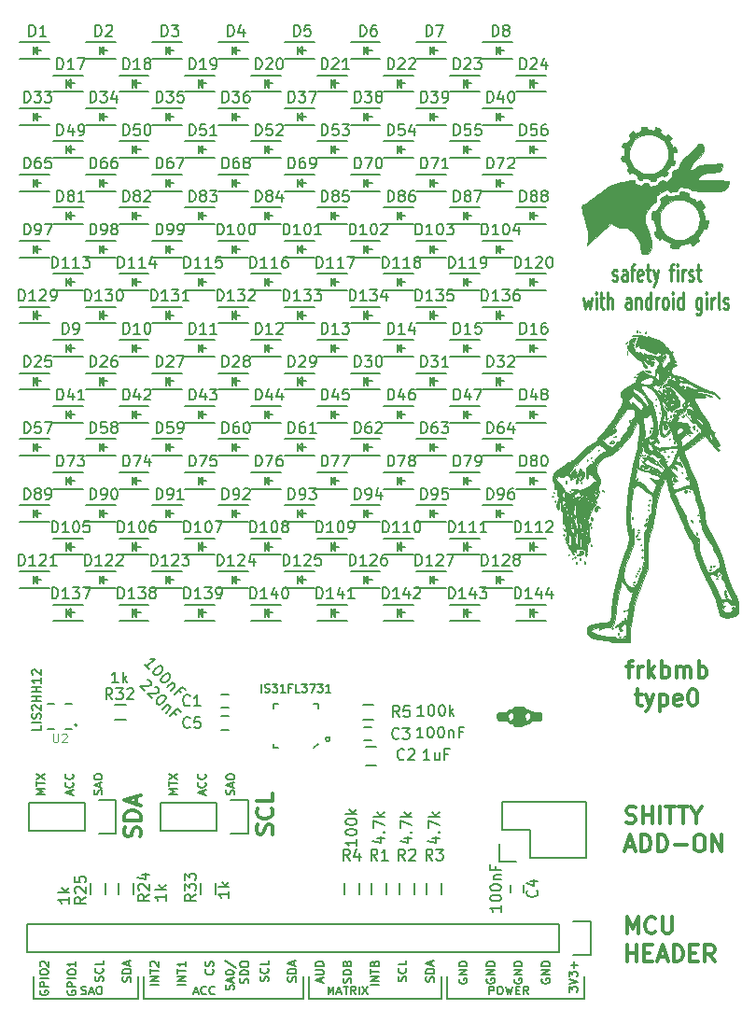
<source format=gbr>
G04 #@! TF.FileFunction,Legend,Top*
%FSLAX46Y46*%
G04 Gerber Fmt 4.6, Leading zero omitted, Abs format (unit mm)*
G04 Created by KiCad (PCBNEW 4.0.5+dfsg1-4) date Mon Sep 23 08:09:59 2019*
%MOMM*%
%LPD*%
G01*
G04 APERTURE LIST*
%ADD10C,0.100000*%
%ADD11C,0.250000*%
%ADD12C,0.300000*%
%ADD13C,0.187500*%
%ADD14C,0.200000*%
%ADD15C,0.150000*%
%ADD16C,0.127000*%
%ADD17C,0.010000*%
%ADD18C,0.050000*%
G04 APERTURE END LIST*
D10*
D11*
X169497618Y-76947143D02*
X169592856Y-77018571D01*
X169783332Y-77018571D01*
X169878571Y-76947143D01*
X169926190Y-76804286D01*
X169926190Y-76732857D01*
X169878571Y-76590000D01*
X169783332Y-76518571D01*
X169640475Y-76518571D01*
X169545237Y-76447143D01*
X169497618Y-76304286D01*
X169497618Y-76232857D01*
X169545237Y-76090000D01*
X169640475Y-76018571D01*
X169783332Y-76018571D01*
X169878571Y-76090000D01*
X170783333Y-77018571D02*
X170783333Y-76232857D01*
X170735714Y-76090000D01*
X170640476Y-76018571D01*
X170449999Y-76018571D01*
X170354761Y-76090000D01*
X170783333Y-76947143D02*
X170688095Y-77018571D01*
X170449999Y-77018571D01*
X170354761Y-76947143D01*
X170307142Y-76804286D01*
X170307142Y-76661429D01*
X170354761Y-76518571D01*
X170449999Y-76447143D01*
X170688095Y-76447143D01*
X170783333Y-76375714D01*
X171116666Y-76018571D02*
X171497618Y-76018571D01*
X171259523Y-77018571D02*
X171259523Y-75732857D01*
X171307142Y-75590000D01*
X171402380Y-75518571D01*
X171497618Y-75518571D01*
X172211905Y-76947143D02*
X172116667Y-77018571D01*
X171926190Y-77018571D01*
X171830952Y-76947143D01*
X171783333Y-76804286D01*
X171783333Y-76232857D01*
X171830952Y-76090000D01*
X171926190Y-76018571D01*
X172116667Y-76018571D01*
X172211905Y-76090000D01*
X172259524Y-76232857D01*
X172259524Y-76375714D01*
X171783333Y-76518571D01*
X172545238Y-76018571D02*
X172926190Y-76018571D01*
X172688095Y-75518571D02*
X172688095Y-76804286D01*
X172735714Y-76947143D01*
X172830952Y-77018571D01*
X172926190Y-77018571D01*
X173164286Y-76018571D02*
X173402381Y-77018571D01*
X173640477Y-76018571D02*
X173402381Y-77018571D01*
X173307143Y-77375714D01*
X173259524Y-77447143D01*
X173164286Y-77518571D01*
X174640477Y-76018571D02*
X175021429Y-76018571D01*
X174783334Y-77018571D02*
X174783334Y-75732857D01*
X174830953Y-75590000D01*
X174926191Y-75518571D01*
X175021429Y-75518571D01*
X175354763Y-77018571D02*
X175354763Y-76018571D01*
X175354763Y-75518571D02*
X175307144Y-75590000D01*
X175354763Y-75661429D01*
X175402382Y-75590000D01*
X175354763Y-75518571D01*
X175354763Y-75661429D01*
X175830953Y-77018571D02*
X175830953Y-76018571D01*
X175830953Y-76304286D02*
X175878572Y-76161429D01*
X175926191Y-76090000D01*
X176021429Y-76018571D01*
X176116668Y-76018571D01*
X176402382Y-76947143D02*
X176497620Y-77018571D01*
X176688096Y-77018571D01*
X176783335Y-76947143D01*
X176830954Y-76804286D01*
X176830954Y-76732857D01*
X176783335Y-76590000D01*
X176688096Y-76518571D01*
X176545239Y-76518571D01*
X176450001Y-76447143D01*
X176402382Y-76304286D01*
X176402382Y-76232857D01*
X176450001Y-76090000D01*
X176545239Y-76018571D01*
X176688096Y-76018571D01*
X176783335Y-76090000D01*
X177116668Y-76018571D02*
X177497620Y-76018571D01*
X177259525Y-75518571D02*
X177259525Y-76804286D01*
X177307144Y-76947143D01*
X177402382Y-77018571D01*
X177497620Y-77018571D01*
X166854761Y-78518571D02*
X167045237Y-79518571D01*
X167235714Y-78804286D01*
X167426190Y-79518571D01*
X167616666Y-78518571D01*
X167997618Y-79518571D02*
X167997618Y-78518571D01*
X167997618Y-78018571D02*
X167949999Y-78090000D01*
X167997618Y-78161429D01*
X168045237Y-78090000D01*
X167997618Y-78018571D01*
X167997618Y-78161429D01*
X168330951Y-78518571D02*
X168711903Y-78518571D01*
X168473808Y-78018571D02*
X168473808Y-79304286D01*
X168521427Y-79447143D01*
X168616665Y-79518571D01*
X168711903Y-79518571D01*
X169045237Y-79518571D02*
X169045237Y-78018571D01*
X169473809Y-79518571D02*
X169473809Y-78732857D01*
X169426190Y-78590000D01*
X169330952Y-78518571D01*
X169188094Y-78518571D01*
X169092856Y-78590000D01*
X169045237Y-78661429D01*
X171140476Y-79518571D02*
X171140476Y-78732857D01*
X171092857Y-78590000D01*
X170997619Y-78518571D01*
X170807142Y-78518571D01*
X170711904Y-78590000D01*
X171140476Y-79447143D02*
X171045238Y-79518571D01*
X170807142Y-79518571D01*
X170711904Y-79447143D01*
X170664285Y-79304286D01*
X170664285Y-79161429D01*
X170711904Y-79018571D01*
X170807142Y-78947143D01*
X171045238Y-78947143D01*
X171140476Y-78875714D01*
X171616666Y-78518571D02*
X171616666Y-79518571D01*
X171616666Y-78661429D02*
X171664285Y-78590000D01*
X171759523Y-78518571D01*
X171902381Y-78518571D01*
X171997619Y-78590000D01*
X172045238Y-78732857D01*
X172045238Y-79518571D01*
X172950000Y-79518571D02*
X172950000Y-78018571D01*
X172950000Y-79447143D02*
X172854762Y-79518571D01*
X172664285Y-79518571D01*
X172569047Y-79447143D01*
X172521428Y-79375714D01*
X172473809Y-79232857D01*
X172473809Y-78804286D01*
X172521428Y-78661429D01*
X172569047Y-78590000D01*
X172664285Y-78518571D01*
X172854762Y-78518571D01*
X172950000Y-78590000D01*
X173426190Y-79518571D02*
X173426190Y-78518571D01*
X173426190Y-78804286D02*
X173473809Y-78661429D01*
X173521428Y-78590000D01*
X173616666Y-78518571D01*
X173711905Y-78518571D01*
X174188095Y-79518571D02*
X174092857Y-79447143D01*
X174045238Y-79375714D01*
X173997619Y-79232857D01*
X173997619Y-78804286D01*
X174045238Y-78661429D01*
X174092857Y-78590000D01*
X174188095Y-78518571D01*
X174330953Y-78518571D01*
X174426191Y-78590000D01*
X174473810Y-78661429D01*
X174521429Y-78804286D01*
X174521429Y-79232857D01*
X174473810Y-79375714D01*
X174426191Y-79447143D01*
X174330953Y-79518571D01*
X174188095Y-79518571D01*
X174950000Y-79518571D02*
X174950000Y-78518571D01*
X174950000Y-78018571D02*
X174902381Y-78090000D01*
X174950000Y-78161429D01*
X174997619Y-78090000D01*
X174950000Y-78018571D01*
X174950000Y-78161429D01*
X175854762Y-79518571D02*
X175854762Y-78018571D01*
X175854762Y-79447143D02*
X175759524Y-79518571D01*
X175569047Y-79518571D01*
X175473809Y-79447143D01*
X175426190Y-79375714D01*
X175378571Y-79232857D01*
X175378571Y-78804286D01*
X175426190Y-78661429D01*
X175473809Y-78590000D01*
X175569047Y-78518571D01*
X175759524Y-78518571D01*
X175854762Y-78590000D01*
X177521429Y-78518571D02*
X177521429Y-79732857D01*
X177473810Y-79875714D01*
X177426191Y-79947143D01*
X177330952Y-80018571D01*
X177188095Y-80018571D01*
X177092857Y-79947143D01*
X177521429Y-79447143D02*
X177426191Y-79518571D01*
X177235714Y-79518571D01*
X177140476Y-79447143D01*
X177092857Y-79375714D01*
X177045238Y-79232857D01*
X177045238Y-78804286D01*
X177092857Y-78661429D01*
X177140476Y-78590000D01*
X177235714Y-78518571D01*
X177426191Y-78518571D01*
X177521429Y-78590000D01*
X177997619Y-79518571D02*
X177997619Y-78518571D01*
X177997619Y-78018571D02*
X177950000Y-78090000D01*
X177997619Y-78161429D01*
X178045238Y-78090000D01*
X177997619Y-78018571D01*
X177997619Y-78161429D01*
X178473809Y-79518571D02*
X178473809Y-78518571D01*
X178473809Y-78804286D02*
X178521428Y-78661429D01*
X178569047Y-78590000D01*
X178664285Y-78518571D01*
X178759524Y-78518571D01*
X179235714Y-79518571D02*
X179140476Y-79447143D01*
X179092857Y-79304286D01*
X179092857Y-78018571D01*
X179569048Y-79447143D02*
X179664286Y-79518571D01*
X179854762Y-79518571D01*
X179950001Y-79447143D01*
X179997620Y-79304286D01*
X179997620Y-79232857D01*
X179950001Y-79090000D01*
X179854762Y-79018571D01*
X179711905Y-79018571D01*
X179616667Y-78947143D01*
X179569048Y-78804286D01*
X179569048Y-78732857D01*
X179616667Y-78590000D01*
X179711905Y-78518571D01*
X179854762Y-78518571D01*
X179950001Y-78590000D01*
D12*
X170735714Y-111993571D02*
X171307143Y-111993571D01*
X170950000Y-112993571D02*
X170950000Y-111707857D01*
X171021428Y-111565000D01*
X171164286Y-111493571D01*
X171307143Y-111493571D01*
X171807143Y-112993571D02*
X171807143Y-111993571D01*
X171807143Y-112279286D02*
X171878571Y-112136429D01*
X171950000Y-112065000D01*
X172092857Y-111993571D01*
X172235714Y-111993571D01*
X172735714Y-112993571D02*
X172735714Y-111493571D01*
X172878571Y-112422143D02*
X173307142Y-112993571D01*
X173307142Y-111993571D02*
X172735714Y-112565000D01*
X173950000Y-112993571D02*
X173950000Y-111493571D01*
X173950000Y-112065000D02*
X174092857Y-111993571D01*
X174378571Y-111993571D01*
X174521428Y-112065000D01*
X174592857Y-112136429D01*
X174664286Y-112279286D01*
X174664286Y-112707857D01*
X174592857Y-112850714D01*
X174521428Y-112922143D01*
X174378571Y-112993571D01*
X174092857Y-112993571D01*
X173950000Y-112922143D01*
X175307143Y-112993571D02*
X175307143Y-111993571D01*
X175307143Y-112136429D02*
X175378571Y-112065000D01*
X175521429Y-111993571D01*
X175735714Y-111993571D01*
X175878571Y-112065000D01*
X175950000Y-112207857D01*
X175950000Y-112993571D01*
X175950000Y-112207857D02*
X176021429Y-112065000D01*
X176164286Y-111993571D01*
X176378571Y-111993571D01*
X176521429Y-112065000D01*
X176592857Y-112207857D01*
X176592857Y-112993571D01*
X177307143Y-112993571D02*
X177307143Y-111493571D01*
X177307143Y-112065000D02*
X177450000Y-111993571D01*
X177735714Y-111993571D01*
X177878571Y-112065000D01*
X177950000Y-112136429D01*
X178021429Y-112279286D01*
X178021429Y-112707857D01*
X177950000Y-112850714D01*
X177878571Y-112922143D01*
X177735714Y-112993571D01*
X177450000Y-112993571D01*
X177307143Y-112922143D01*
X171557143Y-114543571D02*
X172128572Y-114543571D01*
X171771429Y-114043571D02*
X171771429Y-115329286D01*
X171842857Y-115472143D01*
X171985715Y-115543571D01*
X172128572Y-115543571D01*
X172485715Y-114543571D02*
X172842858Y-115543571D01*
X173200000Y-114543571D02*
X172842858Y-115543571D01*
X172700000Y-115900714D01*
X172628572Y-115972143D01*
X172485715Y-116043571D01*
X173771429Y-114543571D02*
X173771429Y-116043571D01*
X173771429Y-114615000D02*
X173914286Y-114543571D01*
X174200000Y-114543571D01*
X174342857Y-114615000D01*
X174414286Y-114686429D01*
X174485715Y-114829286D01*
X174485715Y-115257857D01*
X174414286Y-115400714D01*
X174342857Y-115472143D01*
X174200000Y-115543571D01*
X173914286Y-115543571D01*
X173771429Y-115472143D01*
X175700000Y-115472143D02*
X175557143Y-115543571D01*
X175271429Y-115543571D01*
X175128572Y-115472143D01*
X175057143Y-115329286D01*
X175057143Y-114757857D01*
X175128572Y-114615000D01*
X175271429Y-114543571D01*
X175557143Y-114543571D01*
X175700000Y-114615000D01*
X175771429Y-114757857D01*
X175771429Y-114900714D01*
X175057143Y-115043571D01*
X176700000Y-114043571D02*
X176842857Y-114043571D01*
X176985714Y-114115000D01*
X177057143Y-114186429D01*
X177128572Y-114329286D01*
X177200000Y-114615000D01*
X177200000Y-114972143D01*
X177128572Y-115257857D01*
X177057143Y-115400714D01*
X176985714Y-115472143D01*
X176842857Y-115543571D01*
X176700000Y-115543571D01*
X176557143Y-115472143D01*
X176485714Y-115400714D01*
X176414286Y-115257857D01*
X176342857Y-114972143D01*
X176342857Y-114615000D01*
X176414286Y-114329286D01*
X176485714Y-114186429D01*
X176557143Y-114115000D01*
X176700000Y-114043571D01*
D13*
X137621426Y-114329286D02*
X137621426Y-113579286D01*
X137942855Y-114293571D02*
X138049998Y-114329286D01*
X138228569Y-114329286D01*
X138299998Y-114293571D01*
X138335712Y-114257857D01*
X138371427Y-114186429D01*
X138371427Y-114115000D01*
X138335712Y-114043571D01*
X138299998Y-114007857D01*
X138228569Y-113972143D01*
X138085712Y-113936429D01*
X138014284Y-113900714D01*
X137978569Y-113865000D01*
X137942855Y-113793571D01*
X137942855Y-113722143D01*
X137978569Y-113650714D01*
X138014284Y-113615000D01*
X138085712Y-113579286D01*
X138264284Y-113579286D01*
X138371427Y-113615000D01*
X138621427Y-113579286D02*
X139085713Y-113579286D01*
X138835713Y-113865000D01*
X138942855Y-113865000D01*
X139014284Y-113900714D01*
X139049998Y-113936429D01*
X139085713Y-114007857D01*
X139085713Y-114186429D01*
X139049998Y-114257857D01*
X139014284Y-114293571D01*
X138942855Y-114329286D01*
X138728570Y-114329286D01*
X138657141Y-114293571D01*
X138621427Y-114257857D01*
X139799999Y-114329286D02*
X139371427Y-114329286D01*
X139585713Y-114329286D02*
X139585713Y-113579286D01*
X139514284Y-113686429D01*
X139442856Y-113757857D01*
X139371427Y-113793571D01*
X140371427Y-113936429D02*
X140121427Y-113936429D01*
X140121427Y-114329286D02*
X140121427Y-113579286D01*
X140478570Y-113579286D01*
X141121427Y-114329286D02*
X140764284Y-114329286D01*
X140764284Y-113579286D01*
X141299999Y-113579286D02*
X141764285Y-113579286D01*
X141514285Y-113865000D01*
X141621427Y-113865000D01*
X141692856Y-113900714D01*
X141728570Y-113936429D01*
X141764285Y-114007857D01*
X141764285Y-114186429D01*
X141728570Y-114257857D01*
X141692856Y-114293571D01*
X141621427Y-114329286D01*
X141407142Y-114329286D01*
X141335713Y-114293571D01*
X141299999Y-114257857D01*
X142014285Y-113579286D02*
X142514285Y-113579286D01*
X142192856Y-114329286D01*
X142728571Y-113579286D02*
X143192857Y-113579286D01*
X142942857Y-113865000D01*
X143049999Y-113865000D01*
X143121428Y-113900714D01*
X143157142Y-113936429D01*
X143192857Y-114007857D01*
X143192857Y-114186429D01*
X143157142Y-114257857D01*
X143121428Y-114293571D01*
X143049999Y-114329286D01*
X142835714Y-114329286D01*
X142764285Y-114293571D01*
X142728571Y-114257857D01*
X143907143Y-114329286D02*
X143478571Y-114329286D01*
X143692857Y-114329286D02*
X143692857Y-113579286D01*
X143621428Y-113686429D01*
X143550000Y-113757857D01*
X143478571Y-113793571D01*
X132375000Y-123590000D02*
X132375000Y-123232857D01*
X132589286Y-123661428D02*
X131839286Y-123411428D01*
X132589286Y-123161428D01*
X132517857Y-122482857D02*
X132553571Y-122518571D01*
X132589286Y-122625714D01*
X132589286Y-122697143D01*
X132553571Y-122804286D01*
X132482143Y-122875714D01*
X132410714Y-122911429D01*
X132267857Y-122947143D01*
X132160714Y-122947143D01*
X132017857Y-122911429D01*
X131946429Y-122875714D01*
X131875000Y-122804286D01*
X131839286Y-122697143D01*
X131839286Y-122625714D01*
X131875000Y-122518571D01*
X131910714Y-122482857D01*
X132517857Y-121732857D02*
X132553571Y-121768571D01*
X132589286Y-121875714D01*
X132589286Y-121947143D01*
X132553571Y-122054286D01*
X132482143Y-122125714D01*
X132410714Y-122161429D01*
X132267857Y-122197143D01*
X132160714Y-122197143D01*
X132017857Y-122161429D01*
X131946429Y-122125714D01*
X131875000Y-122054286D01*
X131839286Y-121947143D01*
X131839286Y-121875714D01*
X131875000Y-121768571D01*
X131910714Y-121732857D01*
X135153571Y-123590000D02*
X135189286Y-123482857D01*
X135189286Y-123304286D01*
X135153571Y-123232857D01*
X135117857Y-123197143D01*
X135046429Y-123161428D01*
X134975000Y-123161428D01*
X134903571Y-123197143D01*
X134867857Y-123232857D01*
X134832143Y-123304286D01*
X134796429Y-123447143D01*
X134760714Y-123518571D01*
X134725000Y-123554286D01*
X134653571Y-123590000D01*
X134582143Y-123590000D01*
X134510714Y-123554286D01*
X134475000Y-123518571D01*
X134439286Y-123447143D01*
X134439286Y-123268571D01*
X134475000Y-123161428D01*
X134975000Y-122875714D02*
X134975000Y-122518571D01*
X135189286Y-122947142D02*
X134439286Y-122697142D01*
X135189286Y-122447142D01*
X134439286Y-122054285D02*
X134439286Y-121911428D01*
X134475000Y-121840000D01*
X134546429Y-121768571D01*
X134689286Y-121732857D01*
X134939286Y-121732857D01*
X135082143Y-121768571D01*
X135153571Y-121840000D01*
X135189286Y-121911428D01*
X135189286Y-122054285D01*
X135153571Y-122125714D01*
X135082143Y-122197143D01*
X134939286Y-122232857D01*
X134689286Y-122232857D01*
X134546429Y-122197143D01*
X134475000Y-122125714D01*
X134439286Y-122054285D01*
X129989286Y-123554287D02*
X129239286Y-123554287D01*
X129775000Y-123304287D01*
X129239286Y-123054287D01*
X129989286Y-123054287D01*
X129239286Y-122804286D02*
X129239286Y-122375715D01*
X129989286Y-122590001D02*
X129239286Y-122590001D01*
X129239286Y-122197143D02*
X129989286Y-121697143D01*
X129239286Y-121697143D02*
X129989286Y-122197143D01*
X123153571Y-123590000D02*
X123189286Y-123482857D01*
X123189286Y-123304286D01*
X123153571Y-123232857D01*
X123117857Y-123197143D01*
X123046429Y-123161428D01*
X122975000Y-123161428D01*
X122903571Y-123197143D01*
X122867857Y-123232857D01*
X122832143Y-123304286D01*
X122796429Y-123447143D01*
X122760714Y-123518571D01*
X122725000Y-123554286D01*
X122653571Y-123590000D01*
X122582143Y-123590000D01*
X122510714Y-123554286D01*
X122475000Y-123518571D01*
X122439286Y-123447143D01*
X122439286Y-123268571D01*
X122475000Y-123161428D01*
X122975000Y-122875714D02*
X122975000Y-122518571D01*
X123189286Y-122947142D02*
X122439286Y-122697142D01*
X123189286Y-122447142D01*
X122439286Y-122054285D02*
X122439286Y-121911428D01*
X122475000Y-121840000D01*
X122546429Y-121768571D01*
X122689286Y-121732857D01*
X122939286Y-121732857D01*
X123082143Y-121768571D01*
X123153571Y-121840000D01*
X123189286Y-121911428D01*
X123189286Y-122054285D01*
X123153571Y-122125714D01*
X123082143Y-122197143D01*
X122939286Y-122232857D01*
X122689286Y-122232857D01*
X122546429Y-122197143D01*
X122475000Y-122125714D01*
X122439286Y-122054285D01*
X120375000Y-123590000D02*
X120375000Y-123232857D01*
X120589286Y-123661428D02*
X119839286Y-123411428D01*
X120589286Y-123161428D01*
X120517857Y-122482857D02*
X120553571Y-122518571D01*
X120589286Y-122625714D01*
X120589286Y-122697143D01*
X120553571Y-122804286D01*
X120482143Y-122875714D01*
X120410714Y-122911429D01*
X120267857Y-122947143D01*
X120160714Y-122947143D01*
X120017857Y-122911429D01*
X119946429Y-122875714D01*
X119875000Y-122804286D01*
X119839286Y-122697143D01*
X119839286Y-122625714D01*
X119875000Y-122518571D01*
X119910714Y-122482857D01*
X120517857Y-121732857D02*
X120553571Y-121768571D01*
X120589286Y-121875714D01*
X120589286Y-121947143D01*
X120553571Y-122054286D01*
X120482143Y-122125714D01*
X120410714Y-122161429D01*
X120267857Y-122197143D01*
X120160714Y-122197143D01*
X120017857Y-122161429D01*
X119946429Y-122125714D01*
X119875000Y-122054286D01*
X119839286Y-121947143D01*
X119839286Y-121875714D01*
X119875000Y-121768571D01*
X119910714Y-121732857D01*
X117989286Y-123554287D02*
X117239286Y-123554287D01*
X117775000Y-123304287D01*
X117239286Y-123054287D01*
X117989286Y-123054287D01*
X117239286Y-122804286D02*
X117239286Y-122375715D01*
X117989286Y-122590001D02*
X117239286Y-122590001D01*
X117239286Y-122197143D02*
X117989286Y-121697143D01*
X117239286Y-121697143D02*
X117989286Y-122197143D01*
D12*
X138607143Y-127175714D02*
X138678571Y-126961428D01*
X138678571Y-126604285D01*
X138607143Y-126461428D01*
X138535714Y-126389999D01*
X138392857Y-126318571D01*
X138250000Y-126318571D01*
X138107143Y-126389999D01*
X138035714Y-126461428D01*
X137964286Y-126604285D01*
X137892857Y-126889999D01*
X137821429Y-127032857D01*
X137750000Y-127104285D01*
X137607143Y-127175714D01*
X137464286Y-127175714D01*
X137321429Y-127104285D01*
X137250000Y-127032857D01*
X137178571Y-126889999D01*
X137178571Y-126532857D01*
X137250000Y-126318571D01*
X138535714Y-124818571D02*
X138607143Y-124890000D01*
X138678571Y-125104286D01*
X138678571Y-125247143D01*
X138607143Y-125461428D01*
X138464286Y-125604286D01*
X138321429Y-125675714D01*
X138035714Y-125747143D01*
X137821429Y-125747143D01*
X137535714Y-125675714D01*
X137392857Y-125604286D01*
X137250000Y-125461428D01*
X137178571Y-125247143D01*
X137178571Y-125104286D01*
X137250000Y-124890000D01*
X137321429Y-124818571D01*
X138678571Y-123461428D02*
X138678571Y-124175714D01*
X137178571Y-124175714D01*
X126607143Y-127411428D02*
X126678571Y-127197142D01*
X126678571Y-126839999D01*
X126607143Y-126697142D01*
X126535714Y-126625713D01*
X126392857Y-126554285D01*
X126250000Y-126554285D01*
X126107143Y-126625713D01*
X126035714Y-126697142D01*
X125964286Y-126839999D01*
X125892857Y-127125713D01*
X125821429Y-127268571D01*
X125750000Y-127339999D01*
X125607143Y-127411428D01*
X125464286Y-127411428D01*
X125321429Y-127339999D01*
X125250000Y-127268571D01*
X125178571Y-127125713D01*
X125178571Y-126768571D01*
X125250000Y-126554285D01*
X126678571Y-125911428D02*
X125178571Y-125911428D01*
X125178571Y-125554285D01*
X125250000Y-125340000D01*
X125392857Y-125197142D01*
X125535714Y-125125714D01*
X125821429Y-125054285D01*
X126035714Y-125054285D01*
X126321429Y-125125714D01*
X126464286Y-125197142D01*
X126607143Y-125340000D01*
X126678571Y-125554285D01*
X126678571Y-125911428D01*
X126250000Y-124482857D02*
X126250000Y-123768571D01*
X126678571Y-124625714D02*
X125178571Y-124125714D01*
X126678571Y-123625714D01*
X170735714Y-126122143D02*
X170950000Y-126193571D01*
X171307143Y-126193571D01*
X171450000Y-126122143D01*
X171521429Y-126050714D01*
X171592857Y-125907857D01*
X171592857Y-125765000D01*
X171521429Y-125622143D01*
X171450000Y-125550714D01*
X171307143Y-125479286D01*
X171021429Y-125407857D01*
X170878571Y-125336429D01*
X170807143Y-125265000D01*
X170735714Y-125122143D01*
X170735714Y-124979286D01*
X170807143Y-124836429D01*
X170878571Y-124765000D01*
X171021429Y-124693571D01*
X171378571Y-124693571D01*
X171592857Y-124765000D01*
X172235714Y-126193571D02*
X172235714Y-124693571D01*
X172235714Y-125407857D02*
X173092857Y-125407857D01*
X173092857Y-126193571D02*
X173092857Y-124693571D01*
X173807143Y-126193571D02*
X173807143Y-124693571D01*
X174307143Y-124693571D02*
X175164286Y-124693571D01*
X174735715Y-126193571D02*
X174735715Y-124693571D01*
X175450000Y-124693571D02*
X176307143Y-124693571D01*
X175878572Y-126193571D02*
X175878572Y-124693571D01*
X177092857Y-125479286D02*
X177092857Y-126193571D01*
X176592857Y-124693571D02*
X177092857Y-125479286D01*
X177592857Y-124693571D01*
X170735714Y-128315000D02*
X171450000Y-128315000D01*
X170592857Y-128743571D02*
X171092857Y-127243571D01*
X171592857Y-128743571D01*
X172092857Y-128743571D02*
X172092857Y-127243571D01*
X172450000Y-127243571D01*
X172664285Y-127315000D01*
X172807143Y-127457857D01*
X172878571Y-127600714D01*
X172950000Y-127886429D01*
X172950000Y-128100714D01*
X172878571Y-128386429D01*
X172807143Y-128529286D01*
X172664285Y-128672143D01*
X172450000Y-128743571D01*
X172092857Y-128743571D01*
X173592857Y-128743571D02*
X173592857Y-127243571D01*
X173950000Y-127243571D01*
X174164285Y-127315000D01*
X174307143Y-127457857D01*
X174378571Y-127600714D01*
X174450000Y-127886429D01*
X174450000Y-128100714D01*
X174378571Y-128386429D01*
X174307143Y-128529286D01*
X174164285Y-128672143D01*
X173950000Y-128743571D01*
X173592857Y-128743571D01*
X175092857Y-128172143D02*
X176235714Y-128172143D01*
X177235714Y-127243571D02*
X177521428Y-127243571D01*
X177664286Y-127315000D01*
X177807143Y-127457857D01*
X177878571Y-127743571D01*
X177878571Y-128243571D01*
X177807143Y-128529286D01*
X177664286Y-128672143D01*
X177521428Y-128743571D01*
X177235714Y-128743571D01*
X177092857Y-128672143D01*
X176950000Y-128529286D01*
X176878571Y-128243571D01*
X176878571Y-127743571D01*
X176950000Y-127457857D01*
X177092857Y-127315000D01*
X177235714Y-127243571D01*
X178521429Y-128743571D02*
X178521429Y-127243571D01*
X179378572Y-128743571D01*
X179378572Y-127243571D01*
X170807143Y-136193571D02*
X170807143Y-134693571D01*
X171307143Y-135765000D01*
X171807143Y-134693571D01*
X171807143Y-136193571D01*
X173378572Y-136050714D02*
X173307143Y-136122143D01*
X173092857Y-136193571D01*
X172950000Y-136193571D01*
X172735715Y-136122143D01*
X172592857Y-135979286D01*
X172521429Y-135836429D01*
X172450000Y-135550714D01*
X172450000Y-135336429D01*
X172521429Y-135050714D01*
X172592857Y-134907857D01*
X172735715Y-134765000D01*
X172950000Y-134693571D01*
X173092857Y-134693571D01*
X173307143Y-134765000D01*
X173378572Y-134836429D01*
X174021429Y-134693571D02*
X174021429Y-135907857D01*
X174092857Y-136050714D01*
X174164286Y-136122143D01*
X174307143Y-136193571D01*
X174592857Y-136193571D01*
X174735715Y-136122143D01*
X174807143Y-136050714D01*
X174878572Y-135907857D01*
X174878572Y-134693571D01*
X170807143Y-138743571D02*
X170807143Y-137243571D01*
X170807143Y-137957857D02*
X171664286Y-137957857D01*
X171664286Y-138743571D02*
X171664286Y-137243571D01*
X172378572Y-137957857D02*
X172878572Y-137957857D01*
X173092858Y-138743571D02*
X172378572Y-138743571D01*
X172378572Y-137243571D01*
X173092858Y-137243571D01*
X173664286Y-138315000D02*
X174378572Y-138315000D01*
X173521429Y-138743571D02*
X174021429Y-137243571D01*
X174521429Y-138743571D01*
X175021429Y-138743571D02*
X175021429Y-137243571D01*
X175378572Y-137243571D01*
X175592857Y-137315000D01*
X175735715Y-137457857D01*
X175807143Y-137600714D01*
X175878572Y-137886429D01*
X175878572Y-138100714D01*
X175807143Y-138386429D01*
X175735715Y-138529286D01*
X175592857Y-138672143D01*
X175378572Y-138743571D01*
X175021429Y-138743571D01*
X176521429Y-137957857D02*
X177021429Y-137957857D01*
X177235715Y-138743571D02*
X176521429Y-138743571D01*
X176521429Y-137243571D01*
X177235715Y-137243571D01*
X178735715Y-138743571D02*
X178235715Y-138029286D01*
X177878572Y-138743571D02*
X177878572Y-137243571D01*
X178450000Y-137243571D01*
X178592858Y-137315000D01*
X178664286Y-137386429D01*
X178735715Y-137529286D01*
X178735715Y-137743571D01*
X178664286Y-137886429D01*
X178592858Y-137957857D01*
X178450000Y-138029286D01*
X177878572Y-138029286D01*
D14*
X164450000Y-142090000D02*
X164950000Y-142090000D01*
D13*
X158317857Y-141729286D02*
X158317857Y-140979286D01*
X158603572Y-140979286D01*
X158675000Y-141015000D01*
X158710715Y-141050714D01*
X158746429Y-141122143D01*
X158746429Y-141229286D01*
X158710715Y-141300714D01*
X158675000Y-141336429D01*
X158603572Y-141372143D01*
X158317857Y-141372143D01*
X159210715Y-140979286D02*
X159353572Y-140979286D01*
X159425000Y-141015000D01*
X159496429Y-141086429D01*
X159532143Y-141229286D01*
X159532143Y-141479286D01*
X159496429Y-141622143D01*
X159425000Y-141693571D01*
X159353572Y-141729286D01*
X159210715Y-141729286D01*
X159139286Y-141693571D01*
X159067857Y-141622143D01*
X159032143Y-141479286D01*
X159032143Y-141229286D01*
X159067857Y-141086429D01*
X159139286Y-141015000D01*
X159210715Y-140979286D01*
X159782143Y-140979286D02*
X159960714Y-141729286D01*
X160103571Y-141193571D01*
X160246429Y-141729286D01*
X160425000Y-140979286D01*
X160710714Y-141336429D02*
X160960714Y-141336429D01*
X161067857Y-141729286D02*
X160710714Y-141729286D01*
X160710714Y-140979286D01*
X161067857Y-140979286D01*
X161817857Y-141729286D02*
X161567857Y-141372143D01*
X161389285Y-141729286D02*
X161389285Y-140979286D01*
X161675000Y-140979286D01*
X161746428Y-141015000D01*
X161782143Y-141050714D01*
X161817857Y-141122143D01*
X161817857Y-141229286D01*
X161782143Y-141300714D01*
X161746428Y-141336429D01*
X161675000Y-141372143D01*
X161389285Y-141372143D01*
X143682142Y-141729286D02*
X143682142Y-140979286D01*
X143932142Y-141515000D01*
X144182142Y-140979286D01*
X144182142Y-141729286D01*
X144503571Y-141515000D02*
X144860714Y-141515000D01*
X144432143Y-141729286D02*
X144682143Y-140979286D01*
X144932143Y-141729286D01*
X145075000Y-140979286D02*
X145503571Y-140979286D01*
X145289285Y-141729286D02*
X145289285Y-140979286D01*
X146182143Y-141729286D02*
X145932143Y-141372143D01*
X145753571Y-141729286D02*
X145753571Y-140979286D01*
X146039286Y-140979286D01*
X146110714Y-141015000D01*
X146146429Y-141050714D01*
X146182143Y-141122143D01*
X146182143Y-141229286D01*
X146146429Y-141300714D01*
X146110714Y-141336429D01*
X146039286Y-141372143D01*
X145753571Y-141372143D01*
X146503571Y-141729286D02*
X146503571Y-140979286D01*
X146789286Y-140979286D02*
X147289286Y-141729286D01*
X147289286Y-140979286D02*
X146789286Y-141729286D01*
X131521429Y-141515000D02*
X131878572Y-141515000D01*
X131450001Y-141729286D02*
X131700001Y-140979286D01*
X131950001Y-141729286D01*
X132628572Y-141657857D02*
X132592858Y-141693571D01*
X132485715Y-141729286D01*
X132414286Y-141729286D01*
X132307143Y-141693571D01*
X132235715Y-141622143D01*
X132200000Y-141550714D01*
X132164286Y-141407857D01*
X132164286Y-141300714D01*
X132200000Y-141157857D01*
X132235715Y-141086429D01*
X132307143Y-141015000D01*
X132414286Y-140979286D01*
X132485715Y-140979286D01*
X132592858Y-141015000D01*
X132628572Y-141050714D01*
X133378572Y-141657857D02*
X133342858Y-141693571D01*
X133235715Y-141729286D01*
X133164286Y-141729286D01*
X133057143Y-141693571D01*
X132985715Y-141622143D01*
X132950000Y-141550714D01*
X132914286Y-141407857D01*
X132914286Y-141300714D01*
X132950000Y-141157857D01*
X132985715Y-141086429D01*
X133057143Y-141015000D01*
X133164286Y-140979286D01*
X133235715Y-140979286D01*
X133342858Y-141015000D01*
X133378572Y-141050714D01*
D14*
X116950000Y-142090000D02*
X117950000Y-142090000D01*
D13*
X121321429Y-141693571D02*
X121428572Y-141729286D01*
X121607143Y-141729286D01*
X121678572Y-141693571D01*
X121714286Y-141657857D01*
X121750001Y-141586429D01*
X121750001Y-141515000D01*
X121714286Y-141443571D01*
X121678572Y-141407857D01*
X121607143Y-141372143D01*
X121464286Y-141336429D01*
X121392858Y-141300714D01*
X121357143Y-141265000D01*
X121321429Y-141193571D01*
X121321429Y-141122143D01*
X121357143Y-141050714D01*
X121392858Y-141015000D01*
X121464286Y-140979286D01*
X121642858Y-140979286D01*
X121750001Y-141015000D01*
X122035715Y-141515000D02*
X122392858Y-141515000D01*
X121964287Y-141729286D02*
X122214287Y-140979286D01*
X122464287Y-141729286D01*
X122857144Y-140979286D02*
X123000001Y-140979286D01*
X123071429Y-141015000D01*
X123142858Y-141086429D01*
X123178572Y-141229286D01*
X123178572Y-141479286D01*
X123142858Y-141622143D01*
X123071429Y-141693571D01*
X123000001Y-141729286D01*
X122857144Y-141729286D01*
X122785715Y-141693571D01*
X122714286Y-141622143D01*
X122678572Y-141479286D01*
X122678572Y-141229286D01*
X122714286Y-141086429D01*
X122785715Y-141015000D01*
X122857144Y-140979286D01*
D14*
X116950000Y-140590000D02*
X116950000Y-140090000D01*
X126450000Y-140590000D02*
X126450000Y-140090000D01*
X126950000Y-140590000D02*
X126950000Y-140090000D01*
X141450000Y-140590000D02*
X141450000Y-140090000D01*
X141950000Y-140590000D02*
X141950000Y-140090000D01*
X166950000Y-142090000D02*
X166950000Y-140090000D01*
X164950000Y-142090000D02*
X166950000Y-142090000D01*
X154450000Y-142090000D02*
X164450000Y-142090000D01*
X154450000Y-140090000D02*
X154450000Y-142090000D01*
X153950000Y-142090000D02*
X153950000Y-140090000D01*
X141950000Y-142090000D02*
X153950000Y-142090000D01*
X141950000Y-140590000D02*
X141950000Y-142090000D01*
X141450000Y-142090000D02*
X141450000Y-140590000D01*
X126950000Y-142090000D02*
X141450000Y-142090000D01*
X126950000Y-140590000D02*
X126950000Y-142090000D01*
X126450000Y-142090000D02*
X126450000Y-140590000D01*
X117950000Y-142090000D02*
X126450000Y-142090000D01*
X116950000Y-140590000D02*
X116950000Y-142090000D01*
D13*
X165539286Y-141482857D02*
X165539286Y-141018571D01*
X165825000Y-141268571D01*
X165825000Y-141161429D01*
X165860714Y-141090000D01*
X165896429Y-141054286D01*
X165967857Y-141018571D01*
X166146429Y-141018571D01*
X166217857Y-141054286D01*
X166253571Y-141090000D01*
X166289286Y-141161429D01*
X166289286Y-141375714D01*
X166253571Y-141447143D01*
X166217857Y-141482857D01*
X165539286Y-140804285D02*
X166289286Y-140554285D01*
X165539286Y-140304285D01*
X165539286Y-140125714D02*
X165539286Y-139661428D01*
X165825000Y-139911428D01*
X165825000Y-139804286D01*
X165860714Y-139732857D01*
X165896429Y-139697143D01*
X165967857Y-139661428D01*
X166146429Y-139661428D01*
X166217857Y-139697143D01*
X166253571Y-139732857D01*
X166289286Y-139804286D01*
X166289286Y-140018571D01*
X166253571Y-140090000D01*
X166217857Y-140125714D01*
X166003571Y-139340000D02*
X166003571Y-138768571D01*
X166289286Y-139054285D02*
X165717857Y-139054285D01*
X163075000Y-140304285D02*
X163039286Y-140375714D01*
X163039286Y-140482857D01*
X163075000Y-140590000D01*
X163146429Y-140661428D01*
X163217857Y-140697143D01*
X163360714Y-140732857D01*
X163467857Y-140732857D01*
X163610714Y-140697143D01*
X163682143Y-140661428D01*
X163753571Y-140590000D01*
X163789286Y-140482857D01*
X163789286Y-140411428D01*
X163753571Y-140304285D01*
X163717857Y-140268571D01*
X163467857Y-140268571D01*
X163467857Y-140411428D01*
X163789286Y-139947143D02*
X163039286Y-139947143D01*
X163789286Y-139518571D01*
X163039286Y-139518571D01*
X163789286Y-139161429D02*
X163039286Y-139161429D01*
X163039286Y-138982857D01*
X163075000Y-138875714D01*
X163146429Y-138804286D01*
X163217857Y-138768571D01*
X163360714Y-138732857D01*
X163467857Y-138732857D01*
X163610714Y-138768571D01*
X163682143Y-138804286D01*
X163753571Y-138875714D01*
X163789286Y-138982857D01*
X163789286Y-139161429D01*
X160575000Y-140304285D02*
X160539286Y-140375714D01*
X160539286Y-140482857D01*
X160575000Y-140590000D01*
X160646429Y-140661428D01*
X160717857Y-140697143D01*
X160860714Y-140732857D01*
X160967857Y-140732857D01*
X161110714Y-140697143D01*
X161182143Y-140661428D01*
X161253571Y-140590000D01*
X161289286Y-140482857D01*
X161289286Y-140411428D01*
X161253571Y-140304285D01*
X161217857Y-140268571D01*
X160967857Y-140268571D01*
X160967857Y-140411428D01*
X161289286Y-139947143D02*
X160539286Y-139947143D01*
X161289286Y-139518571D01*
X160539286Y-139518571D01*
X161289286Y-139161429D02*
X160539286Y-139161429D01*
X160539286Y-138982857D01*
X160575000Y-138875714D01*
X160646429Y-138804286D01*
X160717857Y-138768571D01*
X160860714Y-138732857D01*
X160967857Y-138732857D01*
X161110714Y-138768571D01*
X161182143Y-138804286D01*
X161253571Y-138875714D01*
X161289286Y-138982857D01*
X161289286Y-139161429D01*
X158075000Y-140304285D02*
X158039286Y-140375714D01*
X158039286Y-140482857D01*
X158075000Y-140590000D01*
X158146429Y-140661428D01*
X158217857Y-140697143D01*
X158360714Y-140732857D01*
X158467857Y-140732857D01*
X158610714Y-140697143D01*
X158682143Y-140661428D01*
X158753571Y-140590000D01*
X158789286Y-140482857D01*
X158789286Y-140411428D01*
X158753571Y-140304285D01*
X158717857Y-140268571D01*
X158467857Y-140268571D01*
X158467857Y-140411428D01*
X158789286Y-139947143D02*
X158039286Y-139947143D01*
X158789286Y-139518571D01*
X158039286Y-139518571D01*
X158789286Y-139161429D02*
X158039286Y-139161429D01*
X158039286Y-138982857D01*
X158075000Y-138875714D01*
X158146429Y-138804286D01*
X158217857Y-138768571D01*
X158360714Y-138732857D01*
X158467857Y-138732857D01*
X158610714Y-138768571D01*
X158682143Y-138804286D01*
X158753571Y-138875714D01*
X158789286Y-138982857D01*
X158789286Y-139161429D01*
X155575000Y-140304285D02*
X155539286Y-140375714D01*
X155539286Y-140482857D01*
X155575000Y-140590000D01*
X155646429Y-140661428D01*
X155717857Y-140697143D01*
X155860714Y-140732857D01*
X155967857Y-140732857D01*
X156110714Y-140697143D01*
X156182143Y-140661428D01*
X156253571Y-140590000D01*
X156289286Y-140482857D01*
X156289286Y-140411428D01*
X156253571Y-140304285D01*
X156217857Y-140268571D01*
X155967857Y-140268571D01*
X155967857Y-140411428D01*
X156289286Y-139947143D02*
X155539286Y-139947143D01*
X156289286Y-139518571D01*
X155539286Y-139518571D01*
X156289286Y-139161429D02*
X155539286Y-139161429D01*
X155539286Y-138982857D01*
X155575000Y-138875714D01*
X155646429Y-138804286D01*
X155717857Y-138768571D01*
X155860714Y-138732857D01*
X155967857Y-138732857D01*
X156110714Y-138768571D01*
X156182143Y-138804286D01*
X156253571Y-138875714D01*
X156289286Y-138982857D01*
X156289286Y-139161429D01*
X153253571Y-140554286D02*
X153289286Y-140447143D01*
X153289286Y-140268572D01*
X153253571Y-140197143D01*
X153217857Y-140161429D01*
X153146429Y-140125714D01*
X153075000Y-140125714D01*
X153003571Y-140161429D01*
X152967857Y-140197143D01*
X152932143Y-140268572D01*
X152896429Y-140411429D01*
X152860714Y-140482857D01*
X152825000Y-140518572D01*
X152753571Y-140554286D01*
X152682143Y-140554286D01*
X152610714Y-140518572D01*
X152575000Y-140482857D01*
X152539286Y-140411429D01*
X152539286Y-140232857D01*
X152575000Y-140125714D01*
X153289286Y-139804286D02*
X152539286Y-139804286D01*
X152539286Y-139625714D01*
X152575000Y-139518571D01*
X152646429Y-139447143D01*
X152717857Y-139411428D01*
X152860714Y-139375714D01*
X152967857Y-139375714D01*
X153110714Y-139411428D01*
X153182143Y-139447143D01*
X153253571Y-139518571D01*
X153289286Y-139625714D01*
X153289286Y-139804286D01*
X153075000Y-139090000D02*
X153075000Y-138732857D01*
X153289286Y-139161428D02*
X152539286Y-138911428D01*
X153289286Y-138661428D01*
X150753571Y-140518572D02*
X150789286Y-140411429D01*
X150789286Y-140232858D01*
X150753571Y-140161429D01*
X150717857Y-140125715D01*
X150646429Y-140090000D01*
X150575000Y-140090000D01*
X150503571Y-140125715D01*
X150467857Y-140161429D01*
X150432143Y-140232858D01*
X150396429Y-140375715D01*
X150360714Y-140447143D01*
X150325000Y-140482858D01*
X150253571Y-140518572D01*
X150182143Y-140518572D01*
X150110714Y-140482858D01*
X150075000Y-140447143D01*
X150039286Y-140375715D01*
X150039286Y-140197143D01*
X150075000Y-140090000D01*
X150717857Y-139340000D02*
X150753571Y-139375714D01*
X150789286Y-139482857D01*
X150789286Y-139554286D01*
X150753571Y-139661429D01*
X150682143Y-139732857D01*
X150610714Y-139768572D01*
X150467857Y-139804286D01*
X150360714Y-139804286D01*
X150217857Y-139768572D01*
X150146429Y-139732857D01*
X150075000Y-139661429D01*
X150039286Y-139554286D01*
X150039286Y-139482857D01*
X150075000Y-139375714D01*
X150110714Y-139340000D01*
X150789286Y-138661429D02*
X150789286Y-139018572D01*
X150039286Y-139018572D01*
X148289286Y-140875715D02*
X147539286Y-140875715D01*
X148289286Y-140518572D02*
X147539286Y-140518572D01*
X148289286Y-140090000D01*
X147539286Y-140090000D01*
X147539286Y-139840000D02*
X147539286Y-139411429D01*
X148289286Y-139625715D02*
X147539286Y-139625715D01*
X147896429Y-138911429D02*
X147932143Y-138804286D01*
X147967857Y-138768571D01*
X148039286Y-138732857D01*
X148146429Y-138732857D01*
X148217857Y-138768571D01*
X148253571Y-138804286D01*
X148289286Y-138875714D01*
X148289286Y-139161429D01*
X147539286Y-139161429D01*
X147539286Y-138911429D01*
X147575000Y-138840000D01*
X147610714Y-138804286D01*
X147682143Y-138768571D01*
X147753571Y-138768571D01*
X147825000Y-138804286D01*
X147860714Y-138840000D01*
X147896429Y-138911429D01*
X147896429Y-139161429D01*
X145753571Y-140661429D02*
X145789286Y-140554286D01*
X145789286Y-140375715D01*
X145753571Y-140304286D01*
X145717857Y-140268572D01*
X145646429Y-140232857D01*
X145575000Y-140232857D01*
X145503571Y-140268572D01*
X145467857Y-140304286D01*
X145432143Y-140375715D01*
X145396429Y-140518572D01*
X145360714Y-140590000D01*
X145325000Y-140625715D01*
X145253571Y-140661429D01*
X145182143Y-140661429D01*
X145110714Y-140625715D01*
X145075000Y-140590000D01*
X145039286Y-140518572D01*
X145039286Y-140340000D01*
X145075000Y-140232857D01*
X145789286Y-139911429D02*
X145039286Y-139911429D01*
X145039286Y-139732857D01*
X145075000Y-139625714D01*
X145146429Y-139554286D01*
X145217857Y-139518571D01*
X145360714Y-139482857D01*
X145467857Y-139482857D01*
X145610714Y-139518571D01*
X145682143Y-139554286D01*
X145753571Y-139625714D01*
X145789286Y-139732857D01*
X145789286Y-139911429D01*
X145396429Y-138911429D02*
X145432143Y-138804286D01*
X145467857Y-138768571D01*
X145539286Y-138732857D01*
X145646429Y-138732857D01*
X145717857Y-138768571D01*
X145753571Y-138804286D01*
X145789286Y-138875714D01*
X145789286Y-139161429D01*
X145039286Y-139161429D01*
X145039286Y-138911429D01*
X145075000Y-138840000D01*
X145110714Y-138804286D01*
X145182143Y-138768571D01*
X145253571Y-138768571D01*
X145325000Y-138804286D01*
X145360714Y-138840000D01*
X145396429Y-138911429D01*
X145396429Y-139161429D01*
X143075000Y-140625714D02*
X143075000Y-140268571D01*
X143289286Y-140697142D02*
X142539286Y-140447142D01*
X143289286Y-140197142D01*
X142539286Y-139947143D02*
X143146429Y-139947143D01*
X143217857Y-139911428D01*
X143253571Y-139875714D01*
X143289286Y-139804285D01*
X143289286Y-139661428D01*
X143253571Y-139590000D01*
X143217857Y-139554285D01*
X143146429Y-139518571D01*
X142539286Y-139518571D01*
X143289286Y-139161429D02*
X142539286Y-139161429D01*
X142539286Y-138982857D01*
X142575000Y-138875714D01*
X142646429Y-138804286D01*
X142717857Y-138768571D01*
X142860714Y-138732857D01*
X142967857Y-138732857D01*
X143110714Y-138768571D01*
X143182143Y-138804286D01*
X143253571Y-138875714D01*
X143289286Y-138982857D01*
X143289286Y-139161429D01*
X140753571Y-140554286D02*
X140789286Y-140447143D01*
X140789286Y-140268572D01*
X140753571Y-140197143D01*
X140717857Y-140161429D01*
X140646429Y-140125714D01*
X140575000Y-140125714D01*
X140503571Y-140161429D01*
X140467857Y-140197143D01*
X140432143Y-140268572D01*
X140396429Y-140411429D01*
X140360714Y-140482857D01*
X140325000Y-140518572D01*
X140253571Y-140554286D01*
X140182143Y-140554286D01*
X140110714Y-140518572D01*
X140075000Y-140482857D01*
X140039286Y-140411429D01*
X140039286Y-140232857D01*
X140075000Y-140125714D01*
X140789286Y-139804286D02*
X140039286Y-139804286D01*
X140039286Y-139625714D01*
X140075000Y-139518571D01*
X140146429Y-139447143D01*
X140217857Y-139411428D01*
X140360714Y-139375714D01*
X140467857Y-139375714D01*
X140610714Y-139411428D01*
X140682143Y-139447143D01*
X140753571Y-139518571D01*
X140789286Y-139625714D01*
X140789286Y-139804286D01*
X140575000Y-139090000D02*
X140575000Y-138732857D01*
X140789286Y-139161428D02*
X140039286Y-138911428D01*
X140789286Y-138661428D01*
X138253571Y-140518572D02*
X138289286Y-140411429D01*
X138289286Y-140232858D01*
X138253571Y-140161429D01*
X138217857Y-140125715D01*
X138146429Y-140090000D01*
X138075000Y-140090000D01*
X138003571Y-140125715D01*
X137967857Y-140161429D01*
X137932143Y-140232858D01*
X137896429Y-140375715D01*
X137860714Y-140447143D01*
X137825000Y-140482858D01*
X137753571Y-140518572D01*
X137682143Y-140518572D01*
X137610714Y-140482858D01*
X137575000Y-140447143D01*
X137539286Y-140375715D01*
X137539286Y-140197143D01*
X137575000Y-140090000D01*
X138217857Y-139340000D02*
X138253571Y-139375714D01*
X138289286Y-139482857D01*
X138289286Y-139554286D01*
X138253571Y-139661429D01*
X138182143Y-139732857D01*
X138110714Y-139768572D01*
X137967857Y-139804286D01*
X137860714Y-139804286D01*
X137717857Y-139768572D01*
X137646429Y-139732857D01*
X137575000Y-139661429D01*
X137539286Y-139554286D01*
X137539286Y-139482857D01*
X137575000Y-139375714D01*
X137610714Y-139340000D01*
X138289286Y-138661429D02*
X138289286Y-139018572D01*
X137539286Y-139018572D01*
X135097321Y-141304286D02*
X135133036Y-141197143D01*
X135133036Y-141018572D01*
X135097321Y-140947143D01*
X135061607Y-140911429D01*
X134990179Y-140875714D01*
X134918750Y-140875714D01*
X134847321Y-140911429D01*
X134811607Y-140947143D01*
X134775893Y-141018572D01*
X134740179Y-141161429D01*
X134704464Y-141232857D01*
X134668750Y-141268572D01*
X134597321Y-141304286D01*
X134525893Y-141304286D01*
X134454464Y-141268572D01*
X134418750Y-141232857D01*
X134383036Y-141161429D01*
X134383036Y-140982857D01*
X134418750Y-140875714D01*
X134918750Y-140590000D02*
X134918750Y-140232857D01*
X135133036Y-140661428D02*
X134383036Y-140411428D01*
X135133036Y-140161428D01*
X134383036Y-139768571D02*
X134383036Y-139697143D01*
X134418750Y-139625714D01*
X134454464Y-139590000D01*
X134525893Y-139554286D01*
X134668750Y-139518571D01*
X134847321Y-139518571D01*
X134990179Y-139554286D01*
X135061607Y-139590000D01*
X135097321Y-139625714D01*
X135133036Y-139697143D01*
X135133036Y-139768571D01*
X135097321Y-139840000D01*
X135061607Y-139875714D01*
X134990179Y-139911429D01*
X134847321Y-139947143D01*
X134668750Y-139947143D01*
X134525893Y-139911429D01*
X134454464Y-139875714D01*
X134418750Y-139840000D01*
X134383036Y-139768571D01*
X134347321Y-138661428D02*
X135311607Y-139304285D01*
X136409821Y-140697143D02*
X136445536Y-140590000D01*
X136445536Y-140411429D01*
X136409821Y-140340000D01*
X136374107Y-140304286D01*
X136302679Y-140268571D01*
X136231250Y-140268571D01*
X136159821Y-140304286D01*
X136124107Y-140340000D01*
X136088393Y-140411429D01*
X136052679Y-140554286D01*
X136016964Y-140625714D01*
X135981250Y-140661429D01*
X135909821Y-140697143D01*
X135838393Y-140697143D01*
X135766964Y-140661429D01*
X135731250Y-140625714D01*
X135695536Y-140554286D01*
X135695536Y-140375714D01*
X135731250Y-140268571D01*
X136445536Y-139947143D02*
X135695536Y-139947143D01*
X135695536Y-139768571D01*
X135731250Y-139661428D01*
X135802679Y-139590000D01*
X135874107Y-139554285D01*
X136016964Y-139518571D01*
X136124107Y-139518571D01*
X136266964Y-139554285D01*
X136338393Y-139590000D01*
X136409821Y-139661428D01*
X136445536Y-139768571D01*
X136445536Y-139947143D01*
X135695536Y-139054285D02*
X135695536Y-138911428D01*
X135731250Y-138840000D01*
X135802679Y-138768571D01*
X135945536Y-138732857D01*
X136195536Y-138732857D01*
X136338393Y-138768571D01*
X136409821Y-138840000D01*
X136445536Y-138911428D01*
X136445536Y-139054285D01*
X136409821Y-139125714D01*
X136338393Y-139197143D01*
X136195536Y-139232857D01*
X135945536Y-139232857D01*
X135802679Y-139197143D01*
X135731250Y-139125714D01*
X135695536Y-139054285D01*
X133217857Y-139447143D02*
X133253571Y-139482857D01*
X133289286Y-139590000D01*
X133289286Y-139661429D01*
X133253571Y-139768572D01*
X133182143Y-139840000D01*
X133110714Y-139875715D01*
X132967857Y-139911429D01*
X132860714Y-139911429D01*
X132717857Y-139875715D01*
X132646429Y-139840000D01*
X132575000Y-139768572D01*
X132539286Y-139661429D01*
X132539286Y-139590000D01*
X132575000Y-139482857D01*
X132610714Y-139447143D01*
X133253571Y-139161429D02*
X133289286Y-139054286D01*
X133289286Y-138875715D01*
X133253571Y-138804286D01*
X133217857Y-138768572D01*
X133146429Y-138732857D01*
X133075000Y-138732857D01*
X133003571Y-138768572D01*
X132967857Y-138804286D01*
X132932143Y-138875715D01*
X132896429Y-139018572D01*
X132860714Y-139090000D01*
X132825000Y-139125715D01*
X132753571Y-139161429D01*
X132682143Y-139161429D01*
X132610714Y-139125715D01*
X132575000Y-139090000D01*
X132539286Y-139018572D01*
X132539286Y-138840000D01*
X132575000Y-138732857D01*
X130789286Y-140840001D02*
X130039286Y-140840001D01*
X130789286Y-140482858D02*
X130039286Y-140482858D01*
X130789286Y-140054286D01*
X130039286Y-140054286D01*
X130039286Y-139804286D02*
X130039286Y-139375715D01*
X130789286Y-139590001D02*
X130039286Y-139590001D01*
X130789286Y-138732857D02*
X130789286Y-139161429D01*
X130789286Y-138947143D02*
X130039286Y-138947143D01*
X130146429Y-139018572D01*
X130217857Y-139090000D01*
X130253571Y-139161429D01*
X128289286Y-140840001D02*
X127539286Y-140840001D01*
X128289286Y-140482858D02*
X127539286Y-140482858D01*
X128289286Y-140054286D01*
X127539286Y-140054286D01*
X127539286Y-139804286D02*
X127539286Y-139375715D01*
X128289286Y-139590001D02*
X127539286Y-139590001D01*
X127610714Y-139161429D02*
X127575000Y-139125715D01*
X127539286Y-139054286D01*
X127539286Y-138875715D01*
X127575000Y-138804286D01*
X127610714Y-138768572D01*
X127682143Y-138732857D01*
X127753571Y-138732857D01*
X127860714Y-138768572D01*
X128289286Y-139197143D01*
X128289286Y-138732857D01*
X125753571Y-140554286D02*
X125789286Y-140447143D01*
X125789286Y-140268572D01*
X125753571Y-140197143D01*
X125717857Y-140161429D01*
X125646429Y-140125714D01*
X125575000Y-140125714D01*
X125503571Y-140161429D01*
X125467857Y-140197143D01*
X125432143Y-140268572D01*
X125396429Y-140411429D01*
X125360714Y-140482857D01*
X125325000Y-140518572D01*
X125253571Y-140554286D01*
X125182143Y-140554286D01*
X125110714Y-140518572D01*
X125075000Y-140482857D01*
X125039286Y-140411429D01*
X125039286Y-140232857D01*
X125075000Y-140125714D01*
X125789286Y-139804286D02*
X125039286Y-139804286D01*
X125039286Y-139625714D01*
X125075000Y-139518571D01*
X125146429Y-139447143D01*
X125217857Y-139411428D01*
X125360714Y-139375714D01*
X125467857Y-139375714D01*
X125610714Y-139411428D01*
X125682143Y-139447143D01*
X125753571Y-139518571D01*
X125789286Y-139625714D01*
X125789286Y-139804286D01*
X125575000Y-139090000D02*
X125575000Y-138732857D01*
X125789286Y-139161428D02*
X125039286Y-138911428D01*
X125789286Y-138661428D01*
X123253571Y-140518572D02*
X123289286Y-140411429D01*
X123289286Y-140232858D01*
X123253571Y-140161429D01*
X123217857Y-140125715D01*
X123146429Y-140090000D01*
X123075000Y-140090000D01*
X123003571Y-140125715D01*
X122967857Y-140161429D01*
X122932143Y-140232858D01*
X122896429Y-140375715D01*
X122860714Y-140447143D01*
X122825000Y-140482858D01*
X122753571Y-140518572D01*
X122682143Y-140518572D01*
X122610714Y-140482858D01*
X122575000Y-140447143D01*
X122539286Y-140375715D01*
X122539286Y-140197143D01*
X122575000Y-140090000D01*
X123217857Y-139340000D02*
X123253571Y-139375714D01*
X123289286Y-139482857D01*
X123289286Y-139554286D01*
X123253571Y-139661429D01*
X123182143Y-139732857D01*
X123110714Y-139768572D01*
X122967857Y-139804286D01*
X122860714Y-139804286D01*
X122717857Y-139768572D01*
X122646429Y-139732857D01*
X122575000Y-139661429D01*
X122539286Y-139554286D01*
X122539286Y-139482857D01*
X122575000Y-139375714D01*
X122610714Y-139340000D01*
X123289286Y-138661429D02*
X123289286Y-139018572D01*
X122539286Y-139018572D01*
X120075000Y-141375714D02*
X120039286Y-141447143D01*
X120039286Y-141554286D01*
X120075000Y-141661429D01*
X120146429Y-141732857D01*
X120217857Y-141768572D01*
X120360714Y-141804286D01*
X120467857Y-141804286D01*
X120610714Y-141768572D01*
X120682143Y-141732857D01*
X120753571Y-141661429D01*
X120789286Y-141554286D01*
X120789286Y-141482857D01*
X120753571Y-141375714D01*
X120717857Y-141340000D01*
X120467857Y-141340000D01*
X120467857Y-141482857D01*
X120789286Y-141018572D02*
X120039286Y-141018572D01*
X120039286Y-140732857D01*
X120075000Y-140661429D01*
X120110714Y-140625714D01*
X120182143Y-140590000D01*
X120289286Y-140590000D01*
X120360714Y-140625714D01*
X120396429Y-140661429D01*
X120432143Y-140732857D01*
X120432143Y-141018572D01*
X120789286Y-140268572D02*
X120039286Y-140268572D01*
X120039286Y-139768571D02*
X120039286Y-139625714D01*
X120075000Y-139554286D01*
X120146429Y-139482857D01*
X120289286Y-139447143D01*
X120539286Y-139447143D01*
X120682143Y-139482857D01*
X120753571Y-139554286D01*
X120789286Y-139625714D01*
X120789286Y-139768571D01*
X120753571Y-139840000D01*
X120682143Y-139911429D01*
X120539286Y-139947143D01*
X120289286Y-139947143D01*
X120146429Y-139911429D01*
X120075000Y-139840000D01*
X120039286Y-139768571D01*
X120789286Y-138732857D02*
X120789286Y-139161429D01*
X120789286Y-138947143D02*
X120039286Y-138947143D01*
X120146429Y-139018572D01*
X120217857Y-139090000D01*
X120253571Y-139161429D01*
X117575000Y-141375714D02*
X117539286Y-141447143D01*
X117539286Y-141554286D01*
X117575000Y-141661429D01*
X117646429Y-141732857D01*
X117717857Y-141768572D01*
X117860714Y-141804286D01*
X117967857Y-141804286D01*
X118110714Y-141768572D01*
X118182143Y-141732857D01*
X118253571Y-141661429D01*
X118289286Y-141554286D01*
X118289286Y-141482857D01*
X118253571Y-141375714D01*
X118217857Y-141340000D01*
X117967857Y-141340000D01*
X117967857Y-141482857D01*
X118289286Y-141018572D02*
X117539286Y-141018572D01*
X117539286Y-140732857D01*
X117575000Y-140661429D01*
X117610714Y-140625714D01*
X117682143Y-140590000D01*
X117789286Y-140590000D01*
X117860714Y-140625714D01*
X117896429Y-140661429D01*
X117932143Y-140732857D01*
X117932143Y-141018572D01*
X118289286Y-140268572D02*
X117539286Y-140268572D01*
X117539286Y-139768571D02*
X117539286Y-139625714D01*
X117575000Y-139554286D01*
X117646429Y-139482857D01*
X117789286Y-139447143D01*
X118039286Y-139447143D01*
X118182143Y-139482857D01*
X118253571Y-139554286D01*
X118289286Y-139625714D01*
X118289286Y-139768571D01*
X118253571Y-139840000D01*
X118182143Y-139911429D01*
X118039286Y-139947143D01*
X117789286Y-139947143D01*
X117646429Y-139911429D01*
X117575000Y-139840000D01*
X117539286Y-139768571D01*
X117610714Y-139161429D02*
X117575000Y-139125715D01*
X117539286Y-139054286D01*
X117539286Y-138875715D01*
X117575000Y-138804286D01*
X117610714Y-138768572D01*
X117682143Y-138732857D01*
X117753571Y-138732857D01*
X117860714Y-138768572D01*
X118289286Y-139197143D01*
X118289286Y-138732857D01*
D15*
X148720000Y-71850000D02*
X151420000Y-71850000D01*
X148720000Y-70350000D02*
X151420000Y-70350000D01*
X150220000Y-71250000D02*
X150220000Y-71000000D01*
X150220000Y-71000000D02*
X150070000Y-71150000D01*
X149970000Y-70750000D02*
X149970000Y-71450000D01*
X150320000Y-71100000D02*
X150670000Y-71100000D01*
X149970000Y-71100000D02*
X150320000Y-70750000D01*
X150320000Y-70750000D02*
X150320000Y-71450000D01*
X150320000Y-71450000D02*
X149970000Y-71100000D01*
X121720000Y-80850000D02*
X124420000Y-80850000D01*
X121720000Y-79350000D02*
X124420000Y-79350000D01*
X123220000Y-80250000D02*
X123220000Y-80000000D01*
X123220000Y-80000000D02*
X123070000Y-80150000D01*
X122970000Y-79750000D02*
X122970000Y-80450000D01*
X123320000Y-80100000D02*
X123670000Y-80100000D01*
X122970000Y-80100000D02*
X123320000Y-79750000D01*
X123320000Y-79750000D02*
X123320000Y-80450000D01*
X123320000Y-80450000D02*
X122970000Y-80100000D01*
X133970000Y-114500000D02*
X134670000Y-114500000D01*
X134670000Y-115700000D02*
X133970000Y-115700000D01*
X147070000Y-120950000D02*
X148070000Y-120950000D01*
X148070000Y-119250000D02*
X147070000Y-119250000D01*
X147620000Y-118700000D02*
X146920000Y-118700000D01*
X146920000Y-117500000D02*
X147620000Y-117500000D01*
X161420000Y-131750000D02*
X161420000Y-132450000D01*
X160220000Y-132450000D02*
X160220000Y-131750000D01*
X134670000Y-117700000D02*
X133970000Y-117700000D01*
X133970000Y-116500000D02*
X134670000Y-116500000D01*
X115720000Y-56850000D02*
X118420000Y-56850000D01*
X115720000Y-55350000D02*
X118420000Y-55350000D01*
X117220000Y-56250000D02*
X117220000Y-56000000D01*
X117220000Y-56000000D02*
X117070000Y-56150000D01*
X116970000Y-55750000D02*
X116970000Y-56450000D01*
X117320000Y-56100000D02*
X117670000Y-56100000D01*
X116970000Y-56100000D02*
X117320000Y-55750000D01*
X117320000Y-55750000D02*
X117320000Y-56450000D01*
X117320000Y-56450000D02*
X116970000Y-56100000D01*
X121720000Y-56850000D02*
X124420000Y-56850000D01*
X121720000Y-55350000D02*
X124420000Y-55350000D01*
X123220000Y-56250000D02*
X123220000Y-56000000D01*
X123220000Y-56000000D02*
X123070000Y-56150000D01*
X122970000Y-55750000D02*
X122970000Y-56450000D01*
X123320000Y-56100000D02*
X123670000Y-56100000D01*
X122970000Y-56100000D02*
X123320000Y-55750000D01*
X123320000Y-55750000D02*
X123320000Y-56450000D01*
X123320000Y-56450000D02*
X122970000Y-56100000D01*
X127720000Y-56850000D02*
X130420000Y-56850000D01*
X127720000Y-55350000D02*
X130420000Y-55350000D01*
X129220000Y-56250000D02*
X129220000Y-56000000D01*
X129220000Y-56000000D02*
X129070000Y-56150000D01*
X128970000Y-55750000D02*
X128970000Y-56450000D01*
X129320000Y-56100000D02*
X129670000Y-56100000D01*
X128970000Y-56100000D02*
X129320000Y-55750000D01*
X129320000Y-55750000D02*
X129320000Y-56450000D01*
X129320000Y-56450000D02*
X128970000Y-56100000D01*
X133720000Y-56850000D02*
X136420000Y-56850000D01*
X133720000Y-55350000D02*
X136420000Y-55350000D01*
X135220000Y-56250000D02*
X135220000Y-56000000D01*
X135220000Y-56000000D02*
X135070000Y-56150000D01*
X134970000Y-55750000D02*
X134970000Y-56450000D01*
X135320000Y-56100000D02*
X135670000Y-56100000D01*
X134970000Y-56100000D02*
X135320000Y-55750000D01*
X135320000Y-55750000D02*
X135320000Y-56450000D01*
X135320000Y-56450000D02*
X134970000Y-56100000D01*
X139720000Y-56850000D02*
X142420000Y-56850000D01*
X139720000Y-55350000D02*
X142420000Y-55350000D01*
X141220000Y-56250000D02*
X141220000Y-56000000D01*
X141220000Y-56000000D02*
X141070000Y-56150000D01*
X140970000Y-55750000D02*
X140970000Y-56450000D01*
X141320000Y-56100000D02*
X141670000Y-56100000D01*
X140970000Y-56100000D02*
X141320000Y-55750000D01*
X141320000Y-55750000D02*
X141320000Y-56450000D01*
X141320000Y-56450000D02*
X140970000Y-56100000D01*
X145720000Y-56850000D02*
X148420000Y-56850000D01*
X145720000Y-55350000D02*
X148420000Y-55350000D01*
X147220000Y-56250000D02*
X147220000Y-56000000D01*
X147220000Y-56000000D02*
X147070000Y-56150000D01*
X146970000Y-55750000D02*
X146970000Y-56450000D01*
X147320000Y-56100000D02*
X147670000Y-56100000D01*
X146970000Y-56100000D02*
X147320000Y-55750000D01*
X147320000Y-55750000D02*
X147320000Y-56450000D01*
X147320000Y-56450000D02*
X146970000Y-56100000D01*
X151720000Y-56850000D02*
X154420000Y-56850000D01*
X151720000Y-55350000D02*
X154420000Y-55350000D01*
X153220000Y-56250000D02*
X153220000Y-56000000D01*
X153220000Y-56000000D02*
X153070000Y-56150000D01*
X152970000Y-55750000D02*
X152970000Y-56450000D01*
X153320000Y-56100000D02*
X153670000Y-56100000D01*
X152970000Y-56100000D02*
X153320000Y-55750000D01*
X153320000Y-55750000D02*
X153320000Y-56450000D01*
X153320000Y-56450000D02*
X152970000Y-56100000D01*
X157720000Y-56850000D02*
X160420000Y-56850000D01*
X157720000Y-55350000D02*
X160420000Y-55350000D01*
X159220000Y-56250000D02*
X159220000Y-56000000D01*
X159220000Y-56000000D02*
X159070000Y-56150000D01*
X158970000Y-55750000D02*
X158970000Y-56450000D01*
X159320000Y-56100000D02*
X159670000Y-56100000D01*
X158970000Y-56100000D02*
X159320000Y-55750000D01*
X159320000Y-55750000D02*
X159320000Y-56450000D01*
X159320000Y-56450000D02*
X158970000Y-56100000D01*
X118720000Y-83850000D02*
X121420000Y-83850000D01*
X118720000Y-82350000D02*
X121420000Y-82350000D01*
X120220000Y-83250000D02*
X120220000Y-83000000D01*
X120220000Y-83000000D02*
X120070000Y-83150000D01*
X119970000Y-82750000D02*
X119970000Y-83450000D01*
X120320000Y-83100000D02*
X120670000Y-83100000D01*
X119970000Y-83100000D02*
X120320000Y-82750000D01*
X120320000Y-82750000D02*
X120320000Y-83450000D01*
X120320000Y-83450000D02*
X119970000Y-83100000D01*
X124720000Y-83850000D02*
X127420000Y-83850000D01*
X124720000Y-82350000D02*
X127420000Y-82350000D01*
X126220000Y-83250000D02*
X126220000Y-83000000D01*
X126220000Y-83000000D02*
X126070000Y-83150000D01*
X125970000Y-82750000D02*
X125970000Y-83450000D01*
X126320000Y-83100000D02*
X126670000Y-83100000D01*
X125970000Y-83100000D02*
X126320000Y-82750000D01*
X126320000Y-82750000D02*
X126320000Y-83450000D01*
X126320000Y-83450000D02*
X125970000Y-83100000D01*
X130720000Y-83850000D02*
X133420000Y-83850000D01*
X130720000Y-82350000D02*
X133420000Y-82350000D01*
X132220000Y-83250000D02*
X132220000Y-83000000D01*
X132220000Y-83000000D02*
X132070000Y-83150000D01*
X131970000Y-82750000D02*
X131970000Y-83450000D01*
X132320000Y-83100000D02*
X132670000Y-83100000D01*
X131970000Y-83100000D02*
X132320000Y-82750000D01*
X132320000Y-82750000D02*
X132320000Y-83450000D01*
X132320000Y-83450000D02*
X131970000Y-83100000D01*
X136720000Y-83850000D02*
X139420000Y-83850000D01*
X136720000Y-82350000D02*
X139420000Y-82350000D01*
X138220000Y-83250000D02*
X138220000Y-83000000D01*
X138220000Y-83000000D02*
X138070000Y-83150000D01*
X137970000Y-82750000D02*
X137970000Y-83450000D01*
X138320000Y-83100000D02*
X138670000Y-83100000D01*
X137970000Y-83100000D02*
X138320000Y-82750000D01*
X138320000Y-82750000D02*
X138320000Y-83450000D01*
X138320000Y-83450000D02*
X137970000Y-83100000D01*
X142720000Y-83850000D02*
X145420000Y-83850000D01*
X142720000Y-82350000D02*
X145420000Y-82350000D01*
X144220000Y-83250000D02*
X144220000Y-83000000D01*
X144220000Y-83000000D02*
X144070000Y-83150000D01*
X143970000Y-82750000D02*
X143970000Y-83450000D01*
X144320000Y-83100000D02*
X144670000Y-83100000D01*
X143970000Y-83100000D02*
X144320000Y-82750000D01*
X144320000Y-82750000D02*
X144320000Y-83450000D01*
X144320000Y-83450000D02*
X143970000Y-83100000D01*
X148720000Y-83850000D02*
X151420000Y-83850000D01*
X148720000Y-82350000D02*
X151420000Y-82350000D01*
X150220000Y-83250000D02*
X150220000Y-83000000D01*
X150220000Y-83000000D02*
X150070000Y-83150000D01*
X149970000Y-82750000D02*
X149970000Y-83450000D01*
X150320000Y-83100000D02*
X150670000Y-83100000D01*
X149970000Y-83100000D02*
X150320000Y-82750000D01*
X150320000Y-82750000D02*
X150320000Y-83450000D01*
X150320000Y-83450000D02*
X149970000Y-83100000D01*
X154720000Y-83850000D02*
X157420000Y-83850000D01*
X154720000Y-82350000D02*
X157420000Y-82350000D01*
X156220000Y-83250000D02*
X156220000Y-83000000D01*
X156220000Y-83000000D02*
X156070000Y-83150000D01*
X155970000Y-82750000D02*
X155970000Y-83450000D01*
X156320000Y-83100000D02*
X156670000Y-83100000D01*
X155970000Y-83100000D02*
X156320000Y-82750000D01*
X156320000Y-82750000D02*
X156320000Y-83450000D01*
X156320000Y-83450000D02*
X155970000Y-83100000D01*
X160720000Y-83850000D02*
X163420000Y-83850000D01*
X160720000Y-82350000D02*
X163420000Y-82350000D01*
X162220000Y-83250000D02*
X162220000Y-83000000D01*
X162220000Y-83000000D02*
X162070000Y-83150000D01*
X161970000Y-82750000D02*
X161970000Y-83450000D01*
X162320000Y-83100000D02*
X162670000Y-83100000D01*
X161970000Y-83100000D02*
X162320000Y-82750000D01*
X162320000Y-82750000D02*
X162320000Y-83450000D01*
X162320000Y-83450000D02*
X161970000Y-83100000D01*
X118720000Y-59850000D02*
X121420000Y-59850000D01*
X118720000Y-58350000D02*
X121420000Y-58350000D01*
X120220000Y-59250000D02*
X120220000Y-59000000D01*
X120220000Y-59000000D02*
X120070000Y-59150000D01*
X119970000Y-58750000D02*
X119970000Y-59450000D01*
X120320000Y-59100000D02*
X120670000Y-59100000D01*
X119970000Y-59100000D02*
X120320000Y-58750000D01*
X120320000Y-58750000D02*
X120320000Y-59450000D01*
X120320000Y-59450000D02*
X119970000Y-59100000D01*
X124720000Y-59850000D02*
X127420000Y-59850000D01*
X124720000Y-58350000D02*
X127420000Y-58350000D01*
X126220000Y-59250000D02*
X126220000Y-59000000D01*
X126220000Y-59000000D02*
X126070000Y-59150000D01*
X125970000Y-58750000D02*
X125970000Y-59450000D01*
X126320000Y-59100000D02*
X126670000Y-59100000D01*
X125970000Y-59100000D02*
X126320000Y-58750000D01*
X126320000Y-58750000D02*
X126320000Y-59450000D01*
X126320000Y-59450000D02*
X125970000Y-59100000D01*
X130720000Y-59850000D02*
X133420000Y-59850000D01*
X130720000Y-58350000D02*
X133420000Y-58350000D01*
X132220000Y-59250000D02*
X132220000Y-59000000D01*
X132220000Y-59000000D02*
X132070000Y-59150000D01*
X131970000Y-58750000D02*
X131970000Y-59450000D01*
X132320000Y-59100000D02*
X132670000Y-59100000D01*
X131970000Y-59100000D02*
X132320000Y-58750000D01*
X132320000Y-58750000D02*
X132320000Y-59450000D01*
X132320000Y-59450000D02*
X131970000Y-59100000D01*
X136720000Y-59850000D02*
X139420000Y-59850000D01*
X136720000Y-58350000D02*
X139420000Y-58350000D01*
X138220000Y-59250000D02*
X138220000Y-59000000D01*
X138220000Y-59000000D02*
X138070000Y-59150000D01*
X137970000Y-58750000D02*
X137970000Y-59450000D01*
X138320000Y-59100000D02*
X138670000Y-59100000D01*
X137970000Y-59100000D02*
X138320000Y-58750000D01*
X138320000Y-58750000D02*
X138320000Y-59450000D01*
X138320000Y-59450000D02*
X137970000Y-59100000D01*
X142720000Y-59850000D02*
X145420000Y-59850000D01*
X142720000Y-58350000D02*
X145420000Y-58350000D01*
X144220000Y-59250000D02*
X144220000Y-59000000D01*
X144220000Y-59000000D02*
X144070000Y-59150000D01*
X143970000Y-58750000D02*
X143970000Y-59450000D01*
X144320000Y-59100000D02*
X144670000Y-59100000D01*
X143970000Y-59100000D02*
X144320000Y-58750000D01*
X144320000Y-58750000D02*
X144320000Y-59450000D01*
X144320000Y-59450000D02*
X143970000Y-59100000D01*
X148720000Y-59850000D02*
X151420000Y-59850000D01*
X148720000Y-58350000D02*
X151420000Y-58350000D01*
X150220000Y-59250000D02*
X150220000Y-59000000D01*
X150220000Y-59000000D02*
X150070000Y-59150000D01*
X149970000Y-58750000D02*
X149970000Y-59450000D01*
X150320000Y-59100000D02*
X150670000Y-59100000D01*
X149970000Y-59100000D02*
X150320000Y-58750000D01*
X150320000Y-58750000D02*
X150320000Y-59450000D01*
X150320000Y-59450000D02*
X149970000Y-59100000D01*
X154720000Y-59850000D02*
X157420000Y-59850000D01*
X154720000Y-58350000D02*
X157420000Y-58350000D01*
X156220000Y-59250000D02*
X156220000Y-59000000D01*
X156220000Y-59000000D02*
X156070000Y-59150000D01*
X155970000Y-58750000D02*
X155970000Y-59450000D01*
X156320000Y-59100000D02*
X156670000Y-59100000D01*
X155970000Y-59100000D02*
X156320000Y-58750000D01*
X156320000Y-58750000D02*
X156320000Y-59450000D01*
X156320000Y-59450000D02*
X155970000Y-59100000D01*
X160720000Y-59850000D02*
X163420000Y-59850000D01*
X160720000Y-58350000D02*
X163420000Y-58350000D01*
X162220000Y-59250000D02*
X162220000Y-59000000D01*
X162220000Y-59000000D02*
X162070000Y-59150000D01*
X161970000Y-58750000D02*
X161970000Y-59450000D01*
X162320000Y-59100000D02*
X162670000Y-59100000D01*
X161970000Y-59100000D02*
X162320000Y-58750000D01*
X162320000Y-58750000D02*
X162320000Y-59450000D01*
X162320000Y-59450000D02*
X161970000Y-59100000D01*
X115720000Y-86850000D02*
X118420000Y-86850000D01*
X115720000Y-85350000D02*
X118420000Y-85350000D01*
X117220000Y-86250000D02*
X117220000Y-86000000D01*
X117220000Y-86000000D02*
X117070000Y-86150000D01*
X116970000Y-85750000D02*
X116970000Y-86450000D01*
X117320000Y-86100000D02*
X117670000Y-86100000D01*
X116970000Y-86100000D02*
X117320000Y-85750000D01*
X117320000Y-85750000D02*
X117320000Y-86450000D01*
X117320000Y-86450000D02*
X116970000Y-86100000D01*
X121720000Y-86850000D02*
X124420000Y-86850000D01*
X121720000Y-85350000D02*
X124420000Y-85350000D01*
X123220000Y-86250000D02*
X123220000Y-86000000D01*
X123220000Y-86000000D02*
X123070000Y-86150000D01*
X122970000Y-85750000D02*
X122970000Y-86450000D01*
X123320000Y-86100000D02*
X123670000Y-86100000D01*
X122970000Y-86100000D02*
X123320000Y-85750000D01*
X123320000Y-85750000D02*
X123320000Y-86450000D01*
X123320000Y-86450000D02*
X122970000Y-86100000D01*
X127720000Y-86850000D02*
X130420000Y-86850000D01*
X127720000Y-85350000D02*
X130420000Y-85350000D01*
X129220000Y-86250000D02*
X129220000Y-86000000D01*
X129220000Y-86000000D02*
X129070000Y-86150000D01*
X128970000Y-85750000D02*
X128970000Y-86450000D01*
X129320000Y-86100000D02*
X129670000Y-86100000D01*
X128970000Y-86100000D02*
X129320000Y-85750000D01*
X129320000Y-85750000D02*
X129320000Y-86450000D01*
X129320000Y-86450000D02*
X128970000Y-86100000D01*
X133720000Y-86850000D02*
X136420000Y-86850000D01*
X133720000Y-85350000D02*
X136420000Y-85350000D01*
X135220000Y-86250000D02*
X135220000Y-86000000D01*
X135220000Y-86000000D02*
X135070000Y-86150000D01*
X134970000Y-85750000D02*
X134970000Y-86450000D01*
X135320000Y-86100000D02*
X135670000Y-86100000D01*
X134970000Y-86100000D02*
X135320000Y-85750000D01*
X135320000Y-85750000D02*
X135320000Y-86450000D01*
X135320000Y-86450000D02*
X134970000Y-86100000D01*
X139720000Y-86850000D02*
X142420000Y-86850000D01*
X139720000Y-85350000D02*
X142420000Y-85350000D01*
X141220000Y-86250000D02*
X141220000Y-86000000D01*
X141220000Y-86000000D02*
X141070000Y-86150000D01*
X140970000Y-85750000D02*
X140970000Y-86450000D01*
X141320000Y-86100000D02*
X141670000Y-86100000D01*
X140970000Y-86100000D02*
X141320000Y-85750000D01*
X141320000Y-85750000D02*
X141320000Y-86450000D01*
X141320000Y-86450000D02*
X140970000Y-86100000D01*
X145720000Y-86850000D02*
X148420000Y-86850000D01*
X145720000Y-85350000D02*
X148420000Y-85350000D01*
X147220000Y-86250000D02*
X147220000Y-86000000D01*
X147220000Y-86000000D02*
X147070000Y-86150000D01*
X146970000Y-85750000D02*
X146970000Y-86450000D01*
X147320000Y-86100000D02*
X147670000Y-86100000D01*
X146970000Y-86100000D02*
X147320000Y-85750000D01*
X147320000Y-85750000D02*
X147320000Y-86450000D01*
X147320000Y-86450000D02*
X146970000Y-86100000D01*
X151720000Y-86850000D02*
X154420000Y-86850000D01*
X151720000Y-85350000D02*
X154420000Y-85350000D01*
X153220000Y-86250000D02*
X153220000Y-86000000D01*
X153220000Y-86000000D02*
X153070000Y-86150000D01*
X152970000Y-85750000D02*
X152970000Y-86450000D01*
X153320000Y-86100000D02*
X153670000Y-86100000D01*
X152970000Y-86100000D02*
X153320000Y-85750000D01*
X153320000Y-85750000D02*
X153320000Y-86450000D01*
X153320000Y-86450000D02*
X152970000Y-86100000D01*
X157720000Y-86850000D02*
X160420000Y-86850000D01*
X157720000Y-85350000D02*
X160420000Y-85350000D01*
X159220000Y-86250000D02*
X159220000Y-86000000D01*
X159220000Y-86000000D02*
X159070000Y-86150000D01*
X158970000Y-85750000D02*
X158970000Y-86450000D01*
X159320000Y-86100000D02*
X159670000Y-86100000D01*
X158970000Y-86100000D02*
X159320000Y-85750000D01*
X159320000Y-85750000D02*
X159320000Y-86450000D01*
X159320000Y-86450000D02*
X158970000Y-86100000D01*
X115720000Y-62850000D02*
X118420000Y-62850000D01*
X115720000Y-61350000D02*
X118420000Y-61350000D01*
X117220000Y-62250000D02*
X117220000Y-62000000D01*
X117220000Y-62000000D02*
X117070000Y-62150000D01*
X116970000Y-61750000D02*
X116970000Y-62450000D01*
X117320000Y-62100000D02*
X117670000Y-62100000D01*
X116970000Y-62100000D02*
X117320000Y-61750000D01*
X117320000Y-61750000D02*
X117320000Y-62450000D01*
X117320000Y-62450000D02*
X116970000Y-62100000D01*
X121720000Y-62850000D02*
X124420000Y-62850000D01*
X121720000Y-61350000D02*
X124420000Y-61350000D01*
X123220000Y-62250000D02*
X123220000Y-62000000D01*
X123220000Y-62000000D02*
X123070000Y-62150000D01*
X122970000Y-61750000D02*
X122970000Y-62450000D01*
X123320000Y-62100000D02*
X123670000Y-62100000D01*
X122970000Y-62100000D02*
X123320000Y-61750000D01*
X123320000Y-61750000D02*
X123320000Y-62450000D01*
X123320000Y-62450000D02*
X122970000Y-62100000D01*
X127720000Y-62850000D02*
X130420000Y-62850000D01*
X127720000Y-61350000D02*
X130420000Y-61350000D01*
X129220000Y-62250000D02*
X129220000Y-62000000D01*
X129220000Y-62000000D02*
X129070000Y-62150000D01*
X128970000Y-61750000D02*
X128970000Y-62450000D01*
X129320000Y-62100000D02*
X129670000Y-62100000D01*
X128970000Y-62100000D02*
X129320000Y-61750000D01*
X129320000Y-61750000D02*
X129320000Y-62450000D01*
X129320000Y-62450000D02*
X128970000Y-62100000D01*
X133720000Y-62850000D02*
X136420000Y-62850000D01*
X133720000Y-61350000D02*
X136420000Y-61350000D01*
X135220000Y-62250000D02*
X135220000Y-62000000D01*
X135220000Y-62000000D02*
X135070000Y-62150000D01*
X134970000Y-61750000D02*
X134970000Y-62450000D01*
X135320000Y-62100000D02*
X135670000Y-62100000D01*
X134970000Y-62100000D02*
X135320000Y-61750000D01*
X135320000Y-61750000D02*
X135320000Y-62450000D01*
X135320000Y-62450000D02*
X134970000Y-62100000D01*
X139720000Y-62850000D02*
X142420000Y-62850000D01*
X139720000Y-61350000D02*
X142420000Y-61350000D01*
X141220000Y-62250000D02*
X141220000Y-62000000D01*
X141220000Y-62000000D02*
X141070000Y-62150000D01*
X140970000Y-61750000D02*
X140970000Y-62450000D01*
X141320000Y-62100000D02*
X141670000Y-62100000D01*
X140970000Y-62100000D02*
X141320000Y-61750000D01*
X141320000Y-61750000D02*
X141320000Y-62450000D01*
X141320000Y-62450000D02*
X140970000Y-62100000D01*
X145720000Y-62850000D02*
X148420000Y-62850000D01*
X145720000Y-61350000D02*
X148420000Y-61350000D01*
X147220000Y-62250000D02*
X147220000Y-62000000D01*
X147220000Y-62000000D02*
X147070000Y-62150000D01*
X146970000Y-61750000D02*
X146970000Y-62450000D01*
X147320000Y-62100000D02*
X147670000Y-62100000D01*
X146970000Y-62100000D02*
X147320000Y-61750000D01*
X147320000Y-61750000D02*
X147320000Y-62450000D01*
X147320000Y-62450000D02*
X146970000Y-62100000D01*
X151720000Y-62850000D02*
X154420000Y-62850000D01*
X151720000Y-61350000D02*
X154420000Y-61350000D01*
X153220000Y-62250000D02*
X153220000Y-62000000D01*
X153220000Y-62000000D02*
X153070000Y-62150000D01*
X152970000Y-61750000D02*
X152970000Y-62450000D01*
X153320000Y-62100000D02*
X153670000Y-62100000D01*
X152970000Y-62100000D02*
X153320000Y-61750000D01*
X153320000Y-61750000D02*
X153320000Y-62450000D01*
X153320000Y-62450000D02*
X152970000Y-62100000D01*
X157720000Y-62850000D02*
X160420000Y-62850000D01*
X157720000Y-61350000D02*
X160420000Y-61350000D01*
X159220000Y-62250000D02*
X159220000Y-62000000D01*
X159220000Y-62000000D02*
X159070000Y-62150000D01*
X158970000Y-61750000D02*
X158970000Y-62450000D01*
X159320000Y-62100000D02*
X159670000Y-62100000D01*
X158970000Y-62100000D02*
X159320000Y-61750000D01*
X159320000Y-61750000D02*
X159320000Y-62450000D01*
X159320000Y-62450000D02*
X158970000Y-62100000D01*
X118720000Y-89850000D02*
X121420000Y-89850000D01*
X118720000Y-88350000D02*
X121420000Y-88350000D01*
X120220000Y-89250000D02*
X120220000Y-89000000D01*
X120220000Y-89000000D02*
X120070000Y-89150000D01*
X119970000Y-88750000D02*
X119970000Y-89450000D01*
X120320000Y-89100000D02*
X120670000Y-89100000D01*
X119970000Y-89100000D02*
X120320000Y-88750000D01*
X120320000Y-88750000D02*
X120320000Y-89450000D01*
X120320000Y-89450000D02*
X119970000Y-89100000D01*
X124720000Y-89850000D02*
X127420000Y-89850000D01*
X124720000Y-88350000D02*
X127420000Y-88350000D01*
X126220000Y-89250000D02*
X126220000Y-89000000D01*
X126220000Y-89000000D02*
X126070000Y-89150000D01*
X125970000Y-88750000D02*
X125970000Y-89450000D01*
X126320000Y-89100000D02*
X126670000Y-89100000D01*
X125970000Y-89100000D02*
X126320000Y-88750000D01*
X126320000Y-88750000D02*
X126320000Y-89450000D01*
X126320000Y-89450000D02*
X125970000Y-89100000D01*
X130720000Y-89850000D02*
X133420000Y-89850000D01*
X130720000Y-88350000D02*
X133420000Y-88350000D01*
X132220000Y-89250000D02*
X132220000Y-89000000D01*
X132220000Y-89000000D02*
X132070000Y-89150000D01*
X131970000Y-88750000D02*
X131970000Y-89450000D01*
X132320000Y-89100000D02*
X132670000Y-89100000D01*
X131970000Y-89100000D02*
X132320000Y-88750000D01*
X132320000Y-88750000D02*
X132320000Y-89450000D01*
X132320000Y-89450000D02*
X131970000Y-89100000D01*
X136720000Y-89850000D02*
X139420000Y-89850000D01*
X136720000Y-88350000D02*
X139420000Y-88350000D01*
X138220000Y-89250000D02*
X138220000Y-89000000D01*
X138220000Y-89000000D02*
X138070000Y-89150000D01*
X137970000Y-88750000D02*
X137970000Y-89450000D01*
X138320000Y-89100000D02*
X138670000Y-89100000D01*
X137970000Y-89100000D02*
X138320000Y-88750000D01*
X138320000Y-88750000D02*
X138320000Y-89450000D01*
X138320000Y-89450000D02*
X137970000Y-89100000D01*
X142720000Y-89850000D02*
X145420000Y-89850000D01*
X142720000Y-88350000D02*
X145420000Y-88350000D01*
X144220000Y-89250000D02*
X144220000Y-89000000D01*
X144220000Y-89000000D02*
X144070000Y-89150000D01*
X143970000Y-88750000D02*
X143970000Y-89450000D01*
X144320000Y-89100000D02*
X144670000Y-89100000D01*
X143970000Y-89100000D02*
X144320000Y-88750000D01*
X144320000Y-88750000D02*
X144320000Y-89450000D01*
X144320000Y-89450000D02*
X143970000Y-89100000D01*
X148720000Y-89850000D02*
X151420000Y-89850000D01*
X148720000Y-88350000D02*
X151420000Y-88350000D01*
X150220000Y-89250000D02*
X150220000Y-89000000D01*
X150220000Y-89000000D02*
X150070000Y-89150000D01*
X149970000Y-88750000D02*
X149970000Y-89450000D01*
X150320000Y-89100000D02*
X150670000Y-89100000D01*
X149970000Y-89100000D02*
X150320000Y-88750000D01*
X150320000Y-88750000D02*
X150320000Y-89450000D01*
X150320000Y-89450000D02*
X149970000Y-89100000D01*
X154720000Y-89850000D02*
X157420000Y-89850000D01*
X154720000Y-88350000D02*
X157420000Y-88350000D01*
X156220000Y-89250000D02*
X156220000Y-89000000D01*
X156220000Y-89000000D02*
X156070000Y-89150000D01*
X155970000Y-88750000D02*
X155970000Y-89450000D01*
X156320000Y-89100000D02*
X156670000Y-89100000D01*
X155970000Y-89100000D02*
X156320000Y-88750000D01*
X156320000Y-88750000D02*
X156320000Y-89450000D01*
X156320000Y-89450000D02*
X155970000Y-89100000D01*
X160720000Y-89850000D02*
X163420000Y-89850000D01*
X160720000Y-88350000D02*
X163420000Y-88350000D01*
X162220000Y-89250000D02*
X162220000Y-89000000D01*
X162220000Y-89000000D02*
X162070000Y-89150000D01*
X161970000Y-88750000D02*
X161970000Y-89450000D01*
X162320000Y-89100000D02*
X162670000Y-89100000D01*
X161970000Y-89100000D02*
X162320000Y-88750000D01*
X162320000Y-88750000D02*
X162320000Y-89450000D01*
X162320000Y-89450000D02*
X161970000Y-89100000D01*
X118720000Y-65850000D02*
X121420000Y-65850000D01*
X118720000Y-64350000D02*
X121420000Y-64350000D01*
X120220000Y-65250000D02*
X120220000Y-65000000D01*
X120220000Y-65000000D02*
X120070000Y-65150000D01*
X119970000Y-64750000D02*
X119970000Y-65450000D01*
X120320000Y-65100000D02*
X120670000Y-65100000D01*
X119970000Y-65100000D02*
X120320000Y-64750000D01*
X120320000Y-64750000D02*
X120320000Y-65450000D01*
X120320000Y-65450000D02*
X119970000Y-65100000D01*
X124720000Y-65850000D02*
X127420000Y-65850000D01*
X124720000Y-64350000D02*
X127420000Y-64350000D01*
X126220000Y-65250000D02*
X126220000Y-65000000D01*
X126220000Y-65000000D02*
X126070000Y-65150000D01*
X125970000Y-64750000D02*
X125970000Y-65450000D01*
X126320000Y-65100000D02*
X126670000Y-65100000D01*
X125970000Y-65100000D02*
X126320000Y-64750000D01*
X126320000Y-64750000D02*
X126320000Y-65450000D01*
X126320000Y-65450000D02*
X125970000Y-65100000D01*
X130720000Y-65850000D02*
X133420000Y-65850000D01*
X130720000Y-64350000D02*
X133420000Y-64350000D01*
X132220000Y-65250000D02*
X132220000Y-65000000D01*
X132220000Y-65000000D02*
X132070000Y-65150000D01*
X131970000Y-64750000D02*
X131970000Y-65450000D01*
X132320000Y-65100000D02*
X132670000Y-65100000D01*
X131970000Y-65100000D02*
X132320000Y-64750000D01*
X132320000Y-64750000D02*
X132320000Y-65450000D01*
X132320000Y-65450000D02*
X131970000Y-65100000D01*
X136720000Y-65850000D02*
X139420000Y-65850000D01*
X136720000Y-64350000D02*
X139420000Y-64350000D01*
X138220000Y-65250000D02*
X138220000Y-65000000D01*
X138220000Y-65000000D02*
X138070000Y-65150000D01*
X137970000Y-64750000D02*
X137970000Y-65450000D01*
X138320000Y-65100000D02*
X138670000Y-65100000D01*
X137970000Y-65100000D02*
X138320000Y-64750000D01*
X138320000Y-64750000D02*
X138320000Y-65450000D01*
X138320000Y-65450000D02*
X137970000Y-65100000D01*
X142720000Y-65850000D02*
X145420000Y-65850000D01*
X142720000Y-64350000D02*
X145420000Y-64350000D01*
X144220000Y-65250000D02*
X144220000Y-65000000D01*
X144220000Y-65000000D02*
X144070000Y-65150000D01*
X143970000Y-64750000D02*
X143970000Y-65450000D01*
X144320000Y-65100000D02*
X144670000Y-65100000D01*
X143970000Y-65100000D02*
X144320000Y-64750000D01*
X144320000Y-64750000D02*
X144320000Y-65450000D01*
X144320000Y-65450000D02*
X143970000Y-65100000D01*
X148720000Y-65850000D02*
X151420000Y-65850000D01*
X148720000Y-64350000D02*
X151420000Y-64350000D01*
X150220000Y-65250000D02*
X150220000Y-65000000D01*
X150220000Y-65000000D02*
X150070000Y-65150000D01*
X149970000Y-64750000D02*
X149970000Y-65450000D01*
X150320000Y-65100000D02*
X150670000Y-65100000D01*
X149970000Y-65100000D02*
X150320000Y-64750000D01*
X150320000Y-64750000D02*
X150320000Y-65450000D01*
X150320000Y-65450000D02*
X149970000Y-65100000D01*
X154720000Y-65850000D02*
X157420000Y-65850000D01*
X154720000Y-64350000D02*
X157420000Y-64350000D01*
X156220000Y-65250000D02*
X156220000Y-65000000D01*
X156220000Y-65000000D02*
X156070000Y-65150000D01*
X155970000Y-64750000D02*
X155970000Y-65450000D01*
X156320000Y-65100000D02*
X156670000Y-65100000D01*
X155970000Y-65100000D02*
X156320000Y-64750000D01*
X156320000Y-64750000D02*
X156320000Y-65450000D01*
X156320000Y-65450000D02*
X155970000Y-65100000D01*
X160720000Y-65850000D02*
X163420000Y-65850000D01*
X160720000Y-64350000D02*
X163420000Y-64350000D01*
X162220000Y-65250000D02*
X162220000Y-65000000D01*
X162220000Y-65000000D02*
X162070000Y-65150000D01*
X161970000Y-64750000D02*
X161970000Y-65450000D01*
X162320000Y-65100000D02*
X162670000Y-65100000D01*
X161970000Y-65100000D02*
X162320000Y-64750000D01*
X162320000Y-64750000D02*
X162320000Y-65450000D01*
X162320000Y-65450000D02*
X161970000Y-65100000D01*
X115720000Y-92850000D02*
X118420000Y-92850000D01*
X115720000Y-91350000D02*
X118420000Y-91350000D01*
X117220000Y-92250000D02*
X117220000Y-92000000D01*
X117220000Y-92000000D02*
X117070000Y-92150000D01*
X116970000Y-91750000D02*
X116970000Y-92450000D01*
X117320000Y-92100000D02*
X117670000Y-92100000D01*
X116970000Y-92100000D02*
X117320000Y-91750000D01*
X117320000Y-91750000D02*
X117320000Y-92450000D01*
X117320000Y-92450000D02*
X116970000Y-92100000D01*
X121720000Y-92850000D02*
X124420000Y-92850000D01*
X121720000Y-91350000D02*
X124420000Y-91350000D01*
X123220000Y-92250000D02*
X123220000Y-92000000D01*
X123220000Y-92000000D02*
X123070000Y-92150000D01*
X122970000Y-91750000D02*
X122970000Y-92450000D01*
X123320000Y-92100000D02*
X123670000Y-92100000D01*
X122970000Y-92100000D02*
X123320000Y-91750000D01*
X123320000Y-91750000D02*
X123320000Y-92450000D01*
X123320000Y-92450000D02*
X122970000Y-92100000D01*
X127720000Y-92850000D02*
X130420000Y-92850000D01*
X127720000Y-91350000D02*
X130420000Y-91350000D01*
X129220000Y-92250000D02*
X129220000Y-92000000D01*
X129220000Y-92000000D02*
X129070000Y-92150000D01*
X128970000Y-91750000D02*
X128970000Y-92450000D01*
X129320000Y-92100000D02*
X129670000Y-92100000D01*
X128970000Y-92100000D02*
X129320000Y-91750000D01*
X129320000Y-91750000D02*
X129320000Y-92450000D01*
X129320000Y-92450000D02*
X128970000Y-92100000D01*
X133720000Y-92850000D02*
X136420000Y-92850000D01*
X133720000Y-91350000D02*
X136420000Y-91350000D01*
X135220000Y-92250000D02*
X135220000Y-92000000D01*
X135220000Y-92000000D02*
X135070000Y-92150000D01*
X134970000Y-91750000D02*
X134970000Y-92450000D01*
X135320000Y-92100000D02*
X135670000Y-92100000D01*
X134970000Y-92100000D02*
X135320000Y-91750000D01*
X135320000Y-91750000D02*
X135320000Y-92450000D01*
X135320000Y-92450000D02*
X134970000Y-92100000D01*
X139720000Y-92850000D02*
X142420000Y-92850000D01*
X139720000Y-91350000D02*
X142420000Y-91350000D01*
X141220000Y-92250000D02*
X141220000Y-92000000D01*
X141220000Y-92000000D02*
X141070000Y-92150000D01*
X140970000Y-91750000D02*
X140970000Y-92450000D01*
X141320000Y-92100000D02*
X141670000Y-92100000D01*
X140970000Y-92100000D02*
X141320000Y-91750000D01*
X141320000Y-91750000D02*
X141320000Y-92450000D01*
X141320000Y-92450000D02*
X140970000Y-92100000D01*
X145720000Y-92850000D02*
X148420000Y-92850000D01*
X145720000Y-91350000D02*
X148420000Y-91350000D01*
X147220000Y-92250000D02*
X147220000Y-92000000D01*
X147220000Y-92000000D02*
X147070000Y-92150000D01*
X146970000Y-91750000D02*
X146970000Y-92450000D01*
X147320000Y-92100000D02*
X147670000Y-92100000D01*
X146970000Y-92100000D02*
X147320000Y-91750000D01*
X147320000Y-91750000D02*
X147320000Y-92450000D01*
X147320000Y-92450000D02*
X146970000Y-92100000D01*
X151720000Y-92850000D02*
X154420000Y-92850000D01*
X151720000Y-91350000D02*
X154420000Y-91350000D01*
X153220000Y-92250000D02*
X153220000Y-92000000D01*
X153220000Y-92000000D02*
X153070000Y-92150000D01*
X152970000Y-91750000D02*
X152970000Y-92450000D01*
X153320000Y-92100000D02*
X153670000Y-92100000D01*
X152970000Y-92100000D02*
X153320000Y-91750000D01*
X153320000Y-91750000D02*
X153320000Y-92450000D01*
X153320000Y-92450000D02*
X152970000Y-92100000D01*
X157720000Y-92850000D02*
X160420000Y-92850000D01*
X157720000Y-91350000D02*
X160420000Y-91350000D01*
X159220000Y-92250000D02*
X159220000Y-92000000D01*
X159220000Y-92000000D02*
X159070000Y-92150000D01*
X158970000Y-91750000D02*
X158970000Y-92450000D01*
X159320000Y-92100000D02*
X159670000Y-92100000D01*
X158970000Y-92100000D02*
X159320000Y-91750000D01*
X159320000Y-91750000D02*
X159320000Y-92450000D01*
X159320000Y-92450000D02*
X158970000Y-92100000D01*
X115720000Y-68850000D02*
X118420000Y-68850000D01*
X115720000Y-67350000D02*
X118420000Y-67350000D01*
X117220000Y-68250000D02*
X117220000Y-68000000D01*
X117220000Y-68000000D02*
X117070000Y-68150000D01*
X116970000Y-67750000D02*
X116970000Y-68450000D01*
X117320000Y-68100000D02*
X117670000Y-68100000D01*
X116970000Y-68100000D02*
X117320000Y-67750000D01*
X117320000Y-67750000D02*
X117320000Y-68450000D01*
X117320000Y-68450000D02*
X116970000Y-68100000D01*
X121720000Y-68850000D02*
X124420000Y-68850000D01*
X121720000Y-67350000D02*
X124420000Y-67350000D01*
X123220000Y-68250000D02*
X123220000Y-68000000D01*
X123220000Y-68000000D02*
X123070000Y-68150000D01*
X122970000Y-67750000D02*
X122970000Y-68450000D01*
X123320000Y-68100000D02*
X123670000Y-68100000D01*
X122970000Y-68100000D02*
X123320000Y-67750000D01*
X123320000Y-67750000D02*
X123320000Y-68450000D01*
X123320000Y-68450000D02*
X122970000Y-68100000D01*
X127720000Y-68850000D02*
X130420000Y-68850000D01*
X127720000Y-67350000D02*
X130420000Y-67350000D01*
X129220000Y-68250000D02*
X129220000Y-68000000D01*
X129220000Y-68000000D02*
X129070000Y-68150000D01*
X128970000Y-67750000D02*
X128970000Y-68450000D01*
X129320000Y-68100000D02*
X129670000Y-68100000D01*
X128970000Y-68100000D02*
X129320000Y-67750000D01*
X129320000Y-67750000D02*
X129320000Y-68450000D01*
X129320000Y-68450000D02*
X128970000Y-68100000D01*
X133720000Y-68850000D02*
X136420000Y-68850000D01*
X133720000Y-67350000D02*
X136420000Y-67350000D01*
X135220000Y-68250000D02*
X135220000Y-68000000D01*
X135220000Y-68000000D02*
X135070000Y-68150000D01*
X134970000Y-67750000D02*
X134970000Y-68450000D01*
X135320000Y-68100000D02*
X135670000Y-68100000D01*
X134970000Y-68100000D02*
X135320000Y-67750000D01*
X135320000Y-67750000D02*
X135320000Y-68450000D01*
X135320000Y-68450000D02*
X134970000Y-68100000D01*
X139720000Y-68850000D02*
X142420000Y-68850000D01*
X139720000Y-67350000D02*
X142420000Y-67350000D01*
X141220000Y-68250000D02*
X141220000Y-68000000D01*
X141220000Y-68000000D02*
X141070000Y-68150000D01*
X140970000Y-67750000D02*
X140970000Y-68450000D01*
X141320000Y-68100000D02*
X141670000Y-68100000D01*
X140970000Y-68100000D02*
X141320000Y-67750000D01*
X141320000Y-67750000D02*
X141320000Y-68450000D01*
X141320000Y-68450000D02*
X140970000Y-68100000D01*
X145720000Y-68850000D02*
X148420000Y-68850000D01*
X145720000Y-67350000D02*
X148420000Y-67350000D01*
X147220000Y-68250000D02*
X147220000Y-68000000D01*
X147220000Y-68000000D02*
X147070000Y-68150000D01*
X146970000Y-67750000D02*
X146970000Y-68450000D01*
X147320000Y-68100000D02*
X147670000Y-68100000D01*
X146970000Y-68100000D02*
X147320000Y-67750000D01*
X147320000Y-67750000D02*
X147320000Y-68450000D01*
X147320000Y-68450000D02*
X146970000Y-68100000D01*
X151720000Y-68850000D02*
X154420000Y-68850000D01*
X151720000Y-67350000D02*
X154420000Y-67350000D01*
X153220000Y-68250000D02*
X153220000Y-68000000D01*
X153220000Y-68000000D02*
X153070000Y-68150000D01*
X152970000Y-67750000D02*
X152970000Y-68450000D01*
X153320000Y-68100000D02*
X153670000Y-68100000D01*
X152970000Y-68100000D02*
X153320000Y-67750000D01*
X153320000Y-67750000D02*
X153320000Y-68450000D01*
X153320000Y-68450000D02*
X152970000Y-68100000D01*
X157720000Y-68850000D02*
X160420000Y-68850000D01*
X157720000Y-67350000D02*
X160420000Y-67350000D01*
X159220000Y-68250000D02*
X159220000Y-68000000D01*
X159220000Y-68000000D02*
X159070000Y-68150000D01*
X158970000Y-67750000D02*
X158970000Y-68450000D01*
X159320000Y-68100000D02*
X159670000Y-68100000D01*
X158970000Y-68100000D02*
X159320000Y-67750000D01*
X159320000Y-67750000D02*
X159320000Y-68450000D01*
X159320000Y-68450000D02*
X158970000Y-68100000D01*
X118720000Y-95850000D02*
X121420000Y-95850000D01*
X118720000Y-94350000D02*
X121420000Y-94350000D01*
X120220000Y-95250000D02*
X120220000Y-95000000D01*
X120220000Y-95000000D02*
X120070000Y-95150000D01*
X119970000Y-94750000D02*
X119970000Y-95450000D01*
X120320000Y-95100000D02*
X120670000Y-95100000D01*
X119970000Y-95100000D02*
X120320000Y-94750000D01*
X120320000Y-94750000D02*
X120320000Y-95450000D01*
X120320000Y-95450000D02*
X119970000Y-95100000D01*
X124720000Y-95850000D02*
X127420000Y-95850000D01*
X124720000Y-94350000D02*
X127420000Y-94350000D01*
X126220000Y-95250000D02*
X126220000Y-95000000D01*
X126220000Y-95000000D02*
X126070000Y-95150000D01*
X125970000Y-94750000D02*
X125970000Y-95450000D01*
X126320000Y-95100000D02*
X126670000Y-95100000D01*
X125970000Y-95100000D02*
X126320000Y-94750000D01*
X126320000Y-94750000D02*
X126320000Y-95450000D01*
X126320000Y-95450000D02*
X125970000Y-95100000D01*
X130720000Y-95850000D02*
X133420000Y-95850000D01*
X130720000Y-94350000D02*
X133420000Y-94350000D01*
X132220000Y-95250000D02*
X132220000Y-95000000D01*
X132220000Y-95000000D02*
X132070000Y-95150000D01*
X131970000Y-94750000D02*
X131970000Y-95450000D01*
X132320000Y-95100000D02*
X132670000Y-95100000D01*
X131970000Y-95100000D02*
X132320000Y-94750000D01*
X132320000Y-94750000D02*
X132320000Y-95450000D01*
X132320000Y-95450000D02*
X131970000Y-95100000D01*
X136720000Y-95850000D02*
X139420000Y-95850000D01*
X136720000Y-94350000D02*
X139420000Y-94350000D01*
X138220000Y-95250000D02*
X138220000Y-95000000D01*
X138220000Y-95000000D02*
X138070000Y-95150000D01*
X137970000Y-94750000D02*
X137970000Y-95450000D01*
X138320000Y-95100000D02*
X138670000Y-95100000D01*
X137970000Y-95100000D02*
X138320000Y-94750000D01*
X138320000Y-94750000D02*
X138320000Y-95450000D01*
X138320000Y-95450000D02*
X137970000Y-95100000D01*
X142720000Y-95850000D02*
X145420000Y-95850000D01*
X142720000Y-94350000D02*
X145420000Y-94350000D01*
X144220000Y-95250000D02*
X144220000Y-95000000D01*
X144220000Y-95000000D02*
X144070000Y-95150000D01*
X143970000Y-94750000D02*
X143970000Y-95450000D01*
X144320000Y-95100000D02*
X144670000Y-95100000D01*
X143970000Y-95100000D02*
X144320000Y-94750000D01*
X144320000Y-94750000D02*
X144320000Y-95450000D01*
X144320000Y-95450000D02*
X143970000Y-95100000D01*
X148720000Y-95850000D02*
X151420000Y-95850000D01*
X148720000Y-94350000D02*
X151420000Y-94350000D01*
X150220000Y-95250000D02*
X150220000Y-95000000D01*
X150220000Y-95000000D02*
X150070000Y-95150000D01*
X149970000Y-94750000D02*
X149970000Y-95450000D01*
X150320000Y-95100000D02*
X150670000Y-95100000D01*
X149970000Y-95100000D02*
X150320000Y-94750000D01*
X150320000Y-94750000D02*
X150320000Y-95450000D01*
X150320000Y-95450000D02*
X149970000Y-95100000D01*
X154720000Y-95850000D02*
X157420000Y-95850000D01*
X154720000Y-94350000D02*
X157420000Y-94350000D01*
X156220000Y-95250000D02*
X156220000Y-95000000D01*
X156220000Y-95000000D02*
X156070000Y-95150000D01*
X155970000Y-94750000D02*
X155970000Y-95450000D01*
X156320000Y-95100000D02*
X156670000Y-95100000D01*
X155970000Y-95100000D02*
X156320000Y-94750000D01*
X156320000Y-94750000D02*
X156320000Y-95450000D01*
X156320000Y-95450000D02*
X155970000Y-95100000D01*
X160720000Y-95850000D02*
X163420000Y-95850000D01*
X160720000Y-94350000D02*
X163420000Y-94350000D01*
X162220000Y-95250000D02*
X162220000Y-95000000D01*
X162220000Y-95000000D02*
X162070000Y-95150000D01*
X161970000Y-94750000D02*
X161970000Y-95450000D01*
X162320000Y-95100000D02*
X162670000Y-95100000D01*
X161970000Y-95100000D02*
X162320000Y-94750000D01*
X162320000Y-94750000D02*
X162320000Y-95450000D01*
X162320000Y-95450000D02*
X161970000Y-95100000D01*
X118720000Y-71850000D02*
X121420000Y-71850000D01*
X118720000Y-70350000D02*
X121420000Y-70350000D01*
X120220000Y-71250000D02*
X120220000Y-71000000D01*
X120220000Y-71000000D02*
X120070000Y-71150000D01*
X119970000Y-70750000D02*
X119970000Y-71450000D01*
X120320000Y-71100000D02*
X120670000Y-71100000D01*
X119970000Y-71100000D02*
X120320000Y-70750000D01*
X120320000Y-70750000D02*
X120320000Y-71450000D01*
X120320000Y-71450000D02*
X119970000Y-71100000D01*
X124720000Y-71850000D02*
X127420000Y-71850000D01*
X124720000Y-70350000D02*
X127420000Y-70350000D01*
X126220000Y-71250000D02*
X126220000Y-71000000D01*
X126220000Y-71000000D02*
X126070000Y-71150000D01*
X125970000Y-70750000D02*
X125970000Y-71450000D01*
X126320000Y-71100000D02*
X126670000Y-71100000D01*
X125970000Y-71100000D02*
X126320000Y-70750000D01*
X126320000Y-70750000D02*
X126320000Y-71450000D01*
X126320000Y-71450000D02*
X125970000Y-71100000D01*
X130720000Y-71850000D02*
X133420000Y-71850000D01*
X130720000Y-70350000D02*
X133420000Y-70350000D01*
X132220000Y-71250000D02*
X132220000Y-71000000D01*
X132220000Y-71000000D02*
X132070000Y-71150000D01*
X131970000Y-70750000D02*
X131970000Y-71450000D01*
X132320000Y-71100000D02*
X132670000Y-71100000D01*
X131970000Y-71100000D02*
X132320000Y-70750000D01*
X132320000Y-70750000D02*
X132320000Y-71450000D01*
X132320000Y-71450000D02*
X131970000Y-71100000D01*
X136720000Y-71850000D02*
X139420000Y-71850000D01*
X136720000Y-70350000D02*
X139420000Y-70350000D01*
X138220000Y-71250000D02*
X138220000Y-71000000D01*
X138220000Y-71000000D02*
X138070000Y-71150000D01*
X137970000Y-70750000D02*
X137970000Y-71450000D01*
X138320000Y-71100000D02*
X138670000Y-71100000D01*
X137970000Y-71100000D02*
X138320000Y-70750000D01*
X138320000Y-70750000D02*
X138320000Y-71450000D01*
X138320000Y-71450000D02*
X137970000Y-71100000D01*
X142720000Y-71850000D02*
X145420000Y-71850000D01*
X142720000Y-70350000D02*
X145420000Y-70350000D01*
X144220000Y-71250000D02*
X144220000Y-71000000D01*
X144220000Y-71000000D02*
X144070000Y-71150000D01*
X143970000Y-70750000D02*
X143970000Y-71450000D01*
X144320000Y-71100000D02*
X144670000Y-71100000D01*
X143970000Y-71100000D02*
X144320000Y-70750000D01*
X144320000Y-70750000D02*
X144320000Y-71450000D01*
X144320000Y-71450000D02*
X143970000Y-71100000D01*
X154720000Y-71850000D02*
X157420000Y-71850000D01*
X154720000Y-70350000D02*
X157420000Y-70350000D01*
X156220000Y-71250000D02*
X156220000Y-71000000D01*
X156220000Y-71000000D02*
X156070000Y-71150000D01*
X155970000Y-70750000D02*
X155970000Y-71450000D01*
X156320000Y-71100000D02*
X156670000Y-71100000D01*
X155970000Y-71100000D02*
X156320000Y-70750000D01*
X156320000Y-70750000D02*
X156320000Y-71450000D01*
X156320000Y-71450000D02*
X155970000Y-71100000D01*
X160720000Y-71850000D02*
X163420000Y-71850000D01*
X160720000Y-70350000D02*
X163420000Y-70350000D01*
X162220000Y-71250000D02*
X162220000Y-71000000D01*
X162220000Y-71000000D02*
X162070000Y-71150000D01*
X161970000Y-70750000D02*
X161970000Y-71450000D01*
X162320000Y-71100000D02*
X162670000Y-71100000D01*
X161970000Y-71100000D02*
X162320000Y-70750000D01*
X162320000Y-70750000D02*
X162320000Y-71450000D01*
X162320000Y-71450000D02*
X161970000Y-71100000D01*
X115720000Y-98850000D02*
X118420000Y-98850000D01*
X115720000Y-97350000D02*
X118420000Y-97350000D01*
X117220000Y-98250000D02*
X117220000Y-98000000D01*
X117220000Y-98000000D02*
X117070000Y-98150000D01*
X116970000Y-97750000D02*
X116970000Y-98450000D01*
X117320000Y-98100000D02*
X117670000Y-98100000D01*
X116970000Y-98100000D02*
X117320000Y-97750000D01*
X117320000Y-97750000D02*
X117320000Y-98450000D01*
X117320000Y-98450000D02*
X116970000Y-98100000D01*
X121720000Y-98850000D02*
X124420000Y-98850000D01*
X121720000Y-97350000D02*
X124420000Y-97350000D01*
X123220000Y-98250000D02*
X123220000Y-98000000D01*
X123220000Y-98000000D02*
X123070000Y-98150000D01*
X122970000Y-97750000D02*
X122970000Y-98450000D01*
X123320000Y-98100000D02*
X123670000Y-98100000D01*
X122970000Y-98100000D02*
X123320000Y-97750000D01*
X123320000Y-97750000D02*
X123320000Y-98450000D01*
X123320000Y-98450000D02*
X122970000Y-98100000D01*
X127720000Y-98850000D02*
X130420000Y-98850000D01*
X127720000Y-97350000D02*
X130420000Y-97350000D01*
X129220000Y-98250000D02*
X129220000Y-98000000D01*
X129220000Y-98000000D02*
X129070000Y-98150000D01*
X128970000Y-97750000D02*
X128970000Y-98450000D01*
X129320000Y-98100000D02*
X129670000Y-98100000D01*
X128970000Y-98100000D02*
X129320000Y-97750000D01*
X129320000Y-97750000D02*
X129320000Y-98450000D01*
X129320000Y-98450000D02*
X128970000Y-98100000D01*
X133720000Y-98850000D02*
X136420000Y-98850000D01*
X133720000Y-97350000D02*
X136420000Y-97350000D01*
X135220000Y-98250000D02*
X135220000Y-98000000D01*
X135220000Y-98000000D02*
X135070000Y-98150000D01*
X134970000Y-97750000D02*
X134970000Y-98450000D01*
X135320000Y-98100000D02*
X135670000Y-98100000D01*
X134970000Y-98100000D02*
X135320000Y-97750000D01*
X135320000Y-97750000D02*
X135320000Y-98450000D01*
X135320000Y-98450000D02*
X134970000Y-98100000D01*
X139720000Y-98850000D02*
X142420000Y-98850000D01*
X139720000Y-97350000D02*
X142420000Y-97350000D01*
X141220000Y-98250000D02*
X141220000Y-98000000D01*
X141220000Y-98000000D02*
X141070000Y-98150000D01*
X140970000Y-97750000D02*
X140970000Y-98450000D01*
X141320000Y-98100000D02*
X141670000Y-98100000D01*
X140970000Y-98100000D02*
X141320000Y-97750000D01*
X141320000Y-97750000D02*
X141320000Y-98450000D01*
X141320000Y-98450000D02*
X140970000Y-98100000D01*
X145720000Y-98850000D02*
X148420000Y-98850000D01*
X145720000Y-97350000D02*
X148420000Y-97350000D01*
X147220000Y-98250000D02*
X147220000Y-98000000D01*
X147220000Y-98000000D02*
X147070000Y-98150000D01*
X146970000Y-97750000D02*
X146970000Y-98450000D01*
X147320000Y-98100000D02*
X147670000Y-98100000D01*
X146970000Y-98100000D02*
X147320000Y-97750000D01*
X147320000Y-97750000D02*
X147320000Y-98450000D01*
X147320000Y-98450000D02*
X146970000Y-98100000D01*
X151720000Y-98850000D02*
X154420000Y-98850000D01*
X151720000Y-97350000D02*
X154420000Y-97350000D01*
X153220000Y-98250000D02*
X153220000Y-98000000D01*
X153220000Y-98000000D02*
X153070000Y-98150000D01*
X152970000Y-97750000D02*
X152970000Y-98450000D01*
X153320000Y-98100000D02*
X153670000Y-98100000D01*
X152970000Y-98100000D02*
X153320000Y-97750000D01*
X153320000Y-97750000D02*
X153320000Y-98450000D01*
X153320000Y-98450000D02*
X152970000Y-98100000D01*
X157720000Y-98850000D02*
X160420000Y-98850000D01*
X157720000Y-97350000D02*
X160420000Y-97350000D01*
X159220000Y-98250000D02*
X159220000Y-98000000D01*
X159220000Y-98000000D02*
X159070000Y-98150000D01*
X158970000Y-97750000D02*
X158970000Y-98450000D01*
X159320000Y-98100000D02*
X159670000Y-98100000D01*
X158970000Y-98100000D02*
X159320000Y-97750000D01*
X159320000Y-97750000D02*
X159320000Y-98450000D01*
X159320000Y-98450000D02*
X158970000Y-98100000D01*
X115720000Y-74850000D02*
X118420000Y-74850000D01*
X115720000Y-73350000D02*
X118420000Y-73350000D01*
X117220000Y-74250000D02*
X117220000Y-74000000D01*
X117220000Y-74000000D02*
X117070000Y-74150000D01*
X116970000Y-73750000D02*
X116970000Y-74450000D01*
X117320000Y-74100000D02*
X117670000Y-74100000D01*
X116970000Y-74100000D02*
X117320000Y-73750000D01*
X117320000Y-73750000D02*
X117320000Y-74450000D01*
X117320000Y-74450000D02*
X116970000Y-74100000D01*
X121720000Y-74850000D02*
X124420000Y-74850000D01*
X121720000Y-73350000D02*
X124420000Y-73350000D01*
X123220000Y-74250000D02*
X123220000Y-74000000D01*
X123220000Y-74000000D02*
X123070000Y-74150000D01*
X122970000Y-73750000D02*
X122970000Y-74450000D01*
X123320000Y-74100000D02*
X123670000Y-74100000D01*
X122970000Y-74100000D02*
X123320000Y-73750000D01*
X123320000Y-73750000D02*
X123320000Y-74450000D01*
X123320000Y-74450000D02*
X122970000Y-74100000D01*
X127720000Y-74850000D02*
X130420000Y-74850000D01*
X127720000Y-73350000D02*
X130420000Y-73350000D01*
X129220000Y-74250000D02*
X129220000Y-74000000D01*
X129220000Y-74000000D02*
X129070000Y-74150000D01*
X128970000Y-73750000D02*
X128970000Y-74450000D01*
X129320000Y-74100000D02*
X129670000Y-74100000D01*
X128970000Y-74100000D02*
X129320000Y-73750000D01*
X129320000Y-73750000D02*
X129320000Y-74450000D01*
X129320000Y-74450000D02*
X128970000Y-74100000D01*
X133720000Y-74850000D02*
X136420000Y-74850000D01*
X133720000Y-73350000D02*
X136420000Y-73350000D01*
X135220000Y-74250000D02*
X135220000Y-74000000D01*
X135220000Y-74000000D02*
X135070000Y-74150000D01*
X134970000Y-73750000D02*
X134970000Y-74450000D01*
X135320000Y-74100000D02*
X135670000Y-74100000D01*
X134970000Y-74100000D02*
X135320000Y-73750000D01*
X135320000Y-73750000D02*
X135320000Y-74450000D01*
X135320000Y-74450000D02*
X134970000Y-74100000D01*
X139720000Y-74850000D02*
X142420000Y-74850000D01*
X139720000Y-73350000D02*
X142420000Y-73350000D01*
X141220000Y-74250000D02*
X141220000Y-74000000D01*
X141220000Y-74000000D02*
X141070000Y-74150000D01*
X140970000Y-73750000D02*
X140970000Y-74450000D01*
X141320000Y-74100000D02*
X141670000Y-74100000D01*
X140970000Y-74100000D02*
X141320000Y-73750000D01*
X141320000Y-73750000D02*
X141320000Y-74450000D01*
X141320000Y-74450000D02*
X140970000Y-74100000D01*
X145720000Y-74850000D02*
X148420000Y-74850000D01*
X145720000Y-73350000D02*
X148420000Y-73350000D01*
X147220000Y-74250000D02*
X147220000Y-74000000D01*
X147220000Y-74000000D02*
X147070000Y-74150000D01*
X146970000Y-73750000D02*
X146970000Y-74450000D01*
X147320000Y-74100000D02*
X147670000Y-74100000D01*
X146970000Y-74100000D02*
X147320000Y-73750000D01*
X147320000Y-73750000D02*
X147320000Y-74450000D01*
X147320000Y-74450000D02*
X146970000Y-74100000D01*
X151720000Y-74850000D02*
X154420000Y-74850000D01*
X151720000Y-73350000D02*
X154420000Y-73350000D01*
X153220000Y-74250000D02*
X153220000Y-74000000D01*
X153220000Y-74000000D02*
X153070000Y-74150000D01*
X152970000Y-73750000D02*
X152970000Y-74450000D01*
X153320000Y-74100000D02*
X153670000Y-74100000D01*
X152970000Y-74100000D02*
X153320000Y-73750000D01*
X153320000Y-73750000D02*
X153320000Y-74450000D01*
X153320000Y-74450000D02*
X152970000Y-74100000D01*
X157720000Y-74850000D02*
X160420000Y-74850000D01*
X157720000Y-73350000D02*
X160420000Y-73350000D01*
X159220000Y-74250000D02*
X159220000Y-74000000D01*
X159220000Y-74000000D02*
X159070000Y-74150000D01*
X158970000Y-73750000D02*
X158970000Y-74450000D01*
X159320000Y-74100000D02*
X159670000Y-74100000D01*
X158970000Y-74100000D02*
X159320000Y-73750000D01*
X159320000Y-73750000D02*
X159320000Y-74450000D01*
X159320000Y-74450000D02*
X158970000Y-74100000D01*
X118720000Y-101850000D02*
X121420000Y-101850000D01*
X118720000Y-100350000D02*
X121420000Y-100350000D01*
X120220000Y-101250000D02*
X120220000Y-101000000D01*
X120220000Y-101000000D02*
X120070000Y-101150000D01*
X119970000Y-100750000D02*
X119970000Y-101450000D01*
X120320000Y-101100000D02*
X120670000Y-101100000D01*
X119970000Y-101100000D02*
X120320000Y-100750000D01*
X120320000Y-100750000D02*
X120320000Y-101450000D01*
X120320000Y-101450000D02*
X119970000Y-101100000D01*
X124720000Y-101850000D02*
X127420000Y-101850000D01*
X124720000Y-100350000D02*
X127420000Y-100350000D01*
X126220000Y-101250000D02*
X126220000Y-101000000D01*
X126220000Y-101000000D02*
X126070000Y-101150000D01*
X125970000Y-100750000D02*
X125970000Y-101450000D01*
X126320000Y-101100000D02*
X126670000Y-101100000D01*
X125970000Y-101100000D02*
X126320000Y-100750000D01*
X126320000Y-100750000D02*
X126320000Y-101450000D01*
X126320000Y-101450000D02*
X125970000Y-101100000D01*
X130720000Y-101850000D02*
X133420000Y-101850000D01*
X130720000Y-100350000D02*
X133420000Y-100350000D01*
X132220000Y-101250000D02*
X132220000Y-101000000D01*
X132220000Y-101000000D02*
X132070000Y-101150000D01*
X131970000Y-100750000D02*
X131970000Y-101450000D01*
X132320000Y-101100000D02*
X132670000Y-101100000D01*
X131970000Y-101100000D02*
X132320000Y-100750000D01*
X132320000Y-100750000D02*
X132320000Y-101450000D01*
X132320000Y-101450000D02*
X131970000Y-101100000D01*
X136720000Y-101850000D02*
X139420000Y-101850000D01*
X136720000Y-100350000D02*
X139420000Y-100350000D01*
X138220000Y-101250000D02*
X138220000Y-101000000D01*
X138220000Y-101000000D02*
X138070000Y-101150000D01*
X137970000Y-100750000D02*
X137970000Y-101450000D01*
X138320000Y-101100000D02*
X138670000Y-101100000D01*
X137970000Y-101100000D02*
X138320000Y-100750000D01*
X138320000Y-100750000D02*
X138320000Y-101450000D01*
X138320000Y-101450000D02*
X137970000Y-101100000D01*
X142720000Y-101850000D02*
X145420000Y-101850000D01*
X142720000Y-100350000D02*
X145420000Y-100350000D01*
X144220000Y-101250000D02*
X144220000Y-101000000D01*
X144220000Y-101000000D02*
X144070000Y-101150000D01*
X143970000Y-100750000D02*
X143970000Y-101450000D01*
X144320000Y-101100000D02*
X144670000Y-101100000D01*
X143970000Y-101100000D02*
X144320000Y-100750000D01*
X144320000Y-100750000D02*
X144320000Y-101450000D01*
X144320000Y-101450000D02*
X143970000Y-101100000D01*
X148720000Y-101850000D02*
X151420000Y-101850000D01*
X148720000Y-100350000D02*
X151420000Y-100350000D01*
X150220000Y-101250000D02*
X150220000Y-101000000D01*
X150220000Y-101000000D02*
X150070000Y-101150000D01*
X149970000Y-100750000D02*
X149970000Y-101450000D01*
X150320000Y-101100000D02*
X150670000Y-101100000D01*
X149970000Y-101100000D02*
X150320000Y-100750000D01*
X150320000Y-100750000D02*
X150320000Y-101450000D01*
X150320000Y-101450000D02*
X149970000Y-101100000D01*
X154720000Y-101850000D02*
X157420000Y-101850000D01*
X154720000Y-100350000D02*
X157420000Y-100350000D01*
X156220000Y-101250000D02*
X156220000Y-101000000D01*
X156220000Y-101000000D02*
X156070000Y-101150000D01*
X155970000Y-100750000D02*
X155970000Y-101450000D01*
X156320000Y-101100000D02*
X156670000Y-101100000D01*
X155970000Y-101100000D02*
X156320000Y-100750000D01*
X156320000Y-100750000D02*
X156320000Y-101450000D01*
X156320000Y-101450000D02*
X155970000Y-101100000D01*
X160720000Y-101850000D02*
X163420000Y-101850000D01*
X160720000Y-100350000D02*
X163420000Y-100350000D01*
X162220000Y-101250000D02*
X162220000Y-101000000D01*
X162220000Y-101000000D02*
X162070000Y-101150000D01*
X161970000Y-100750000D02*
X161970000Y-101450000D01*
X162320000Y-101100000D02*
X162670000Y-101100000D01*
X161970000Y-101100000D02*
X162320000Y-100750000D01*
X162320000Y-100750000D02*
X162320000Y-101450000D01*
X162320000Y-101450000D02*
X161970000Y-101100000D01*
X118720000Y-77850000D02*
X121420000Y-77850000D01*
X118720000Y-76350000D02*
X121420000Y-76350000D01*
X120220000Y-77250000D02*
X120220000Y-77000000D01*
X120220000Y-77000000D02*
X120070000Y-77150000D01*
X119970000Y-76750000D02*
X119970000Y-77450000D01*
X120320000Y-77100000D02*
X120670000Y-77100000D01*
X119970000Y-77100000D02*
X120320000Y-76750000D01*
X120320000Y-76750000D02*
X120320000Y-77450000D01*
X120320000Y-77450000D02*
X119970000Y-77100000D01*
X124720000Y-77850000D02*
X127420000Y-77850000D01*
X124720000Y-76350000D02*
X127420000Y-76350000D01*
X126220000Y-77250000D02*
X126220000Y-77000000D01*
X126220000Y-77000000D02*
X126070000Y-77150000D01*
X125970000Y-76750000D02*
X125970000Y-77450000D01*
X126320000Y-77100000D02*
X126670000Y-77100000D01*
X125970000Y-77100000D02*
X126320000Y-76750000D01*
X126320000Y-76750000D02*
X126320000Y-77450000D01*
X126320000Y-77450000D02*
X125970000Y-77100000D01*
X130720000Y-77850000D02*
X133420000Y-77850000D01*
X130720000Y-76350000D02*
X133420000Y-76350000D01*
X132220000Y-77250000D02*
X132220000Y-77000000D01*
X132220000Y-77000000D02*
X132070000Y-77150000D01*
X131970000Y-76750000D02*
X131970000Y-77450000D01*
X132320000Y-77100000D02*
X132670000Y-77100000D01*
X131970000Y-77100000D02*
X132320000Y-76750000D01*
X132320000Y-76750000D02*
X132320000Y-77450000D01*
X132320000Y-77450000D02*
X131970000Y-77100000D01*
X136720000Y-77850000D02*
X139420000Y-77850000D01*
X136720000Y-76350000D02*
X139420000Y-76350000D01*
X138220000Y-77250000D02*
X138220000Y-77000000D01*
X138220000Y-77000000D02*
X138070000Y-77150000D01*
X137970000Y-76750000D02*
X137970000Y-77450000D01*
X138320000Y-77100000D02*
X138670000Y-77100000D01*
X137970000Y-77100000D02*
X138320000Y-76750000D01*
X138320000Y-76750000D02*
X138320000Y-77450000D01*
X138320000Y-77450000D02*
X137970000Y-77100000D01*
X142720000Y-77850000D02*
X145420000Y-77850000D01*
X142720000Y-76350000D02*
X145420000Y-76350000D01*
X144220000Y-77250000D02*
X144220000Y-77000000D01*
X144220000Y-77000000D02*
X144070000Y-77150000D01*
X143970000Y-76750000D02*
X143970000Y-77450000D01*
X144320000Y-77100000D02*
X144670000Y-77100000D01*
X143970000Y-77100000D02*
X144320000Y-76750000D01*
X144320000Y-76750000D02*
X144320000Y-77450000D01*
X144320000Y-77450000D02*
X143970000Y-77100000D01*
X148720000Y-77850000D02*
X151420000Y-77850000D01*
X148720000Y-76350000D02*
X151420000Y-76350000D01*
X150220000Y-77250000D02*
X150220000Y-77000000D01*
X150220000Y-77000000D02*
X150070000Y-77150000D01*
X149970000Y-76750000D02*
X149970000Y-77450000D01*
X150320000Y-77100000D02*
X150670000Y-77100000D01*
X149970000Y-77100000D02*
X150320000Y-76750000D01*
X150320000Y-76750000D02*
X150320000Y-77450000D01*
X150320000Y-77450000D02*
X149970000Y-77100000D01*
X154720000Y-77850000D02*
X157420000Y-77850000D01*
X154720000Y-76350000D02*
X157420000Y-76350000D01*
X156220000Y-77250000D02*
X156220000Y-77000000D01*
X156220000Y-77000000D02*
X156070000Y-77150000D01*
X155970000Y-76750000D02*
X155970000Y-77450000D01*
X156320000Y-77100000D02*
X156670000Y-77100000D01*
X155970000Y-77100000D02*
X156320000Y-76750000D01*
X156320000Y-76750000D02*
X156320000Y-77450000D01*
X156320000Y-77450000D02*
X155970000Y-77100000D01*
X160720000Y-77850000D02*
X163420000Y-77850000D01*
X160720000Y-76350000D02*
X163420000Y-76350000D01*
X162220000Y-77250000D02*
X162220000Y-77000000D01*
X162220000Y-77000000D02*
X162070000Y-77150000D01*
X161970000Y-76750000D02*
X161970000Y-77450000D01*
X162320000Y-77100000D02*
X162670000Y-77100000D01*
X161970000Y-77100000D02*
X162320000Y-76750000D01*
X162320000Y-76750000D02*
X162320000Y-77450000D01*
X162320000Y-77450000D02*
X161970000Y-77100000D01*
X115720000Y-104850000D02*
X118420000Y-104850000D01*
X115720000Y-103350000D02*
X118420000Y-103350000D01*
X117220000Y-104250000D02*
X117220000Y-104000000D01*
X117220000Y-104000000D02*
X117070000Y-104150000D01*
X116970000Y-103750000D02*
X116970000Y-104450000D01*
X117320000Y-104100000D02*
X117670000Y-104100000D01*
X116970000Y-104100000D02*
X117320000Y-103750000D01*
X117320000Y-103750000D02*
X117320000Y-104450000D01*
X117320000Y-104450000D02*
X116970000Y-104100000D01*
X121720000Y-104850000D02*
X124420000Y-104850000D01*
X121720000Y-103350000D02*
X124420000Y-103350000D01*
X123220000Y-104250000D02*
X123220000Y-104000000D01*
X123220000Y-104000000D02*
X123070000Y-104150000D01*
X122970000Y-103750000D02*
X122970000Y-104450000D01*
X123320000Y-104100000D02*
X123670000Y-104100000D01*
X122970000Y-104100000D02*
X123320000Y-103750000D01*
X123320000Y-103750000D02*
X123320000Y-104450000D01*
X123320000Y-104450000D02*
X122970000Y-104100000D01*
X127720000Y-104850000D02*
X130420000Y-104850000D01*
X127720000Y-103350000D02*
X130420000Y-103350000D01*
X129220000Y-104250000D02*
X129220000Y-104000000D01*
X129220000Y-104000000D02*
X129070000Y-104150000D01*
X128970000Y-103750000D02*
X128970000Y-104450000D01*
X129320000Y-104100000D02*
X129670000Y-104100000D01*
X128970000Y-104100000D02*
X129320000Y-103750000D01*
X129320000Y-103750000D02*
X129320000Y-104450000D01*
X129320000Y-104450000D02*
X128970000Y-104100000D01*
X133720000Y-104850000D02*
X136420000Y-104850000D01*
X133720000Y-103350000D02*
X136420000Y-103350000D01*
X135220000Y-104250000D02*
X135220000Y-104000000D01*
X135220000Y-104000000D02*
X135070000Y-104150000D01*
X134970000Y-103750000D02*
X134970000Y-104450000D01*
X135320000Y-104100000D02*
X135670000Y-104100000D01*
X134970000Y-104100000D02*
X135320000Y-103750000D01*
X135320000Y-103750000D02*
X135320000Y-104450000D01*
X135320000Y-104450000D02*
X134970000Y-104100000D01*
X139720000Y-104850000D02*
X142420000Y-104850000D01*
X139720000Y-103350000D02*
X142420000Y-103350000D01*
X141220000Y-104250000D02*
X141220000Y-104000000D01*
X141220000Y-104000000D02*
X141070000Y-104150000D01*
X140970000Y-103750000D02*
X140970000Y-104450000D01*
X141320000Y-104100000D02*
X141670000Y-104100000D01*
X140970000Y-104100000D02*
X141320000Y-103750000D01*
X141320000Y-103750000D02*
X141320000Y-104450000D01*
X141320000Y-104450000D02*
X140970000Y-104100000D01*
X145720000Y-104850000D02*
X148420000Y-104850000D01*
X145720000Y-103350000D02*
X148420000Y-103350000D01*
X147220000Y-104250000D02*
X147220000Y-104000000D01*
X147220000Y-104000000D02*
X147070000Y-104150000D01*
X146970000Y-103750000D02*
X146970000Y-104450000D01*
X147320000Y-104100000D02*
X147670000Y-104100000D01*
X146970000Y-104100000D02*
X147320000Y-103750000D01*
X147320000Y-103750000D02*
X147320000Y-104450000D01*
X147320000Y-104450000D02*
X146970000Y-104100000D01*
X151720000Y-104850000D02*
X154420000Y-104850000D01*
X151720000Y-103350000D02*
X154420000Y-103350000D01*
X153220000Y-104250000D02*
X153220000Y-104000000D01*
X153220000Y-104000000D02*
X153070000Y-104150000D01*
X152970000Y-103750000D02*
X152970000Y-104450000D01*
X153320000Y-104100000D02*
X153670000Y-104100000D01*
X152970000Y-104100000D02*
X153320000Y-103750000D01*
X153320000Y-103750000D02*
X153320000Y-104450000D01*
X153320000Y-104450000D02*
X152970000Y-104100000D01*
X157720000Y-104850000D02*
X160420000Y-104850000D01*
X157720000Y-103350000D02*
X160420000Y-103350000D01*
X159220000Y-104250000D02*
X159220000Y-104000000D01*
X159220000Y-104000000D02*
X159070000Y-104150000D01*
X158970000Y-103750000D02*
X158970000Y-104450000D01*
X159320000Y-104100000D02*
X159670000Y-104100000D01*
X158970000Y-104100000D02*
X159320000Y-103750000D01*
X159320000Y-103750000D02*
X159320000Y-104450000D01*
X159320000Y-104450000D02*
X158970000Y-104100000D01*
X115720000Y-80850000D02*
X118420000Y-80850000D01*
X115720000Y-79350000D02*
X118420000Y-79350000D01*
X117220000Y-80250000D02*
X117220000Y-80000000D01*
X117220000Y-80000000D02*
X117070000Y-80150000D01*
X116970000Y-79750000D02*
X116970000Y-80450000D01*
X117320000Y-80100000D02*
X117670000Y-80100000D01*
X116970000Y-80100000D02*
X117320000Y-79750000D01*
X117320000Y-79750000D02*
X117320000Y-80450000D01*
X117320000Y-80450000D02*
X116970000Y-80100000D01*
X127720000Y-80850000D02*
X130420000Y-80850000D01*
X127720000Y-79350000D02*
X130420000Y-79350000D01*
X129220000Y-80250000D02*
X129220000Y-80000000D01*
X129220000Y-80000000D02*
X129070000Y-80150000D01*
X128970000Y-79750000D02*
X128970000Y-80450000D01*
X129320000Y-80100000D02*
X129670000Y-80100000D01*
X128970000Y-80100000D02*
X129320000Y-79750000D01*
X129320000Y-79750000D02*
X129320000Y-80450000D01*
X129320000Y-80450000D02*
X128970000Y-80100000D01*
X133720000Y-80850000D02*
X136420000Y-80850000D01*
X133720000Y-79350000D02*
X136420000Y-79350000D01*
X135220000Y-80250000D02*
X135220000Y-80000000D01*
X135220000Y-80000000D02*
X135070000Y-80150000D01*
X134970000Y-79750000D02*
X134970000Y-80450000D01*
X135320000Y-80100000D02*
X135670000Y-80100000D01*
X134970000Y-80100000D02*
X135320000Y-79750000D01*
X135320000Y-79750000D02*
X135320000Y-80450000D01*
X135320000Y-80450000D02*
X134970000Y-80100000D01*
X139720000Y-80850000D02*
X142420000Y-80850000D01*
X139720000Y-79350000D02*
X142420000Y-79350000D01*
X141220000Y-80250000D02*
X141220000Y-80000000D01*
X141220000Y-80000000D02*
X141070000Y-80150000D01*
X140970000Y-79750000D02*
X140970000Y-80450000D01*
X141320000Y-80100000D02*
X141670000Y-80100000D01*
X140970000Y-80100000D02*
X141320000Y-79750000D01*
X141320000Y-79750000D02*
X141320000Y-80450000D01*
X141320000Y-80450000D02*
X140970000Y-80100000D01*
X145720000Y-80850000D02*
X148420000Y-80850000D01*
X145720000Y-79350000D02*
X148420000Y-79350000D01*
X147220000Y-80250000D02*
X147220000Y-80000000D01*
X147220000Y-80000000D02*
X147070000Y-80150000D01*
X146970000Y-79750000D02*
X146970000Y-80450000D01*
X147320000Y-80100000D02*
X147670000Y-80100000D01*
X146970000Y-80100000D02*
X147320000Y-79750000D01*
X147320000Y-79750000D02*
X147320000Y-80450000D01*
X147320000Y-80450000D02*
X146970000Y-80100000D01*
X151720000Y-80850000D02*
X154420000Y-80850000D01*
X151720000Y-79350000D02*
X154420000Y-79350000D01*
X153220000Y-80250000D02*
X153220000Y-80000000D01*
X153220000Y-80000000D02*
X153070000Y-80150000D01*
X152970000Y-79750000D02*
X152970000Y-80450000D01*
X153320000Y-80100000D02*
X153670000Y-80100000D01*
X152970000Y-80100000D02*
X153320000Y-79750000D01*
X153320000Y-79750000D02*
X153320000Y-80450000D01*
X153320000Y-80450000D02*
X152970000Y-80100000D01*
X157720000Y-80850000D02*
X160420000Y-80850000D01*
X157720000Y-79350000D02*
X160420000Y-79350000D01*
X159220000Y-80250000D02*
X159220000Y-80000000D01*
X159220000Y-80000000D02*
X159070000Y-80150000D01*
X158970000Y-79750000D02*
X158970000Y-80450000D01*
X159320000Y-80100000D02*
X159670000Y-80100000D01*
X158970000Y-80100000D02*
X159320000Y-79750000D01*
X159320000Y-79750000D02*
X159320000Y-80450000D01*
X159320000Y-80450000D02*
X158970000Y-80100000D01*
X118720000Y-107850000D02*
X121420000Y-107850000D01*
X118720000Y-106350000D02*
X121420000Y-106350000D01*
X120220000Y-107250000D02*
X120220000Y-107000000D01*
X120220000Y-107000000D02*
X120070000Y-107150000D01*
X119970000Y-106750000D02*
X119970000Y-107450000D01*
X120320000Y-107100000D02*
X120670000Y-107100000D01*
X119970000Y-107100000D02*
X120320000Y-106750000D01*
X120320000Y-106750000D02*
X120320000Y-107450000D01*
X120320000Y-107450000D02*
X119970000Y-107100000D01*
X124720000Y-107850000D02*
X127420000Y-107850000D01*
X124720000Y-106350000D02*
X127420000Y-106350000D01*
X126220000Y-107250000D02*
X126220000Y-107000000D01*
X126220000Y-107000000D02*
X126070000Y-107150000D01*
X125970000Y-106750000D02*
X125970000Y-107450000D01*
X126320000Y-107100000D02*
X126670000Y-107100000D01*
X125970000Y-107100000D02*
X126320000Y-106750000D01*
X126320000Y-106750000D02*
X126320000Y-107450000D01*
X126320000Y-107450000D02*
X125970000Y-107100000D01*
X130720000Y-107850000D02*
X133420000Y-107850000D01*
X130720000Y-106350000D02*
X133420000Y-106350000D01*
X132220000Y-107250000D02*
X132220000Y-107000000D01*
X132220000Y-107000000D02*
X132070000Y-107150000D01*
X131970000Y-106750000D02*
X131970000Y-107450000D01*
X132320000Y-107100000D02*
X132670000Y-107100000D01*
X131970000Y-107100000D02*
X132320000Y-106750000D01*
X132320000Y-106750000D02*
X132320000Y-107450000D01*
X132320000Y-107450000D02*
X131970000Y-107100000D01*
X136720000Y-107850000D02*
X139420000Y-107850000D01*
X136720000Y-106350000D02*
X139420000Y-106350000D01*
X138220000Y-107250000D02*
X138220000Y-107000000D01*
X138220000Y-107000000D02*
X138070000Y-107150000D01*
X137970000Y-106750000D02*
X137970000Y-107450000D01*
X138320000Y-107100000D02*
X138670000Y-107100000D01*
X137970000Y-107100000D02*
X138320000Y-106750000D01*
X138320000Y-106750000D02*
X138320000Y-107450000D01*
X138320000Y-107450000D02*
X137970000Y-107100000D01*
X142720000Y-107850000D02*
X145420000Y-107850000D01*
X142720000Y-106350000D02*
X145420000Y-106350000D01*
X144220000Y-107250000D02*
X144220000Y-107000000D01*
X144220000Y-107000000D02*
X144070000Y-107150000D01*
X143970000Y-106750000D02*
X143970000Y-107450000D01*
X144320000Y-107100000D02*
X144670000Y-107100000D01*
X143970000Y-107100000D02*
X144320000Y-106750000D01*
X144320000Y-106750000D02*
X144320000Y-107450000D01*
X144320000Y-107450000D02*
X143970000Y-107100000D01*
X148720000Y-107850000D02*
X151420000Y-107850000D01*
X148720000Y-106350000D02*
X151420000Y-106350000D01*
X150220000Y-107250000D02*
X150220000Y-107000000D01*
X150220000Y-107000000D02*
X150070000Y-107150000D01*
X149970000Y-106750000D02*
X149970000Y-107450000D01*
X150320000Y-107100000D02*
X150670000Y-107100000D01*
X149970000Y-107100000D02*
X150320000Y-106750000D01*
X150320000Y-106750000D02*
X150320000Y-107450000D01*
X150320000Y-107450000D02*
X149970000Y-107100000D01*
X154720000Y-107850000D02*
X157420000Y-107850000D01*
X154720000Y-106350000D02*
X157420000Y-106350000D01*
X156220000Y-107250000D02*
X156220000Y-107000000D01*
X156220000Y-107000000D02*
X156070000Y-107150000D01*
X155970000Y-106750000D02*
X155970000Y-107450000D01*
X156320000Y-107100000D02*
X156670000Y-107100000D01*
X155970000Y-107100000D02*
X156320000Y-106750000D01*
X156320000Y-106750000D02*
X156320000Y-107450000D01*
X156320000Y-107450000D02*
X155970000Y-107100000D01*
X160720000Y-107850000D02*
X163420000Y-107850000D01*
X160720000Y-106350000D02*
X163420000Y-106350000D01*
X162220000Y-107250000D02*
X162220000Y-107000000D01*
X162220000Y-107000000D02*
X162070000Y-107150000D01*
X161970000Y-106750000D02*
X161970000Y-107450000D01*
X162320000Y-107100000D02*
X162670000Y-107100000D01*
X161970000Y-107100000D02*
X162320000Y-106750000D01*
X162320000Y-106750000D02*
X162320000Y-107450000D01*
X162320000Y-107450000D02*
X161970000Y-107100000D01*
X162050000Y-129370000D02*
X167130000Y-129370000D01*
X159230000Y-129650000D02*
X159230000Y-128100000D01*
X159510000Y-126830000D02*
X162050000Y-126830000D01*
X162050000Y-126830000D02*
X162050000Y-129370000D01*
X167130000Y-129370000D02*
X167130000Y-124290000D01*
X167130000Y-124290000D02*
X162050000Y-124290000D01*
X159230000Y-129650000D02*
X160780000Y-129650000D01*
X159510000Y-124290000D02*
X159510000Y-126830000D01*
X162050000Y-124290000D02*
X159510000Y-124290000D01*
X133590000Y-124330000D02*
X128510000Y-124330000D01*
X128510000Y-124330000D02*
X128510000Y-126870000D01*
X128510000Y-126870000D02*
X133590000Y-126870000D01*
X136410000Y-127150000D02*
X134860000Y-127150000D01*
X133590000Y-126870000D02*
X133590000Y-124330000D01*
X134860000Y-124050000D02*
X136410000Y-124050000D01*
X136410000Y-124050000D02*
X136410000Y-127150000D01*
X121590000Y-124330000D02*
X116510000Y-124330000D01*
X116510000Y-124330000D02*
X116510000Y-126870000D01*
X116510000Y-126870000D02*
X121590000Y-126870000D01*
X124410000Y-127150000D02*
X122860000Y-127150000D01*
X121590000Y-126870000D02*
X121590000Y-124330000D01*
X122860000Y-124050000D02*
X124410000Y-124050000D01*
X124410000Y-124050000D02*
X124410000Y-127150000D01*
X148995000Y-131600000D02*
X148995000Y-132600000D01*
X147645000Y-132600000D02*
X147645000Y-131600000D01*
X151495000Y-131600000D02*
X151495000Y-132600000D01*
X150145000Y-132600000D02*
X150145000Y-131600000D01*
X153995000Y-131600000D02*
X153995000Y-132600000D01*
X152645000Y-132600000D02*
X152645000Y-131600000D01*
X145145000Y-132600000D02*
X145145000Y-131600000D01*
X146495000Y-131600000D02*
X146495000Y-132600000D01*
X146820000Y-115425000D02*
X147820000Y-115425000D01*
X147820000Y-116775000D02*
X146820000Y-116775000D01*
X124645000Y-132600000D02*
X124645000Y-131600000D01*
X125995000Y-131600000D02*
X125995000Y-132600000D01*
X122145000Y-132600000D02*
X122145000Y-131600000D01*
X123495000Y-131600000D02*
X123495000Y-132600000D01*
X124320000Y-115425000D02*
X125320000Y-115425000D01*
X125320000Y-116775000D02*
X124320000Y-116775000D01*
X132145000Y-132600000D02*
X132145000Y-131600000D01*
X133495000Y-131600000D02*
X133495000Y-132600000D01*
X164670000Y-137870000D02*
X116410000Y-137870000D01*
X116410000Y-137870000D02*
X116410000Y-135330000D01*
X116410000Y-135330000D02*
X164670000Y-135330000D01*
X167490000Y-138150000D02*
X165940000Y-138150000D01*
X164670000Y-137870000D02*
X164670000Y-135330000D01*
X165940000Y-135050000D02*
X167490000Y-135050000D01*
X167490000Y-135050000D02*
X167490000Y-138150000D01*
X120885672Y-117300316D02*
G75*
G03X120885672Y-117300316I-100000J0D01*
G01*
D16*
X120435672Y-117650316D02*
X119835672Y-117650316D01*
X118235672Y-117650316D02*
X118835672Y-117650316D01*
X120435672Y-115350316D02*
X119835672Y-115350316D01*
X118235672Y-115350316D02*
X118835672Y-115350316D01*
D15*
X143856520Y-118571390D02*
G75*
G03X143856520Y-118571390I-200000J0D01*
G01*
X142756520Y-118971390D02*
X142356520Y-119371390D01*
X139156520Y-119371390D02*
X138756520Y-119371390D01*
X138756520Y-119371390D02*
X138756520Y-118971390D01*
X142356520Y-115371390D02*
X142756520Y-115371390D01*
X142756520Y-115371390D02*
X142756520Y-115771390D01*
X139156520Y-115371390D02*
X138756520Y-115371390D01*
X138756520Y-115371390D02*
X138756520Y-115771390D01*
D17*
G36*
X172045138Y-81913665D02*
X172285438Y-81983159D01*
X172304999Y-81996230D01*
X172515482Y-82124620D01*
X172636360Y-82142288D01*
X172621501Y-82046840D01*
X172671044Y-82023335D01*
X172872479Y-82084941D01*
X173033176Y-82152036D01*
X173335821Y-82268685D01*
X173552260Y-82317859D01*
X173602115Y-82311201D01*
X173687840Y-82337416D01*
X173691778Y-82367730D01*
X173784883Y-82488587D01*
X173911781Y-82549500D01*
X174128010Y-82708821D01*
X174202131Y-82840969D01*
X174299622Y-82991941D01*
X174376759Y-82998162D01*
X174488409Y-83042443D01*
X174615674Y-83238019D01*
X174621314Y-83250523D01*
X174769812Y-83530515D01*
X174904017Y-83716508D01*
X175027103Y-83953934D01*
X175046445Y-84083396D01*
X175107385Y-84263045D01*
X175187556Y-84302839D01*
X175260048Y-84332675D01*
X175174782Y-84402063D01*
X175077425Y-84494963D01*
X175174782Y-84561073D01*
X175267498Y-84633205D01*
X175162313Y-84738113D01*
X174986655Y-84788144D01*
X174913310Y-84719908D01*
X174851247Y-84689029D01*
X174840737Y-84810534D01*
X174810658Y-85095747D01*
X174773408Y-85216310D01*
X174763810Y-85334271D01*
X174866214Y-85440533D01*
X175111927Y-85551557D01*
X175532256Y-85683804D01*
X175808445Y-85760526D01*
X176098444Y-85856375D01*
X176269091Y-85946056D01*
X176288222Y-85974713D01*
X176385888Y-86077433D01*
X176647167Y-86237119D01*
X177024484Y-86430893D01*
X177470263Y-86635882D01*
X177936927Y-86829210D01*
X178376899Y-86988002D01*
X178433111Y-87006003D01*
X178764357Y-87171772D01*
X179027164Y-87403791D01*
X179037106Y-87417010D01*
X179173184Y-87610277D01*
X179170236Y-87649827D01*
X179022449Y-87564234D01*
X179008884Y-87555765D01*
X178827765Y-87416032D01*
X178771778Y-87332999D01*
X178667786Y-87227493D01*
X178391375Y-87131418D01*
X177995888Y-87056667D01*
X177534669Y-87015132D01*
X177325006Y-87010444D01*
X176892699Y-87018177D01*
X176684597Y-87039635D01*
X176699720Y-87072207D01*
X176937088Y-87113281D01*
X177380767Y-87158953D01*
X177816253Y-87217939D01*
X178183021Y-87305549D01*
X178434749Y-87406270D01*
X178525111Y-87504590D01*
X178508893Y-87536737D01*
X178378513Y-87534704D01*
X178224424Y-87471146D01*
X178004717Y-87379376D01*
X177838249Y-87348575D01*
X177781398Y-87380192D01*
X177868667Y-87462000D01*
X177903086Y-87527540D01*
X177742528Y-87563232D01*
X177433256Y-87573160D01*
X177083299Y-87584818D01*
X176914964Y-87626835D01*
X176884652Y-87713682D01*
X176896243Y-87751394D01*
X177015381Y-88001498D01*
X177211049Y-88354116D01*
X177446686Y-88749674D01*
X177685730Y-89128603D01*
X177891618Y-89431331D01*
X178027789Y-89598286D01*
X178031997Y-89601906D01*
X178179865Y-89780378D01*
X178211164Y-89874711D01*
X178261592Y-90086812D01*
X178377041Y-90349420D01*
X178518543Y-90593304D01*
X178647130Y-90749233D01*
X178712760Y-90765857D01*
X178753099Y-90762504D01*
X178722374Y-90827558D01*
X178717704Y-91024286D01*
X178795335Y-91166224D01*
X178959274Y-91414696D01*
X179086196Y-91667111D01*
X179161746Y-91886351D01*
X179118913Y-91968557D01*
X179034084Y-91977555D01*
X178919138Y-91997534D01*
X178958183Y-92092430D01*
X179054000Y-92203333D01*
X179165831Y-92370271D01*
X179124492Y-92429111D01*
X178970990Y-92345989D01*
X178739061Y-92133639D01*
X178480060Y-91847581D01*
X178245340Y-91543338D01*
X178119061Y-91342080D01*
X177971862Y-91143254D01*
X177854931Y-91074444D01*
X177718342Y-91145016D01*
X177466781Y-91331518D01*
X177150613Y-91596131D01*
X177096749Y-91643767D01*
X176751672Y-91930398D01*
X176437930Y-92154875D01*
X176218363Y-92272643D01*
X176203769Y-92276894D01*
X176048450Y-92335624D01*
X175975201Y-92439833D01*
X175987128Y-92628619D01*
X176087341Y-92941080D01*
X176278946Y-93416313D01*
X176297938Y-93461636D01*
X176493474Y-93929399D01*
X176680953Y-94380956D01*
X176822046Y-94723960D01*
X176829932Y-94743333D01*
X176966047Y-95038660D01*
X177086514Y-95236161D01*
X177116902Y-95266934D01*
X177171710Y-95406502D01*
X177157753Y-95440117D01*
X177157491Y-95588222D01*
X177209506Y-95883763D01*
X177296756Y-96259303D01*
X177402199Y-96647405D01*
X177508795Y-96980632D01*
X177599501Y-97191546D01*
X177600937Y-97193893D01*
X177656175Y-97364426D01*
X177728098Y-97696878D01*
X177803836Y-98129329D01*
X177827581Y-98284167D01*
X177943292Y-98897984D01*
X178099196Y-99374058D01*
X178324240Y-99800140D01*
X178331383Y-99811514D01*
X178803581Y-100626397D01*
X179198959Y-101439451D01*
X179492960Y-102194874D01*
X179659861Y-102830105D01*
X179806429Y-103441200D01*
X180038219Y-104148671D01*
X180320033Y-104857911D01*
X180616675Y-105474313D01*
X180695508Y-105613847D01*
X180877311Y-106129123D01*
X180916667Y-106600220D01*
X180905504Y-106962419D01*
X180851151Y-107172796D01*
X180722314Y-107304996D01*
X180583606Y-107383989D01*
X180246776Y-107499844D01*
X179863974Y-107549475D01*
X179516210Y-107530981D01*
X179284489Y-107442459D01*
X179258389Y-107415111D01*
X179183370Y-107236359D01*
X179091528Y-106908888D01*
X179010274Y-106540222D01*
X178974497Y-106416563D01*
X179451670Y-106416563D01*
X179513731Y-106500500D01*
X179590222Y-106473878D01*
X179674866Y-106440028D01*
X179595752Y-106540269D01*
X179590222Y-106546238D01*
X179457010Y-106780342D01*
X179537978Y-106948233D01*
X179759556Y-107023809D01*
X180017471Y-107064229D01*
X180154667Y-107087752D01*
X180235756Y-107018723D01*
X180239334Y-106985115D01*
X180312285Y-106924361D01*
X180380445Y-106950341D01*
X180464886Y-106984869D01*
X180395185Y-106879057D01*
X180381424Y-106861949D01*
X180297313Y-106673461D01*
X180377358Y-106598002D01*
X180560527Y-106682312D01*
X180683401Y-106761748D01*
X180674970Y-106668186D01*
X180661923Y-106632182D01*
X180664135Y-106445319D01*
X180725453Y-106383824D01*
X180723163Y-106358638D01*
X180544307Y-106371255D01*
X180493334Y-106378140D01*
X180223955Y-106385472D01*
X180128029Y-106295727D01*
X180126445Y-106272770D01*
X180034470Y-106130375D01*
X179829259Y-106059178D01*
X179616883Y-106076710D01*
X179511211Y-106171079D01*
X179451670Y-106416563D01*
X178974497Y-106416563D01*
X178834391Y-105932310D01*
X178522566Y-105192671D01*
X178238406Y-104629362D01*
X177922491Y-104001418D01*
X177801399Y-103734204D01*
X178296092Y-103734204D01*
X178361499Y-103900503D01*
X178532607Y-104199376D01*
X178616757Y-104338889D01*
X178881900Y-104799581D01*
X179068043Y-105196616D01*
X179228558Y-105649239D01*
X179285693Y-105833403D01*
X179377301Y-105916081D01*
X179597740Y-105870389D01*
X179634617Y-105856740D01*
X179894674Y-105800848D01*
X180099353Y-105902883D01*
X180171731Y-105970891D01*
X180344236Y-106136099D01*
X180426408Y-106201555D01*
X180393876Y-106107286D01*
X180286282Y-105856324D01*
X180124327Y-105496437D01*
X180062655Y-105362287D01*
X179882559Y-104960236D01*
X179746951Y-104634153D01*
X179678773Y-104439997D01*
X179674889Y-104416554D01*
X179597360Y-104262633D01*
X179506799Y-104170587D01*
X179395350Y-104011143D01*
X179401196Y-103929976D01*
X179426286Y-103714550D01*
X179319638Y-103495530D01*
X179137707Y-103380937D01*
X179113406Y-103379333D01*
X178965650Y-103429876D01*
X178967132Y-103616860D01*
X178971257Y-103633333D01*
X179000556Y-103806414D01*
X178925848Y-103793447D01*
X178854013Y-103737556D01*
X178593876Y-103628685D01*
X178438882Y-103624667D01*
X178325511Y-103656813D01*
X178296092Y-103734204D01*
X177801399Y-103734204D01*
X177618051Y-103329614D01*
X177342362Y-102659184D01*
X177112699Y-102035363D01*
X176946338Y-101503386D01*
X176860553Y-101108488D01*
X176852667Y-101000807D01*
X176776321Y-100726444D01*
X177191334Y-100726444D01*
X177247778Y-100782889D01*
X177304222Y-100726444D01*
X177247778Y-100670000D01*
X177191334Y-100726444D01*
X176776321Y-100726444D01*
X176765970Y-100689248D01*
X176539804Y-100359078D01*
X176529508Y-100347934D01*
X176316826Y-100053315D01*
X176094917Y-99642141D01*
X175946119Y-99291773D01*
X175773797Y-98860371D01*
X175538535Y-98322060D01*
X175281650Y-97770201D01*
X175187253Y-97576958D01*
X174942242Y-97032358D01*
X174720578Y-96449857D01*
X174681126Y-96322707D01*
X175074357Y-96322707D01*
X175165520Y-96489792D01*
X175182516Y-96508230D01*
X175308383Y-96694276D01*
X175330849Y-96775333D01*
X175383412Y-96945174D01*
X175513572Y-97229528D01*
X175685269Y-97561144D01*
X175862440Y-97872769D01*
X176009026Y-98097152D01*
X176077542Y-98167864D01*
X176129677Y-98275325D01*
X176118004Y-98300765D01*
X176111139Y-98479557D01*
X176199711Y-98776591D01*
X176356617Y-99141671D01*
X176554751Y-99524598D01*
X176767008Y-99875173D01*
X176966285Y-100143198D01*
X177125476Y-100278475D01*
X177185783Y-100278319D01*
X177269034Y-100320391D01*
X177328352Y-100493938D01*
X177345434Y-100704727D01*
X177301975Y-100858526D01*
X177299110Y-100861743D01*
X177293397Y-101004651D01*
X177352157Y-101305978D01*
X177460130Y-101712908D01*
X177602060Y-102172629D01*
X177762689Y-102632326D01*
X177926759Y-103039185D01*
X177930758Y-103048190D01*
X178070899Y-103309905D01*
X178222205Y-103409139D01*
X178449887Y-103400951D01*
X178709767Y-103319059D01*
X178849016Y-103196519D01*
X178954073Y-103092076D01*
X179006075Y-103102376D01*
X179123289Y-103095409D01*
X179176956Y-102926335D01*
X179167694Y-102649514D01*
X179096122Y-102319307D01*
X178994127Y-102052619D01*
X178813082Y-101662850D01*
X178647377Y-101294031D01*
X178591345Y-101164497D01*
X178435608Y-100870752D01*
X178201186Y-100506808D01*
X178051203Y-100299855D01*
X177850643Y-100012561D01*
X177736100Y-99798996D01*
X177726716Y-99720691D01*
X177711807Y-99657202D01*
X177680519Y-99654000D01*
X177568216Y-99564023D01*
X177556453Y-99512889D01*
X177494351Y-98793295D01*
X177435455Y-98264010D01*
X177374496Y-97889720D01*
X177306202Y-97635114D01*
X177259846Y-97525770D01*
X177147974Y-97243634D01*
X177027590Y-96849917D01*
X176965921Y-96606000D01*
X176854691Y-96162566D01*
X176737839Y-95906594D01*
X176562282Y-95804811D01*
X176274937Y-95823947D01*
X175869652Y-95918878D01*
X175406531Y-96054311D01*
X175148063Y-96183234D01*
X175074357Y-96322707D01*
X174681126Y-96322707D01*
X174558910Y-95928821D01*
X174522005Y-95773284D01*
X174434448Y-95376325D01*
X174359135Y-95075636D01*
X174311114Y-94930820D01*
X174308376Y-94927190D01*
X174228441Y-94974581D01*
X174107896Y-95193991D01*
X173963403Y-95539044D01*
X173811622Y-95963365D01*
X173669213Y-96420580D01*
X173552837Y-96864313D01*
X173482185Y-97226889D01*
X173359098Y-97978009D01*
X173217088Y-98696732D01*
X173068164Y-99330286D01*
X172924336Y-99825901D01*
X172840672Y-100045962D01*
X172760704Y-100364793D01*
X172715134Y-100891593D01*
X172703379Y-101633599D01*
X172704232Y-101739295D01*
X172718149Y-103097111D01*
X172203990Y-104338889D01*
X171978857Y-104899814D01*
X171768769Y-105453746D01*
X171600318Y-105928882D01*
X171514100Y-106201555D01*
X171411580Y-106618564D01*
X171308920Y-107127144D01*
X171216481Y-107662952D01*
X171144623Y-108161641D01*
X171103707Y-108558867D01*
X171100905Y-108767815D01*
X171111241Y-109012579D01*
X171109526Y-109347537D01*
X171108333Y-109390666D01*
X171095334Y-109814000D01*
X170276889Y-109810567D01*
X169848761Y-109795660D01*
X169496752Y-109759713D01*
X169293629Y-109710323D01*
X169288153Y-109707326D01*
X169096657Y-109643251D01*
X168752605Y-109568360D01*
X168327692Y-109498082D01*
X168293763Y-109493316D01*
X167765284Y-109403220D01*
X167424523Y-109292134D01*
X167233460Y-109134870D01*
X167154076Y-108906238D01*
X167144682Y-108739835D01*
X167523163Y-108739835D01*
X167610676Y-108861274D01*
X167613093Y-108863696D01*
X167803352Y-108959738D01*
X168153651Y-109061744D01*
X168599081Y-109156341D01*
X169074734Y-109230155D01*
X169515700Y-109269813D01*
X169597497Y-109272543D01*
X169769123Y-109312392D01*
X169788390Y-109376555D01*
X169851428Y-109434207D01*
X170080382Y-109469795D01*
X170248667Y-109475333D01*
X170569818Y-109453803D01*
X170703660Y-109393660D01*
X170699084Y-109360603D01*
X170557965Y-109301403D01*
X170505646Y-109321600D01*
X170436886Y-109327239D01*
X170464803Y-109265156D01*
X170599902Y-109182952D01*
X170651578Y-109197932D01*
X170710205Y-109134098D01*
X170747733Y-108892701D01*
X170756667Y-108635329D01*
X170739907Y-108238205D01*
X170679007Y-108049414D01*
X170558034Y-108053279D01*
X170361055Y-108234126D01*
X170355319Y-108240447D01*
X170222601Y-108427730D01*
X170258971Y-108540936D01*
X170290843Y-108563404D01*
X170368564Y-108653504D01*
X170258132Y-108722302D01*
X170123582Y-108718557D01*
X170079856Y-108537657D01*
X170079334Y-108498412D01*
X170060373Y-108301609D01*
X169977905Y-108295786D01*
X169907272Y-108348708D01*
X169740290Y-108439270D01*
X169673679Y-108429974D01*
X169718163Y-108339758D01*
X169906522Y-108195694D01*
X169958629Y-108163770D01*
X170188535Y-108003830D01*
X170302438Y-107877281D01*
X170305111Y-107863886D01*
X170374327Y-107816680D01*
X170407813Y-107832148D01*
X170623161Y-107862205D01*
X170794323Y-107724440D01*
X170854054Y-107475629D01*
X170852454Y-107456738D01*
X170859969Y-107179624D01*
X170908600Y-107019932D01*
X170915621Y-106896117D01*
X170847996Y-106877160D01*
X170759329Y-106854406D01*
X170850975Y-106779872D01*
X170982179Y-106639916D01*
X170996094Y-106584045D01*
X171022867Y-106425603D01*
X171097463Y-106131266D01*
X171155786Y-105927066D01*
X171266954Y-105536161D01*
X171309570Y-105313463D01*
X171284346Y-105212287D01*
X171191997Y-105185951D01*
X171167131Y-105185555D01*
X171017204Y-105099378D01*
X170938533Y-105016222D01*
X170982445Y-105016222D01*
X171038889Y-105072666D01*
X171095334Y-105016222D01*
X171038889Y-104959777D01*
X170982445Y-105016222D01*
X170938533Y-105016222D01*
X170810028Y-104880393D01*
X170700222Y-104734000D01*
X170455707Y-104413524D01*
X170301421Y-104291853D01*
X170230004Y-104364193D01*
X170223614Y-104423555D01*
X170192176Y-104604029D01*
X170117545Y-104922341D01*
X170045587Y-105198640D01*
X169961225Y-105597805D01*
X169879888Y-106133132D01*
X169814277Y-106715215D01*
X169792407Y-106980622D01*
X169734434Y-107590350D01*
X169648266Y-108008625D01*
X169513063Y-108269651D01*
X169307984Y-108407635D01*
X169012189Y-108456781D01*
X168891459Y-108459333D01*
X168593290Y-108503124D01*
X168392017Y-108600444D01*
X168292356Y-108673246D01*
X168314836Y-108608244D01*
X168338155Y-108456331D01*
X168187534Y-108421152D01*
X167884345Y-108506176D01*
X167827793Y-108529190D01*
X167584783Y-108645892D01*
X167523163Y-108739835D01*
X167144682Y-108739835D01*
X167144222Y-108731704D01*
X167188242Y-108455189D01*
X167342281Y-108262880D01*
X167639306Y-108136596D01*
X168112284Y-108058154D01*
X168412782Y-108032064D01*
X168871650Y-107985341D01*
X169150336Y-107905134D01*
X169294426Y-107760294D01*
X169349503Y-107519670D01*
X169356914Y-107386889D01*
X169396174Y-106843174D01*
X169474973Y-106179929D01*
X169580838Y-105477626D01*
X169701294Y-104816736D01*
X169823867Y-104277732D01*
X169857530Y-104157384D01*
X169963692Y-103777275D01*
X170451181Y-103777275D01*
X170463439Y-103868368D01*
X170566649Y-104152849D01*
X170745357Y-104439320D01*
X170951973Y-104670449D01*
X171138905Y-104788903D01*
X171221854Y-104782019D01*
X171304262Y-104820030D01*
X171322840Y-104924893D01*
X171342172Y-105058342D01*
X171418958Y-104979685D01*
X171429271Y-104963564D01*
X171461025Y-104735857D01*
X171411575Y-104650535D01*
X171353461Y-104547739D01*
X171464279Y-104570246D01*
X171630727Y-104542091D01*
X171715130Y-104375275D01*
X171808091Y-104112200D01*
X171952496Y-103759975D01*
X172014461Y-103619864D01*
X172134899Y-103295564D01*
X172184194Y-103038356D01*
X172175980Y-102964890D01*
X172175561Y-102860024D01*
X172237610Y-102879607D01*
X172313245Y-102868395D01*
X172285154Y-102716137D01*
X172269727Y-102520873D01*
X172336166Y-102476222D01*
X172417489Y-102416072D01*
X172405072Y-102381967D01*
X172380701Y-102236572D01*
X172360677Y-101924680D01*
X172346030Y-101505547D01*
X172337791Y-101038431D01*
X172336988Y-100582589D01*
X172344654Y-100197276D01*
X172361817Y-99941749D01*
X172362556Y-99936222D01*
X172418978Y-99724092D01*
X172463007Y-99654000D01*
X172564372Y-99498757D01*
X172621254Y-99289629D01*
X172614834Y-99125441D01*
X172570496Y-99089555D01*
X172456859Y-99177558D01*
X172450000Y-99221259D01*
X172413142Y-99306367D01*
X172390898Y-99293861D01*
X172365472Y-99145234D01*
X172456752Y-98986398D01*
X172596661Y-98928500D01*
X172611924Y-98932999D01*
X172720016Y-98888861D01*
X172743692Y-98671871D01*
X172782966Y-98384522D01*
X172873334Y-98206603D01*
X172985081Y-97984311D01*
X173025067Y-97755047D01*
X173039531Y-97452145D01*
X173062909Y-97058986D01*
X173071655Y-96927033D01*
X173075460Y-96581909D01*
X173016055Y-96399924D01*
X172919922Y-96335545D01*
X172735691Y-96232718D01*
X172446698Y-96032102D01*
X172172910Y-95822296D01*
X171804954Y-95557959D01*
X171568697Y-95461483D01*
X171482662Y-95483570D01*
X171387742Y-95668960D01*
X171299716Y-96032018D01*
X171222598Y-96524651D01*
X171160405Y-97098767D01*
X171117153Y-97706275D01*
X171096856Y-98299083D01*
X171103531Y-98829098D01*
X171141193Y-99248228D01*
X171159921Y-99348720D01*
X171220413Y-99575554D01*
X171271998Y-99601956D01*
X171329155Y-99484666D01*
X171384625Y-99410982D01*
X171420436Y-99537635D01*
X171439065Y-99823333D01*
X171448485Y-100177285D01*
X171438602Y-100464410D01*
X171397269Y-100737549D01*
X171312335Y-101049543D01*
X171171651Y-101453235D01*
X170963066Y-102001464D01*
X170901921Y-102159464D01*
X170675041Y-102766397D01*
X170531498Y-103210253D01*
X170460482Y-103533168D01*
X170451181Y-103777275D01*
X169963692Y-103777275D01*
X169970029Y-103754589D01*
X170049845Y-103422144D01*
X170079334Y-103235672D01*
X170118826Y-103066842D01*
X170226433Y-102735968D01*
X170385847Y-102290405D01*
X170580764Y-101777512D01*
X170586302Y-101763336D01*
X170796890Y-101219782D01*
X170933706Y-100838735D01*
X171005826Y-100572669D01*
X171022324Y-100374063D01*
X170992275Y-100195392D01*
X170924969Y-99989744D01*
X170806541Y-99463339D01*
X170749659Y-98756641D01*
X170753072Y-97906227D01*
X170815527Y-96948672D01*
X170935771Y-95920552D01*
X171065890Y-95130185D01*
X171498119Y-95130185D01*
X171505603Y-95152555D01*
X171631556Y-95182506D01*
X171792945Y-95251116D01*
X171874776Y-95298726D01*
X171978842Y-95340494D01*
X171938170Y-95240553D01*
X171946065Y-95204158D01*
X172082375Y-95300149D01*
X172315296Y-95501834D01*
X172613028Y-95782517D01*
X172775614Y-95943492D01*
X172973817Y-96139819D01*
X173088778Y-96247894D01*
X173096817Y-96253936D01*
X173158193Y-96171979D01*
X173283540Y-95949241D01*
X173353111Y-95815777D01*
X173477894Y-95547506D01*
X173529831Y-95385734D01*
X173522137Y-95364222D01*
X173530868Y-95284125D01*
X173635274Y-95097933D01*
X173746744Y-94892400D01*
X173718031Y-94765183D01*
X173637877Y-94688999D01*
X173537441Y-94630444D01*
X174594889Y-94630444D01*
X174651334Y-94686889D01*
X174707778Y-94630444D01*
X174651334Y-94574000D01*
X174594889Y-94630444D01*
X173537441Y-94630444D01*
X173499969Y-94608598D01*
X173466000Y-94630444D01*
X173396547Y-94640598D01*
X173296667Y-94574000D01*
X173160258Y-94496709D01*
X173127334Y-94521229D01*
X173057984Y-94527223D01*
X172929778Y-94436237D01*
X172691958Y-94310853D01*
X172535115Y-94295797D01*
X172334116Y-94272301D01*
X172273315Y-94223437D01*
X172145918Y-94163769D01*
X172116324Y-94175804D01*
X171982226Y-94146227D01*
X171870125Y-94043087D01*
X171818315Y-93966960D01*
X172036074Y-93966960D01*
X172085932Y-94068014D01*
X172122348Y-94059192D01*
X172250682Y-94083232D01*
X172275240Y-94113664D01*
X172427096Y-94184725D01*
X172557983Y-94179833D01*
X172802387Y-94219314D01*
X172907067Y-94298418D01*
X173060755Y-94406706D01*
X173132324Y-94401582D01*
X173267206Y-94419343D01*
X173283901Y-94440454D01*
X173426254Y-94531984D01*
X173584015Y-94505814D01*
X173643730Y-94382748D01*
X173585851Y-94261965D01*
X173555444Y-94260451D01*
X173434068Y-94216261D01*
X173252074Y-94076725D01*
X173084134Y-93950564D01*
X173014445Y-93949437D01*
X172944778Y-93961479D01*
X172838742Y-93891380D01*
X172707295Y-93803170D01*
X172693006Y-93878570D01*
X172697630Y-93900648D01*
X172635768Y-94028164D01*
X172506445Y-94055737D01*
X172333349Y-94007622D01*
X172302617Y-93938572D01*
X172235903Y-93831141D01*
X172180321Y-93821407D01*
X172047541Y-93910244D01*
X172036074Y-93966960D01*
X171818315Y-93966960D01*
X171784300Y-93916981D01*
X171856680Y-93937768D01*
X171860131Y-93939832D01*
X171970480Y-93952341D01*
X171973019Y-93881966D01*
X172027659Y-93757747D01*
X172203215Y-93728535D01*
X172409608Y-93808996D01*
X172411728Y-93810555D01*
X172571839Y-93830988D01*
X172619334Y-93783777D01*
X172738894Y-93722680D01*
X172855162Y-93792118D01*
X172985974Y-93862841D01*
X173014445Y-93836548D01*
X173083222Y-93833565D01*
X173221161Y-93935861D01*
X173397495Y-94057424D01*
X173485261Y-94065554D01*
X173590438Y-94098150D01*
X173758322Y-94254046D01*
X173873024Y-94403761D01*
X173857827Y-94432421D01*
X173851704Y-94429037D01*
X173746203Y-94452490D01*
X173729408Y-94528793D01*
X173757780Y-94625098D01*
X173870806Y-94555629D01*
X173938415Y-94490424D01*
X174070688Y-94309587D01*
X174135550Y-94171028D01*
X174757035Y-94171028D01*
X174846253Y-94416260D01*
X174916046Y-94484401D01*
X175040607Y-94574011D01*
X175008062Y-94510800D01*
X174947955Y-94432889D01*
X174836200Y-94268289D01*
X174861247Y-94247928D01*
X174997077Y-94359636D01*
X175167878Y-94535759D01*
X175308992Y-94707376D01*
X175323740Y-94765193D01*
X175300445Y-94754874D01*
X175176573Y-94745963D01*
X175159334Y-94793115D01*
X175203326Y-95018821D01*
X175308836Y-95050980D01*
X175351327Y-95091483D01*
X175330395Y-95135647D01*
X175172142Y-95247757D01*
X175018040Y-95193261D01*
X174967758Y-95053777D01*
X175032605Y-94792521D01*
X175090054Y-94696975D01*
X175154811Y-94598169D01*
X175072792Y-94628515D01*
X174969080Y-94691347D01*
X174811026Y-94844834D01*
X174798202Y-94963483D01*
X174868456Y-95170253D01*
X174886748Y-95307777D01*
X174911510Y-95660532D01*
X174959114Y-95837088D01*
X175066855Y-95886562D01*
X175272027Y-95858069D01*
X175300445Y-95852611D01*
X175657610Y-95764792D01*
X175949556Y-95667337D01*
X176228926Y-95558785D01*
X176407976Y-95508629D01*
X176527823Y-95491222D01*
X176596538Y-95434094D01*
X176528802Y-95325613D01*
X176451782Y-95166388D01*
X176466046Y-95111139D01*
X176446437Y-95008097D01*
X176391180Y-94962973D01*
X176307262Y-94941220D01*
X176348895Y-95036335D01*
X176396510Y-95136361D01*
X176309611Y-95084799D01*
X176253448Y-95039955D01*
X176083342Y-94876269D01*
X176109375Y-94817743D01*
X176203556Y-94828000D01*
X176317923Y-94787439D01*
X176320708Y-94743333D01*
X176248436Y-94520657D01*
X176113290Y-94183299D01*
X175948375Y-93806022D01*
X175786791Y-93463592D01*
X175661643Y-93230773D01*
X175632451Y-93188869D01*
X175555292Y-93021171D01*
X175574239Y-92954946D01*
X175552723Y-92891261D01*
X175473531Y-92880666D01*
X175320559Y-92977055D01*
X175247701Y-93146630D01*
X175247554Y-93346763D01*
X175387078Y-93401703D01*
X175431483Y-93400630D01*
X175620331Y-93436536D01*
X175668449Y-93501555D01*
X175725091Y-93688973D01*
X175775399Y-93783777D01*
X175831976Y-93892725D01*
X175755947Y-93851152D01*
X175677993Y-93789039D01*
X175391903Y-93628753D01*
X175129982Y-93598197D01*
X174978246Y-93689907D01*
X174966653Y-93766108D01*
X175021202Y-93742934D01*
X175172208Y-93755559D01*
X175300124Y-93936347D01*
X175345157Y-94103974D01*
X175310828Y-94171397D01*
X175153160Y-94060408D01*
X175150084Y-94057629D01*
X174962650Y-93937112D01*
X174854337Y-93938256D01*
X174757035Y-94171028D01*
X174135550Y-94171028D01*
X174172110Y-94092930D01*
X174220820Y-93908001D01*
X174194956Y-93822347D01*
X174150223Y-93835964D01*
X174011531Y-93809857D01*
X173856856Y-93640326D01*
X173743405Y-93397531D01*
X173741436Y-93388666D01*
X173917556Y-93388666D01*
X173974000Y-93445111D01*
X174030445Y-93388666D01*
X173974000Y-93332222D01*
X173917556Y-93388666D01*
X173741436Y-93388666D01*
X173724922Y-93314339D01*
X173741382Y-93161054D01*
X173821769Y-93173458D01*
X173899251Y-93187251D01*
X173870753Y-93122045D01*
X173739988Y-93037069D01*
X173691702Y-93050047D01*
X173562602Y-93015966D01*
X173433102Y-92880026D01*
X173248314Y-92724047D01*
X173106179Y-92713412D01*
X172883740Y-92722639D01*
X172638801Y-92662290D01*
X172430443Y-92539986D01*
X172340207Y-92332611D01*
X172321738Y-92121460D01*
X172305484Y-91889021D01*
X172279873Y-91876519D01*
X172258035Y-91977555D01*
X172192179Y-92241637D01*
X172075186Y-92615577D01*
X171986026Y-92870471D01*
X171872680Y-93226848D01*
X171814129Y-93507803D01*
X171816173Y-93621434D01*
X171821376Y-93796809D01*
X171799251Y-93832453D01*
X171754260Y-93887680D01*
X171715484Y-93983224D01*
X171667379Y-94173712D01*
X171594403Y-94513773D01*
X171564184Y-94658666D01*
X171512145Y-94952460D01*
X171498119Y-95130185D01*
X171065890Y-95130185D01*
X171098119Y-94934427D01*
X171225735Y-94281270D01*
X171353869Y-93669917D01*
X171471257Y-93151093D01*
X171566634Y-92775519D01*
X171606119Y-92646994D01*
X171714805Y-92230491D01*
X171765914Y-91840710D01*
X172673654Y-91840710D01*
X172679533Y-92039305D01*
X172733977Y-92245258D01*
X172816889Y-92354347D01*
X173029243Y-92413432D01*
X173133838Y-92339169D01*
X173153626Y-92294712D01*
X173466000Y-92294712D01*
X173550079Y-92432590D01*
X173757363Y-92619921D01*
X173807403Y-92656837D01*
X174026856Y-92848179D01*
X174131274Y-93009052D01*
X174132694Y-93031413D01*
X174136192Y-93303529D01*
X174246279Y-93391476D01*
X174340889Y-93374474D01*
X174466501Y-93345309D01*
X174392373Y-93414426D01*
X174376370Y-93425858D01*
X174272911Y-93547884D01*
X174349727Y-93703715D01*
X174364334Y-93721577D01*
X174497994Y-93841669D01*
X174567971Y-93816136D01*
X175064642Y-93816136D01*
X175092109Y-93879224D01*
X175205776Y-94000415D01*
X175271124Y-93975555D01*
X175272222Y-93959773D01*
X175192040Y-93864290D01*
X175141891Y-93829442D01*
X175064642Y-93816136D01*
X174567971Y-93816136D01*
X174631158Y-93793081D01*
X174710240Y-93725105D01*
X174857287Y-93524460D01*
X174869271Y-93501555D01*
X175272222Y-93501555D01*
X175328667Y-93558000D01*
X175385111Y-93501555D01*
X175498000Y-93501555D01*
X175554445Y-93558000D01*
X175610889Y-93501555D01*
X175554445Y-93445111D01*
X175498000Y-93501555D01*
X175385111Y-93501555D01*
X175328667Y-93445111D01*
X175272222Y-93501555D01*
X174869271Y-93501555D01*
X175030424Y-93193551D01*
X175145609Y-92921990D01*
X175222588Y-92711333D01*
X175498000Y-92711333D01*
X175554445Y-92767777D01*
X175610889Y-92711333D01*
X175554445Y-92654889D01*
X175498000Y-92711333D01*
X175222588Y-92711333D01*
X175274301Y-92569819D01*
X175361239Y-92301521D01*
X175385111Y-92195447D01*
X175286999Y-92147631D01*
X175039433Y-92144434D01*
X174712573Y-92178073D01*
X174376579Y-92240762D01*
X174101607Y-92324716D01*
X174062515Y-92342204D01*
X173808437Y-92402604D01*
X173639182Y-92319416D01*
X173497278Y-92246602D01*
X173466000Y-92294712D01*
X173153626Y-92294712D01*
X173161787Y-92276378D01*
X173125635Y-92113593D01*
X172981013Y-91914550D01*
X172804445Y-91772423D01*
X172730932Y-91751777D01*
X172673654Y-91840710D01*
X171765914Y-91840710D01*
X171770674Y-91804416D01*
X171772667Y-91730163D01*
X171785073Y-91582444D01*
X172111334Y-91582444D01*
X172167778Y-91638889D01*
X172224222Y-91582444D01*
X172167778Y-91526000D01*
X172111334Y-91582444D01*
X171785073Y-91582444D01*
X171793010Y-91487936D01*
X172731609Y-91487936D01*
X172746334Y-91548832D01*
X172910745Y-91638056D01*
X173128918Y-91600324D01*
X173285066Y-91457775D01*
X173290555Y-91444774D01*
X173317645Y-91321063D01*
X173284798Y-91330906D01*
X173144759Y-91337642D01*
X173044450Y-91278279D01*
X172887486Y-91207436D01*
X172787512Y-91302091D01*
X172731609Y-91487936D01*
X171793010Y-91487936D01*
X171801917Y-91381886D01*
X171873868Y-91100260D01*
X171889461Y-91067148D01*
X171947935Y-90809131D01*
X171945519Y-90420615D01*
X171929388Y-90269473D01*
X171852522Y-89690028D01*
X171653810Y-89953467D01*
X171485594Y-90238835D01*
X171330211Y-90598068D01*
X171310145Y-90656116D01*
X171153306Y-90956465D01*
X170874017Y-91336799D01*
X170516628Y-91750805D01*
X170125490Y-92152171D01*
X169744954Y-92494585D01*
X169419368Y-92731735D01*
X169246975Y-92810544D01*
X168697395Y-93048879D01*
X168286707Y-93460886D01*
X168148299Y-93694260D01*
X168013761Y-93975876D01*
X167982289Y-94158212D01*
X168053405Y-94342622D01*
X168144527Y-94495460D01*
X168354712Y-94931737D01*
X168378961Y-95291323D01*
X168214035Y-95630183D01*
X168069022Y-95799494D01*
X167798977Y-96117959D01*
X167714740Y-96310887D01*
X167815607Y-96379977D01*
X167828218Y-96380222D01*
X167891425Y-96451204D01*
X167868949Y-96507756D01*
X167869686Y-96595007D01*
X167939898Y-96585367D01*
X168112181Y-96441923D01*
X168139590Y-96385675D01*
X168123549Y-96292165D01*
X168069779Y-96309905D01*
X167913988Y-96306395D01*
X167879138Y-96269174D01*
X167886356Y-96163829D01*
X167927782Y-96154444D01*
X168034969Y-96063605D01*
X168047334Y-95991773D01*
X168081948Y-95799249D01*
X168157070Y-95791953D01*
X168229619Y-95945379D01*
X168254351Y-96109535D01*
X168226219Y-96411256D01*
X168123453Y-96650909D01*
X167981805Y-96770157D01*
X167866939Y-96741735D01*
X167845939Y-96748867D01*
X167913281Y-96847365D01*
X167996827Y-97045375D01*
X167932992Y-97297234D01*
X167919661Y-97327143D01*
X167797380Y-97539734D01*
X167703007Y-97622000D01*
X167625636Y-97719967D01*
X167522632Y-97968632D01*
X167470704Y-98130000D01*
X167362622Y-98429257D01*
X167258681Y-98611781D01*
X167218643Y-98638000D01*
X167180558Y-98706142D01*
X167221574Y-98779111D01*
X167278759Y-98957355D01*
X167328231Y-99289826D01*
X167359387Y-99704993D01*
X167359617Y-99710444D01*
X167383007Y-100115424D01*
X167413042Y-100428265D01*
X167443369Y-100583431D01*
X167444438Y-100585333D01*
X167414618Y-100666574D01*
X167385632Y-100670000D01*
X167284294Y-100770686D01*
X167196638Y-101024000D01*
X167140047Y-101356818D01*
X167131902Y-101696020D01*
X167134375Y-101726969D01*
X167124220Y-101942215D01*
X167051777Y-101980856D01*
X166983437Y-101828983D01*
X166995322Y-101698628D01*
X166969229Y-101469190D01*
X166743030Y-101336999D01*
X166441527Y-101300352D01*
X166212137Y-101323675D01*
X166156918Y-101432287D01*
X166166100Y-101479998D01*
X166155292Y-101614779D01*
X166040482Y-101601925D01*
X165923927Y-101592905D01*
X165947033Y-101666815D01*
X165954797Y-101784075D01*
X165909107Y-101798889D01*
X165800651Y-101708615D01*
X165789556Y-101643378D01*
X165709891Y-101446241D01*
X165617494Y-101345069D01*
X165523977Y-101234444D01*
X165676667Y-101234444D01*
X165717971Y-101327364D01*
X165751926Y-101309703D01*
X165765208Y-101178000D01*
X165924452Y-101178000D01*
X165936654Y-101370794D01*
X165971994Y-101387768D01*
X165976493Y-101377704D01*
X165998824Y-101153598D01*
X165980676Y-101039037D01*
X165944741Y-100993001D01*
X165925197Y-101142943D01*
X165924452Y-101178000D01*
X165765208Y-101178000D01*
X165765437Y-101175731D01*
X165751926Y-101159185D01*
X165684814Y-101174681D01*
X165676667Y-101234444D01*
X165523977Y-101234444D01*
X165500065Y-101206158D01*
X165499230Y-101148474D01*
X165474544Y-101038190D01*
X165382577Y-100924227D01*
X165269108Y-100721563D01*
X165269292Y-100712197D01*
X165367218Y-100712197D01*
X165436489Y-100817663D01*
X165608170Y-100982934D01*
X165708433Y-100952321D01*
X165747494Y-100715783D01*
X165747419Y-100673162D01*
X166076731Y-100673162D01*
X166157886Y-100803611D01*
X166283117Y-100884056D01*
X166297717Y-100894049D01*
X166301272Y-100793532D01*
X166301409Y-100789551D01*
X166466889Y-100789551D01*
X166490692Y-101075670D01*
X166555026Y-101184724D01*
X166579778Y-101178000D01*
X166918445Y-101178000D01*
X166974889Y-101234444D01*
X167031334Y-101178000D01*
X166974889Y-101121555D01*
X166918445Y-101178000D01*
X166579778Y-101178000D01*
X166656122Y-101027886D01*
X166688457Y-100782889D01*
X166805556Y-100782889D01*
X166846860Y-100875809D01*
X166880815Y-100858148D01*
X166894326Y-100724175D01*
X166880815Y-100707629D01*
X166813703Y-100723125D01*
X166805556Y-100782889D01*
X166688457Y-100782889D01*
X166692228Y-100754322D01*
X166692667Y-100719782D01*
X166680830Y-100613555D01*
X167031334Y-100613555D01*
X167087778Y-100670000D01*
X167144222Y-100613555D01*
X167087778Y-100557111D01*
X167031334Y-100613555D01*
X166680830Y-100613555D01*
X166663862Y-100461284D01*
X166593183Y-100334076D01*
X166579778Y-100331333D01*
X166509510Y-100431578D01*
X166470025Y-100682415D01*
X166466889Y-100789551D01*
X166301409Y-100789551D01*
X166310188Y-100534624D01*
X166317141Y-100331333D01*
X166312313Y-100162000D01*
X166466889Y-100162000D01*
X166523334Y-100218444D01*
X166579778Y-100162000D01*
X166692667Y-100162000D01*
X166749111Y-100218444D01*
X166805556Y-100162000D01*
X166749111Y-100105555D01*
X166692667Y-100162000D01*
X166579778Y-100162000D01*
X166523334Y-100105555D01*
X166466889Y-100162000D01*
X166312313Y-100162000D01*
X166309095Y-100049111D01*
X167031334Y-100049111D01*
X167087778Y-100105555D01*
X167144222Y-100049111D01*
X167087778Y-99992666D01*
X167031334Y-100049111D01*
X166309095Y-100049111D01*
X166307821Y-100004452D01*
X166266666Y-99823333D01*
X166579778Y-99823333D01*
X166640735Y-99973562D01*
X166692667Y-99992666D01*
X166792820Y-99901231D01*
X166805556Y-99823333D01*
X166744599Y-99673104D01*
X166692667Y-99654000D01*
X167087778Y-99654000D01*
X167096728Y-99758025D01*
X167137560Y-99766889D01*
X167252517Y-99684941D01*
X167257111Y-99654000D01*
X167218595Y-99544046D01*
X167207329Y-99541111D01*
X167110948Y-99620216D01*
X167087778Y-99654000D01*
X166692667Y-99654000D01*
X166592514Y-99745435D01*
X166579778Y-99823333D01*
X166266666Y-99823333D01*
X166261840Y-99802095D01*
X166222906Y-99766889D01*
X166148103Y-99848150D01*
X166157884Y-99908000D01*
X166163885Y-100111550D01*
X166112288Y-100382006D01*
X166076731Y-100673162D01*
X165747419Y-100673162D01*
X165747132Y-100512356D01*
X165746183Y-100500666D01*
X165789556Y-100500666D01*
X165846000Y-100557111D01*
X165902445Y-100500666D01*
X165846000Y-100444222D01*
X165789556Y-100500666D01*
X165746183Y-100500666D01*
X165723793Y-100224895D01*
X165680941Y-100070400D01*
X165658086Y-100061503D01*
X165556564Y-100020229D01*
X165525672Y-99965147D01*
X165498875Y-99975333D01*
X165496763Y-100163623D01*
X165505308Y-100303146D01*
X165510134Y-100609902D01*
X165457706Y-100717370D01*
X165411944Y-100704810D01*
X165367218Y-100712197D01*
X165269292Y-100712197D01*
X165271520Y-100598999D01*
X165254929Y-100463303D01*
X165198991Y-100444222D01*
X165126970Y-100406577D01*
X165202534Y-100308755D01*
X165302456Y-100125332D01*
X165334650Y-99901349D01*
X165297907Y-99726084D01*
X165266919Y-99710444D01*
X165450889Y-99710444D01*
X165507334Y-99766889D01*
X165563778Y-99710444D01*
X165507334Y-99654000D01*
X165450889Y-99710444D01*
X165266919Y-99710444D01*
X165211000Y-99682222D01*
X165072730Y-99618295D01*
X165033072Y-99541111D01*
X165008549Y-99429050D01*
X165076686Y-99505738D01*
X165101899Y-99541111D01*
X165197373Y-99648369D01*
X165222831Y-99554226D01*
X165223383Y-99522121D01*
X165218604Y-99484666D01*
X165338000Y-99484666D01*
X165394445Y-99541111D01*
X165450889Y-99484666D01*
X165394445Y-99428222D01*
X165338000Y-99484666D01*
X165218604Y-99484666D01*
X165190779Y-99266630D01*
X165187566Y-99258889D01*
X165338000Y-99258889D01*
X165394445Y-99315333D01*
X165450889Y-99258889D01*
X165397532Y-99205531D01*
X165636464Y-99205531D01*
X165675233Y-99480511D01*
X165750898Y-99682222D01*
X165896674Y-99930231D01*
X165980973Y-99964946D01*
X166013925Y-99787192D01*
X166015334Y-99703782D01*
X165981638Y-99513094D01*
X165910245Y-99479845D01*
X165767500Y-99462047D01*
X165723469Y-99412621D01*
X165708267Y-99333447D01*
X165772113Y-99360997D01*
X165888216Y-99367356D01*
X165902445Y-99321995D01*
X165813285Y-99209794D01*
X165761334Y-99200715D01*
X165700017Y-99164039D01*
X165786286Y-99093965D01*
X165888493Y-98967905D01*
X165870953Y-98907545D01*
X165743277Y-98861275D01*
X165662130Y-98979862D01*
X165636464Y-99205531D01*
X165397532Y-99205531D01*
X165394445Y-99202444D01*
X165338000Y-99258889D01*
X165187566Y-99258889D01*
X165110631Y-99073558D01*
X165035977Y-99033111D01*
X165225111Y-99033111D01*
X165281556Y-99089555D01*
X165338000Y-99033111D01*
X165281556Y-98976666D01*
X165225111Y-99033111D01*
X165035977Y-99033111D01*
X165016592Y-99022609D01*
X165013258Y-99024505D01*
X164977856Y-98949545D01*
X164969145Y-98788518D01*
X165149852Y-98788518D01*
X165165348Y-98855630D01*
X165225111Y-98863777D01*
X165318032Y-98822473D01*
X165300371Y-98788518D01*
X165166398Y-98775008D01*
X165149852Y-98788518D01*
X164969145Y-98788518D01*
X164966290Y-98735746D01*
X166027276Y-98735746D01*
X166063655Y-99028092D01*
X166143787Y-99307885D01*
X166255977Y-99500419D01*
X166308599Y-99536817D01*
X166319123Y-99441710D01*
X166329156Y-99206390D01*
X166329328Y-99200412D01*
X166327494Y-99178152D01*
X166496734Y-99178152D01*
X166509142Y-99375501D01*
X166598441Y-99531184D01*
X166658454Y-99471692D01*
X166684005Y-99206339D01*
X166683755Y-99061333D01*
X166682857Y-99033111D01*
X166805556Y-99033111D01*
X166862000Y-99089555D01*
X166918445Y-99033111D01*
X166862000Y-98976666D01*
X166805556Y-99033111D01*
X166682857Y-99033111D01*
X166674586Y-98773359D01*
X166671832Y-98763453D01*
X166847417Y-98763453D01*
X166882305Y-98795886D01*
X166916874Y-98750889D01*
X167006563Y-98504902D01*
X167029605Y-98308740D01*
X167016196Y-98107820D01*
X166975906Y-98121968D01*
X166914556Y-98342856D01*
X166878373Y-98525111D01*
X166847417Y-98763453D01*
X166671832Y-98763453D01*
X166651510Y-98690376D01*
X166599024Y-98791601D01*
X166560217Y-98895724D01*
X166496734Y-99178152D01*
X166327494Y-99178152D01*
X166311200Y-98980409D01*
X166260469Y-98920222D01*
X166376506Y-98920222D01*
X166466889Y-98638000D01*
X166534674Y-98305621D01*
X166555169Y-98017111D01*
X166553065Y-97678444D01*
X166466889Y-98017111D01*
X166401867Y-98364744D01*
X166378609Y-98638000D01*
X166376506Y-98920222D01*
X166260469Y-98920222D01*
X166254036Y-98912590D01*
X166249926Y-98914774D01*
X166201670Y-98864763D01*
X166214135Y-98691028D01*
X166210709Y-98470873D01*
X166132554Y-98412222D01*
X166046344Y-98505554D01*
X166027276Y-98735746D01*
X164966290Y-98735746D01*
X164964757Y-98707428D01*
X164969960Y-98525111D01*
X165112222Y-98525111D01*
X165153527Y-98618031D01*
X165187482Y-98600370D01*
X165200992Y-98466397D01*
X165187482Y-98449851D01*
X165120369Y-98465348D01*
X165112222Y-98525111D01*
X164969960Y-98525111D01*
X164972086Y-98450622D01*
X164974702Y-98106691D01*
X164965620Y-98054590D01*
X165299337Y-98054590D01*
X165310371Y-98242889D01*
X165365508Y-98454400D01*
X165407605Y-98525111D01*
X165440183Y-98428205D01*
X165447628Y-98299333D01*
X165676667Y-98299333D01*
X165719558Y-98482841D01*
X165778987Y-98525111D01*
X165837056Y-98435209D01*
X165822265Y-98299333D01*
X165756731Y-98116957D01*
X165719945Y-98073555D01*
X165684720Y-98168554D01*
X165676667Y-98299333D01*
X165447628Y-98299333D01*
X165450889Y-98242889D01*
X165417574Y-98030657D01*
X165353655Y-97960666D01*
X165299337Y-98054590D01*
X164965620Y-98054590D01*
X164941440Y-97915881D01*
X164901068Y-97895184D01*
X164827966Y-97843422D01*
X164807377Y-97734889D01*
X165225111Y-97734889D01*
X165263627Y-97844842D01*
X165274893Y-97847777D01*
X165371274Y-97768672D01*
X165394445Y-97734889D01*
X165385494Y-97630863D01*
X165344663Y-97622000D01*
X165229705Y-97703947D01*
X165225111Y-97734889D01*
X164807377Y-97734889D01*
X164787683Y-97631078D01*
X164786107Y-97593530D01*
X164784861Y-97565555D01*
X165592247Y-97565555D01*
X165601333Y-97797890D01*
X165626916Y-97857856D01*
X165641342Y-97820871D01*
X165645928Y-97761741D01*
X165802958Y-97761741D01*
X165811151Y-97802113D01*
X165894587Y-97988147D01*
X165944140Y-98117935D01*
X166035510Y-98270468D01*
X166119559Y-98197415D01*
X166187046Y-97948314D01*
X166201122Y-97637330D01*
X166197067Y-97622000D01*
X166805556Y-97622000D01*
X166846860Y-97714920D01*
X166880815Y-97697259D01*
X166888404Y-97622000D01*
X167274936Y-97622000D01*
X167292676Y-97782260D01*
X167331875Y-97763111D01*
X167346786Y-97531988D01*
X167331875Y-97480889D01*
X167290672Y-97466707D01*
X167274936Y-97622000D01*
X166888404Y-97622000D01*
X166894326Y-97563286D01*
X166880815Y-97546740D01*
X166813703Y-97562237D01*
X166805556Y-97622000D01*
X166197067Y-97622000D01*
X166135606Y-97389703D01*
X166077392Y-97339777D01*
X166805556Y-97339777D01*
X166862000Y-97396222D01*
X166918445Y-97339777D01*
X166862000Y-97283333D01*
X166805556Y-97339777D01*
X166077392Y-97339777D01*
X166011810Y-97283533D01*
X166005575Y-97283333D01*
X165950683Y-97376401D01*
X165973202Y-97582393D01*
X166004067Y-97785126D01*
X165937941Y-97810555D01*
X165901466Y-97790728D01*
X165802958Y-97761741D01*
X165645928Y-97761741D01*
X165662369Y-97549776D01*
X165643620Y-97369316D01*
X165613882Y-97306749D01*
X165595175Y-97442435D01*
X165592247Y-97565555D01*
X164784861Y-97565555D01*
X164770234Y-97237317D01*
X164904391Y-97237317D01*
X164930419Y-97347987D01*
X165045726Y-97485017D01*
X165175736Y-97493368D01*
X165225111Y-97389559D01*
X165154129Y-97326352D01*
X165097577Y-97348829D01*
X165013143Y-97349152D01*
X165027022Y-97270824D01*
X165163817Y-97151169D01*
X165239222Y-97151126D01*
X165288507Y-97118285D01*
X165269880Y-97095185D01*
X166504519Y-97095185D01*
X166520015Y-97162297D01*
X166579778Y-97170444D01*
X166672698Y-97129140D01*
X166662241Y-97109034D01*
X167520519Y-97109034D01*
X167569453Y-97222867D01*
X167614593Y-97215260D01*
X167707737Y-97066370D01*
X167708667Y-97050893D01*
X167632925Y-96946705D01*
X167614593Y-96944666D01*
X167530370Y-97036027D01*
X167520519Y-97109034D01*
X166662241Y-97109034D01*
X166655037Y-97095185D01*
X166521064Y-97081674D01*
X166504519Y-97095185D01*
X165269880Y-97095185D01*
X165173126Y-96975202D01*
X165168667Y-96970891D01*
X165139234Y-96944666D01*
X167144222Y-96944666D01*
X167230128Y-97054275D01*
X167257111Y-97057555D01*
X167366720Y-96971650D01*
X167370000Y-96944666D01*
X167284095Y-96835058D01*
X167257111Y-96831777D01*
X167147503Y-96917683D01*
X167144222Y-96944666D01*
X165139234Y-96944666D01*
X165004443Y-96824570D01*
X164936468Y-96836088D01*
X164905739Y-96970197D01*
X164904391Y-97237317D01*
X164770234Y-97237317D01*
X164767510Y-97176199D01*
X164735555Y-96950377D01*
X164683898Y-96881906D01*
X164655721Y-96891279D01*
X164611757Y-97024741D01*
X164601332Y-97295746D01*
X164605804Y-97387286D01*
X164611861Y-97661895D01*
X164570245Y-97747163D01*
X164492236Y-97699640D01*
X164380060Y-97449906D01*
X164429456Y-97095806D01*
X164529579Y-96865783D01*
X164602295Y-96645295D01*
X164537453Y-96543174D01*
X164532886Y-96533813D01*
X164851334Y-96533813D01*
X164907927Y-96602788D01*
X164953510Y-96606000D01*
X165096793Y-96670477D01*
X165112222Y-96718889D01*
X165149095Y-96828849D01*
X165159864Y-96831777D01*
X165174921Y-96775333D01*
X165563778Y-96775333D01*
X165620222Y-96831777D01*
X165676667Y-96775333D01*
X166128222Y-96775333D01*
X166184667Y-96831777D01*
X166241111Y-96775333D01*
X166184667Y-96718889D01*
X166128222Y-96775333D01*
X165676667Y-96775333D01*
X165620222Y-96718889D01*
X165563778Y-96775333D01*
X165174921Y-96775333D01*
X165185941Y-96734026D01*
X165185584Y-96712194D01*
X165789556Y-96712194D01*
X165874244Y-96741779D01*
X166079320Y-96667965D01*
X166091906Y-96661527D01*
X166342214Y-96571118D01*
X166509679Y-96576001D01*
X166548595Y-96661015D01*
X166489551Y-96692520D01*
X166362213Y-96814572D01*
X166354000Y-96858681D01*
X166422469Y-96883294D01*
X166559687Y-96789121D01*
X166846784Y-96789121D01*
X166867124Y-96840068D01*
X166967569Y-96845647D01*
X167045195Y-96775333D01*
X167595778Y-96775333D01*
X167652222Y-96831777D01*
X167708667Y-96775333D01*
X167652222Y-96718889D01*
X167595778Y-96775333D01*
X167045195Y-96775333D01*
X167114185Y-96712842D01*
X167253088Y-96505666D01*
X167330124Y-96290021D01*
X167312211Y-96200194D01*
X167191603Y-96274856D01*
X167053284Y-96466849D01*
X167031334Y-96563378D01*
X166961935Y-96704456D01*
X166911782Y-96718889D01*
X166846784Y-96789121D01*
X166559687Y-96789121D01*
X166579778Y-96775333D01*
X166748095Y-96580675D01*
X166803827Y-96447392D01*
X166756190Y-96418166D01*
X166692667Y-96493111D01*
X166594229Y-96576306D01*
X166554735Y-96448250D01*
X166555603Y-96380222D01*
X166485659Y-96266775D01*
X166399638Y-96178215D01*
X166274115Y-96094420D01*
X166241238Y-96196603D01*
X166241111Y-96213100D01*
X166187483Y-96333358D01*
X166128222Y-96323777D01*
X166031578Y-96349369D01*
X166015334Y-96430004D01*
X165956394Y-96584460D01*
X165902445Y-96606000D01*
X165792787Y-96686999D01*
X165789556Y-96712194D01*
X165185584Y-96712194D01*
X165182922Y-96549555D01*
X165563778Y-96549555D01*
X165620222Y-96606000D01*
X165676667Y-96549555D01*
X165620222Y-96493111D01*
X165563778Y-96549555D01*
X165182922Y-96549555D01*
X165182090Y-96498720D01*
X165181910Y-96496342D01*
X165139698Y-96198075D01*
X165069704Y-96119147D01*
X164963071Y-96253912D01*
X164924105Y-96332001D01*
X164851334Y-96533813D01*
X164532886Y-96533813D01*
X164485490Y-96436666D01*
X164547778Y-96436666D01*
X164604222Y-96493111D01*
X164660667Y-96436666D01*
X164604222Y-96380222D01*
X164547778Y-96436666D01*
X164485490Y-96436666D01*
X164460741Y-96385940D01*
X164465048Y-96197656D01*
X164461517Y-96098000D01*
X164773556Y-96098000D01*
X164830000Y-96154444D01*
X164886445Y-96098000D01*
X164830000Y-96041555D01*
X164773556Y-96098000D01*
X164461517Y-96098000D01*
X164457371Y-95980991D01*
X164349624Y-95928666D01*
X164230711Y-95848485D01*
X164239911Y-95710192D01*
X164222530Y-95453473D01*
X164129490Y-95252501D01*
X164060846Y-95040023D01*
X164406980Y-95040023D01*
X164472924Y-95127731D01*
X164647484Y-95255058D01*
X164840913Y-95471482D01*
X164975127Y-95683238D01*
X164995578Y-95755363D01*
X165073310Y-95903242D01*
X165253334Y-96103685D01*
X165531922Y-96271229D01*
X165784137Y-96262840D01*
X165949787Y-96081012D01*
X165960831Y-95967301D01*
X165923984Y-95971799D01*
X165760626Y-95971204D01*
X165697631Y-95941623D01*
X165708164Y-95890419D01*
X165896692Y-95861663D01*
X166013465Y-95859236D01*
X166297010Y-95881089D01*
X166455093Y-95932486D01*
X166466889Y-95953235D01*
X166551253Y-95984101D01*
X166764523Y-95919288D01*
X167046967Y-95787178D01*
X167338856Y-95616155D01*
X167580456Y-95434600D01*
X167603605Y-95413097D01*
X167817983Y-95251771D01*
X167972454Y-95212191D01*
X167988593Y-95221530D01*
X168043516Y-95247088D01*
X167994862Y-95144961D01*
X167875324Y-94967479D01*
X167717597Y-94766973D01*
X167672195Y-94715111D01*
X167447308Y-94512250D01*
X167305673Y-94477543D01*
X167274118Y-94613468D01*
X167287914Y-94679598D01*
X167280075Y-94878692D01*
X167216414Y-94947424D01*
X167118411Y-94897111D01*
X167072077Y-94695360D01*
X167074112Y-94409720D01*
X167110116Y-94178889D01*
X167257111Y-94178889D01*
X167313556Y-94235333D01*
X167370000Y-94178889D01*
X167313556Y-94122444D01*
X167257111Y-94178889D01*
X167110116Y-94178889D01*
X167121215Y-94107738D01*
X167210085Y-93856959D01*
X167274106Y-93766782D01*
X167473940Y-93595751D01*
X167569695Y-93573013D01*
X167537624Y-93699111D01*
X167512480Y-93771989D01*
X167576090Y-93702633D01*
X167694306Y-93538209D01*
X167832984Y-93325880D01*
X167945306Y-93135997D01*
X168166184Y-92875313D01*
X168484588Y-92642936D01*
X168559303Y-92604127D01*
X168993105Y-92398274D01*
X168632268Y-92075866D01*
X168399279Y-91880413D01*
X168255622Y-91823790D01*
X168126638Y-91889639D01*
X168058566Y-91950173D01*
X167869347Y-92116077D01*
X167565892Y-92372854D01*
X167209178Y-92668988D01*
X167157631Y-92711333D01*
X166821946Y-93003699D01*
X166558431Y-93264840D01*
X166415589Y-93445957D01*
X166406006Y-93467558D01*
X166252446Y-93661236D01*
X166128222Y-93727333D01*
X165916589Y-93884975D01*
X165844167Y-94015330D01*
X165747982Y-94194542D01*
X165681137Y-94235333D01*
X165564570Y-94324979D01*
X165522954Y-94404666D01*
X165539971Y-94550390D01*
X165621615Y-94574000D01*
X165768640Y-94477699D01*
X165856087Y-94291777D01*
X165949761Y-94080264D01*
X166046386Y-94009555D01*
X166110246Y-94057923D01*
X166092347Y-94083060D01*
X166098229Y-94207163D01*
X166159551Y-94280615D01*
X166256479Y-94372922D01*
X166252850Y-94377423D01*
X166130471Y-94413755D01*
X165984794Y-94555822D01*
X165905075Y-94713641D01*
X165904173Y-94728933D01*
X165950880Y-94761096D01*
X166012945Y-94686889D01*
X166178908Y-94540041D01*
X166265216Y-94517555D01*
X166408485Y-94429596D01*
X166424556Y-94376444D01*
X166457935Y-94123232D01*
X166507201Y-94024637D01*
X166579778Y-94009555D01*
X166678851Y-94101442D01*
X166692667Y-94185551D01*
X166747394Y-94302397D01*
X166805556Y-94291777D01*
X166885748Y-94335618D01*
X166918413Y-94554437D01*
X166918445Y-94563365D01*
X166843540Y-94880742D01*
X166664445Y-95040065D01*
X166493362Y-95122390D01*
X166492578Y-95079923D01*
X166560878Y-94993016D01*
X166664560Y-94750709D01*
X166663312Y-94607645D01*
X166619040Y-94526184D01*
X166548510Y-94596596D01*
X166438711Y-94840980D01*
X166291549Y-95239268D01*
X166212317Y-95347745D01*
X166178851Y-95339591D01*
X166173507Y-95205177D01*
X166238129Y-94976955D01*
X166354353Y-94671263D01*
X166030989Y-94901518D01*
X165765793Y-95050422D01*
X165623983Y-95043030D01*
X165626548Y-94881538D01*
X165634385Y-94860021D01*
X165590827Y-94733609D01*
X165425492Y-94649078D01*
X165242296Y-94642191D01*
X165162117Y-94697487D01*
X164997855Y-94790514D01*
X164776793Y-94776404D01*
X164628891Y-94664576D01*
X164626507Y-94658666D01*
X164555609Y-94637615D01*
X164461496Y-94799777D01*
X164406980Y-95040023D01*
X164060846Y-95040023D01*
X164023796Y-94925344D01*
X164109808Y-94566714D01*
X164364413Y-94214627D01*
X164764501Y-93907102D01*
X165027556Y-93775213D01*
X165248141Y-93652056D01*
X165338000Y-93544304D01*
X165432948Y-93464455D01*
X165570440Y-93445111D01*
X165726874Y-93402119D01*
X165733910Y-93333515D01*
X165752081Y-93269365D01*
X165840137Y-93289148D01*
X165988936Y-93292230D01*
X166015334Y-93242360D01*
X166098057Y-93087599D01*
X166314688Y-92841283D01*
X166617918Y-92546524D01*
X166960435Y-92246436D01*
X167294931Y-91984133D01*
X167574096Y-91802727D01*
X167621088Y-91779027D01*
X167884111Y-91637991D01*
X168032497Y-91523473D01*
X168044421Y-91499068D01*
X168071259Y-91444957D01*
X168625194Y-91444957D01*
X168985375Y-91797810D01*
X169232625Y-92003045D01*
X169433474Y-92106611D01*
X169486018Y-92108725D01*
X169592025Y-92026328D01*
X169588592Y-91993948D01*
X169631474Y-91871259D01*
X169758574Y-91723555D01*
X169911998Y-91600726D01*
X169966445Y-91596267D01*
X170036401Y-91595168D01*
X170134535Y-91527031D01*
X170251684Y-91376898D01*
X170253207Y-91307568D01*
X170285787Y-91178537D01*
X170395561Y-91046081D01*
X170828315Y-90547306D01*
X170924496Y-90397111D01*
X170971243Y-90285871D01*
X170864186Y-90336317D01*
X170857683Y-90340666D01*
X170802062Y-90362570D01*
X170903630Y-90257189D01*
X170904637Y-90256264D01*
X171048042Y-90058826D01*
X171065441Y-89917598D01*
X171002266Y-89714189D01*
X171002071Y-89694689D01*
X171041927Y-89694689D01*
X171050517Y-89738592D01*
X171143100Y-89831140D01*
X171151778Y-89832666D01*
X171241910Y-89755467D01*
X171253039Y-89738592D01*
X171219405Y-89655462D01*
X171151778Y-89644518D01*
X171041927Y-89694689D01*
X171002071Y-89694689D01*
X171001351Y-89623107D01*
X171010667Y-89625964D01*
X171118428Y-89593943D01*
X171292889Y-89509104D01*
X171322394Y-89478093D01*
X172236386Y-89478093D01*
X172238449Y-89742038D01*
X172313314Y-90151839D01*
X172358567Y-90331726D01*
X172433409Y-90714792D01*
X172407770Y-90996965D01*
X172356367Y-91133709D01*
X172281357Y-91313901D01*
X172296013Y-91376663D01*
X172433511Y-91321535D01*
X172727024Y-91148061D01*
X172759731Y-91128148D01*
X172988965Y-90952154D01*
X173114972Y-90733257D01*
X173159484Y-90408653D01*
X173149438Y-90002000D01*
X173104609Y-89527937D01*
X173035893Y-89182303D01*
X172952534Y-89001697D01*
X172894010Y-88990663D01*
X172829634Y-89117898D01*
X172842000Y-89150299D01*
X172792699Y-89240576D01*
X172615223Y-89335389D01*
X172402271Y-89392480D01*
X172308889Y-89393320D01*
X172236386Y-89478093D01*
X171322394Y-89478093D01*
X171507596Y-89283438D01*
X171525379Y-89028350D01*
X172592221Y-89028350D01*
X172674918Y-88974245D01*
X172689786Y-88959659D01*
X172778955Y-88811648D01*
X172766865Y-88757235D01*
X172682890Y-88791112D01*
X172626591Y-88896464D01*
X172592221Y-89028350D01*
X171525379Y-89028350D01*
X171530908Y-88949041D01*
X171478367Y-88769455D01*
X171339130Y-88645944D01*
X171100113Y-88588948D01*
X170849419Y-88599857D01*
X170675149Y-88680058D01*
X170643778Y-88756294D01*
X170573610Y-88936724D01*
X170396916Y-89196645D01*
X170305111Y-89307419D01*
X170101775Y-89554592D01*
X169980954Y-89731568D01*
X169966445Y-89770435D01*
X169903752Y-89900645D01*
X169746796Y-90133498D01*
X169678570Y-90225154D01*
X169503810Y-90494834D01*
X169488569Y-90648860D01*
X169526679Y-90686619D01*
X169610315Y-90705489D01*
X169586934Y-90648131D01*
X169584915Y-90566444D01*
X169627778Y-90566444D01*
X169684222Y-90622889D01*
X169740667Y-90566444D01*
X169684222Y-90510000D01*
X169627778Y-90566444D01*
X169584915Y-90566444D01*
X169583124Y-90494011D01*
X169618136Y-90459514D01*
X169754015Y-90426617D01*
X169778805Y-90527443D01*
X169698477Y-90702653D01*
X169579764Y-90840747D01*
X169370939Y-90997731D01*
X169247356Y-90979618D01*
X169227134Y-90952603D01*
X169204556Y-90867634D01*
X169289111Y-90905111D01*
X169382743Y-90935785D01*
X169343884Y-90845961D01*
X169246383Y-90792569D01*
X169089569Y-90901511D01*
X168938038Y-91070219D01*
X168625194Y-91444957D01*
X168071259Y-91444957D01*
X168130236Y-91326052D01*
X168376908Y-91008319D01*
X168567696Y-90792222D01*
X169402000Y-90792222D01*
X169458445Y-90848666D01*
X169514889Y-90792222D01*
X169458445Y-90735777D01*
X169402000Y-90792222D01*
X168567696Y-90792222D01*
X168778559Y-90553387D01*
X168812140Y-90516801D01*
X169073940Y-90204838D01*
X169353973Y-89828336D01*
X169616830Y-89440757D01*
X169827099Y-89095567D01*
X169949372Y-88846229D01*
X169966445Y-88773966D01*
X170044851Y-88606354D01*
X170192222Y-88447749D01*
X170326482Y-88252644D01*
X170405453Y-87991843D01*
X170412116Y-87868873D01*
X170942123Y-87868873D01*
X170949889Y-87996669D01*
X171034857Y-88094984D01*
X171168705Y-88188191D01*
X171208222Y-88157385D01*
X171269920Y-88047535D01*
X171420836Y-88083409D01*
X171609708Y-88233984D01*
X171785271Y-88468236D01*
X171815533Y-88524919D01*
X171986903Y-88779489D01*
X172123603Y-88813851D01*
X172205701Y-88633092D01*
X172220459Y-88421555D01*
X172137357Y-88221349D01*
X171925149Y-87964032D01*
X171774097Y-87825423D01*
X171328041Y-87455069D01*
X171094767Y-87688344D01*
X170942123Y-87868873D01*
X170412116Y-87868873D01*
X170418826Y-87745066D01*
X170356290Y-87592032D01*
X170305111Y-87574889D01*
X170247927Y-87521865D01*
X170785864Y-87521865D01*
X170808469Y-87567378D01*
X170916113Y-87684089D01*
X170935915Y-87601782D01*
X170908511Y-87513575D01*
X170835487Y-87405555D01*
X170982445Y-87405555D01*
X171038889Y-87462000D01*
X171095334Y-87405555D01*
X171038889Y-87349111D01*
X170982445Y-87405555D01*
X170835487Y-87405555D01*
X170825400Y-87390634D01*
X170787861Y-87393176D01*
X170785864Y-87521865D01*
X170247927Y-87521865D01*
X170209975Y-87486675D01*
X170198137Y-87281397D01*
X170260726Y-87048097D01*
X170260742Y-87048074D01*
X170907185Y-87048074D01*
X170922682Y-87115186D01*
X170982445Y-87123333D01*
X171075365Y-87082029D01*
X171057704Y-87048074D01*
X170923731Y-87034563D01*
X170907185Y-87048074D01*
X170260742Y-87048074D01*
X170318304Y-86966204D01*
X171270576Y-86966204D01*
X171380544Y-87086766D01*
X171522137Y-87166977D01*
X171827471Y-87391813D01*
X172055895Y-87653785D01*
X172242383Y-87901321D01*
X172408694Y-88058680D01*
X172411326Y-88060276D01*
X172535317Y-88236009D01*
X172566322Y-88398942D01*
X172583676Y-88560826D01*
X172645909Y-88515082D01*
X172673794Y-88469480D01*
X172731501Y-88219988D01*
X172713640Y-88046146D01*
X172622070Y-87852822D01*
X172543060Y-87800666D01*
X172487946Y-87730726D01*
X172506445Y-87687777D01*
X172493749Y-87583920D01*
X172450000Y-87574889D01*
X172376384Y-87506122D01*
X172393556Y-87462000D01*
X172386834Y-87357876D01*
X172347702Y-87349111D01*
X172199195Y-87280012D01*
X171959543Y-87105722D01*
X171846650Y-87010700D01*
X171597606Y-86810579D01*
X171446769Y-86754431D01*
X171336621Y-86822744D01*
X171326733Y-86834337D01*
X171270576Y-86966204D01*
X170318304Y-86966204D01*
X170373596Y-86887563D01*
X170870778Y-86551782D01*
X172014146Y-86551782D01*
X172071395Y-86765229D01*
X172301845Y-87108438D01*
X172707135Y-87585664D01*
X172921094Y-87817719D01*
X173085647Y-88018137D01*
X173132346Y-88130539D01*
X173115751Y-88139333D01*
X173089187Y-88225064D01*
X173162829Y-88435773D01*
X173184555Y-88479502D01*
X173265184Y-88703361D01*
X173351527Y-89050508D01*
X173435674Y-89470192D01*
X173509716Y-89911661D01*
X173565744Y-90324161D01*
X173595848Y-90656942D01*
X173592118Y-90859250D01*
X173560829Y-90893949D01*
X173490685Y-90943401D01*
X173466000Y-91117564D01*
X173506680Y-91359218D01*
X173578889Y-91469555D01*
X173686220Y-91634420D01*
X173690049Y-91673773D01*
X173651099Y-91727971D01*
X173589085Y-91651521D01*
X173482114Y-91551993D01*
X173340591Y-91634416D01*
X173325538Y-91648309D01*
X173225207Y-91812805D01*
X173287407Y-91927978D01*
X173495683Y-92073081D01*
X173715759Y-92148702D01*
X173808246Y-92140223D01*
X173943655Y-92113718D01*
X174237866Y-92076732D01*
X174590852Y-92040776D01*
X174969628Y-91999882D01*
X175247406Y-91958861D01*
X175358419Y-91928988D01*
X175351636Y-91802850D01*
X175251517Y-91610739D01*
X175227889Y-91582444D01*
X175385111Y-91582444D01*
X175441556Y-91638889D01*
X175498000Y-91582444D01*
X175441556Y-91526000D01*
X175385111Y-91582444D01*
X175227889Y-91582444D01*
X175118755Y-91451756D01*
X175042473Y-91413111D01*
X174979352Y-91311232D01*
X174934039Y-91049560D01*
X174920460Y-90820444D01*
X174916952Y-90757246D01*
X175272222Y-90757246D01*
X175295303Y-90880550D01*
X175391333Y-90892237D01*
X175600497Y-90783511D01*
X175829408Y-90635273D01*
X175932849Y-90518982D01*
X175856804Y-90365215D01*
X175841444Y-90346422D01*
X175711092Y-90228170D01*
X175580617Y-90271140D01*
X175481814Y-90355315D01*
X175317820Y-90584187D01*
X175272222Y-90757246D01*
X174916952Y-90757246D01*
X174904699Y-90536549D01*
X174877447Y-90414355D01*
X174852746Y-90453555D01*
X174709987Y-90753060D01*
X174473593Y-91008336D01*
X174213913Y-91153518D01*
X174094165Y-91163806D01*
X173898535Y-91030897D01*
X173775233Y-90732758D01*
X173731687Y-90320407D01*
X173732165Y-90315189D01*
X173917556Y-90315189D01*
X173942310Y-90719138D01*
X174027546Y-90921091D01*
X174189726Y-90940496D01*
X174369111Y-90848666D01*
X174462332Y-90758279D01*
X174432202Y-90737506D01*
X174423785Y-90683136D01*
X174530703Y-90586065D01*
X174677982Y-90370844D01*
X174660871Y-90201382D01*
X174555092Y-90020475D01*
X174532746Y-90002000D01*
X175046445Y-90002000D01*
X175102889Y-90058444D01*
X175159334Y-90002000D01*
X175102889Y-89945555D01*
X175046445Y-90002000D01*
X174532746Y-90002000D01*
X174407936Y-89898813D01*
X174287734Y-89879000D01*
X174256222Y-89949098D01*
X174342235Y-90055292D01*
X174369111Y-90058444D01*
X174468048Y-90139699D01*
X174464536Y-90309699D01*
X174362042Y-90457796D01*
X174356490Y-90461356D01*
X174208170Y-90452890D01*
X174093816Y-90306876D01*
X174076985Y-90109595D01*
X174083145Y-90090282D01*
X174061756Y-89920406D01*
X174025514Y-89886064D01*
X173958782Y-89942734D01*
X173921507Y-90176273D01*
X173917556Y-90315189D01*
X173732165Y-90315189D01*
X173775325Y-89844862D01*
X173855152Y-89522248D01*
X173944410Y-89167927D01*
X173974077Y-88890817D01*
X173954707Y-88787486D01*
X173901516Y-88647333D01*
X173917556Y-88647333D01*
X173974000Y-88703777D01*
X174030445Y-88647333D01*
X173974000Y-88590889D01*
X173917556Y-88647333D01*
X173901516Y-88647333D01*
X173872106Y-88569841D01*
X173831023Y-88365111D01*
X173666205Y-87739006D01*
X173663114Y-87733459D01*
X174858296Y-87733459D01*
X174937148Y-87842713D01*
X175008167Y-87834519D01*
X175107559Y-87727535D01*
X175095578Y-87675948D01*
X174961039Y-87577708D01*
X174865687Y-87669015D01*
X174858296Y-87733459D01*
X173663114Y-87733459D01*
X173360288Y-87190114D01*
X172949059Y-86765571D01*
X172612051Y-86588174D01*
X173130419Y-86588174D01*
X173217726Y-86730162D01*
X173416028Y-86918381D01*
X173636921Y-87136234D01*
X173751632Y-87297494D01*
X173755305Y-87337651D01*
X173769826Y-87484183D01*
X173822765Y-87580278D01*
X173903383Y-87675814D01*
X173883331Y-87571233D01*
X173876691Y-87550282D01*
X173876698Y-87549800D01*
X174089927Y-87549800D01*
X174098517Y-87593703D01*
X174191100Y-87686251D01*
X174199778Y-87687777D01*
X174289910Y-87610578D01*
X174301039Y-87593703D01*
X174267405Y-87510573D01*
X174199778Y-87499629D01*
X174089927Y-87549800D01*
X173876698Y-87549800D01*
X173879640Y-87351220D01*
X173932321Y-87283541D01*
X173982553Y-87179777D01*
X174143334Y-87179777D01*
X174204290Y-87330006D01*
X174256222Y-87349111D01*
X174356375Y-87257676D01*
X174369111Y-87179777D01*
X174317037Y-87051436D01*
X174598749Y-87051436D01*
X174676220Y-87311656D01*
X174744091Y-87457221D01*
X174782608Y-87390019D01*
X174799696Y-87308897D01*
X174776312Y-87070661D01*
X174718365Y-86975875D01*
X174613698Y-86926523D01*
X174598749Y-87051436D01*
X174317037Y-87051436D01*
X174308155Y-87029548D01*
X174256222Y-87010444D01*
X174156070Y-87101879D01*
X174143334Y-87179777D01*
X173982553Y-87179777D01*
X174007725Y-87127781D01*
X173998146Y-87012015D01*
X174003507Y-86869107D01*
X174163768Y-86870252D01*
X174175297Y-86873204D01*
X174333742Y-86880787D01*
X174330968Y-86814278D01*
X174319773Y-86685447D01*
X174457906Y-86645233D01*
X174684988Y-86698592D01*
X174831718Y-86773168D01*
X175034324Y-86961980D01*
X175096221Y-87148054D01*
X175130265Y-87299227D01*
X175195378Y-87317388D01*
X175308985Y-87392379D01*
X175362060Y-87546666D01*
X175421294Y-87745100D01*
X175477629Y-87800891D01*
X175538281Y-87899469D01*
X175577960Y-88136961D01*
X175578440Y-88143607D01*
X175565695Y-88365467D01*
X175498384Y-88421531D01*
X175493773Y-88418943D01*
X175392984Y-88435823D01*
X175385111Y-88478000D01*
X175316345Y-88551616D01*
X175272222Y-88534444D01*
X175168197Y-88543395D01*
X175159334Y-88584226D01*
X175067545Y-88689109D01*
X174983338Y-88703777D01*
X174867645Y-88763454D01*
X174889854Y-88844889D01*
X174879296Y-88882768D01*
X174741945Y-88783769D01*
X174727183Y-88770948D01*
X174549638Y-88587052D01*
X174482000Y-88465635D01*
X174409282Y-88332599D01*
X174272271Y-88172991D01*
X174707778Y-88172991D01*
X174775456Y-88407762D01*
X174941956Y-88461024D01*
X175152475Y-88316722D01*
X175161598Y-88305938D01*
X175247468Y-88134267D01*
X175231865Y-88061346D01*
X175165500Y-88076065D01*
X175159334Y-88124490D01*
X175106819Y-88203423D01*
X174933556Y-88139333D01*
X174758232Y-88075913D01*
X174707908Y-88162896D01*
X174707778Y-88172991D01*
X174272271Y-88172991D01*
X174231089Y-88125018D01*
X174199778Y-88093151D01*
X174079649Y-87988749D01*
X174268931Y-87988749D01*
X174357033Y-88026444D01*
X174481246Y-87936861D01*
X174520618Y-87862860D01*
X174515608Y-87748314D01*
X174419807Y-87762049D01*
X174281327Y-87871389D01*
X174268931Y-87988749D01*
X174079649Y-87988749D01*
X174002570Y-87921762D01*
X173927357Y-87930677D01*
X173970234Y-88126003D01*
X174048674Y-88329539D01*
X174136512Y-88580962D01*
X174161563Y-88732000D01*
X174228092Y-88813870D01*
X174256222Y-88816666D01*
X174334893Y-88914913D01*
X174369067Y-89152272D01*
X174369111Y-89161995D01*
X174401143Y-89401281D01*
X174498394Y-89427418D01*
X174499442Y-89426775D01*
X174576692Y-89413470D01*
X174549225Y-89476557D01*
X174406633Y-89603973D01*
X174296009Y-89528452D01*
X174254494Y-89296444D01*
X174236274Y-89100760D01*
X174176290Y-89110858D01*
X174149054Y-89149943D01*
X174084726Y-89333330D01*
X174096179Y-89396143D01*
X174063748Y-89518146D01*
X174004064Y-89568472D01*
X173976158Y-89650939D01*
X174170843Y-89725727D01*
X174199778Y-89732250D01*
X174544881Y-89796341D01*
X174753616Y-89775955D01*
X174824439Y-89713980D01*
X175273839Y-89713980D01*
X175349587Y-89789728D01*
X175610239Y-89833959D01*
X175811812Y-89848697D01*
X176143821Y-89901290D01*
X176285134Y-90002993D01*
X176288222Y-90024070D01*
X176354877Y-90159579D01*
X176397568Y-90171333D01*
X176458669Y-90254486D01*
X176439854Y-90346090D01*
X176467372Y-90549378D01*
X176584508Y-90685034D01*
X176711032Y-90795772D01*
X176654188Y-90799192D01*
X176609298Y-90784501D01*
X176383610Y-90800448D01*
X176214187Y-90894969D01*
X175960594Y-91100967D01*
X175815433Y-91213412D01*
X175677345Y-91434542D01*
X175687482Y-91667111D01*
X175747933Y-91885797D01*
X175843428Y-91956855D01*
X176022598Y-91882401D01*
X176294513Y-91693511D01*
X176617958Y-91426184D01*
X176960991Y-91097824D01*
X177064151Y-90987956D01*
X177142365Y-90905111D01*
X177981556Y-90905111D01*
X178038000Y-90961555D01*
X178094445Y-90905111D01*
X178060306Y-90870972D01*
X178233356Y-90870972D01*
X178254428Y-91112974D01*
X178336368Y-91322528D01*
X178444828Y-91487873D01*
X178501615Y-91460192D01*
X178505511Y-91445470D01*
X178677086Y-91445470D01*
X178704554Y-91508557D01*
X178818221Y-91629749D01*
X178883568Y-91604888D01*
X178884667Y-91589106D01*
X178804484Y-91493623D01*
X178754336Y-91458775D01*
X178677086Y-91445470D01*
X178505511Y-91445470D01*
X178519978Y-91390805D01*
X178498906Y-91148803D01*
X178416966Y-90939249D01*
X178308506Y-90773904D01*
X178251718Y-90801585D01*
X178233356Y-90870972D01*
X178060306Y-90870972D01*
X178038000Y-90848666D01*
X177981556Y-90905111D01*
X177142365Y-90905111D01*
X177262405Y-90777964D01*
X177367160Y-90686318D01*
X177367933Y-90707555D01*
X177367046Y-90831746D01*
X177417947Y-90848666D01*
X177500604Y-90753702D01*
X177509276Y-90562934D01*
X177464958Y-90397111D01*
X177642889Y-90397111D01*
X177684193Y-90490031D01*
X177718148Y-90472370D01*
X177731659Y-90338397D01*
X177718148Y-90321851D01*
X177651036Y-90337348D01*
X177642889Y-90397111D01*
X177464958Y-90397111D01*
X177455409Y-90361384D01*
X177391063Y-90308934D01*
X177274190Y-90250997D01*
X177129339Y-90084778D01*
X176971806Y-89916202D01*
X176862218Y-89883208D01*
X176740744Y-89840924D01*
X176538321Y-89670559D01*
X176446608Y-89574652D01*
X176118889Y-89211777D01*
X176485778Y-89543342D01*
X176703831Y-89716713D01*
X176835252Y-89775497D01*
X176852667Y-89754721D01*
X176774449Y-89589699D01*
X176678196Y-89489736D01*
X176558364Y-89308404D01*
X176558535Y-89229945D01*
X176968440Y-89229945D01*
X177025935Y-89410638D01*
X177157876Y-89632700D01*
X177327653Y-89831418D01*
X177458212Y-89926410D01*
X177669019Y-90021738D01*
X177730074Y-90018487D01*
X177637767Y-89896049D01*
X177411034Y-89657063D01*
X177192658Y-89417262D01*
X177065150Y-89248711D01*
X177050222Y-89205507D01*
X177022000Y-89155333D01*
X176968440Y-89229945D01*
X176558535Y-89229945D01*
X176558597Y-89201945D01*
X176525084Y-89026287D01*
X176422623Y-88909587D01*
X176294632Y-88816963D01*
X176325444Y-88878340D01*
X176386712Y-88957777D01*
X176470573Y-89118352D01*
X176414934Y-89155333D01*
X176287176Y-89095511D01*
X176278815Y-89070666D01*
X176259621Y-88899307D01*
X176242054Y-88743096D01*
X176261517Y-88567948D01*
X176392572Y-88566767D01*
X176616499Y-88714329D01*
X176694324Y-88798550D01*
X176824550Y-88889021D01*
X176883050Y-88858834D01*
X176868882Y-88703264D01*
X176748574Y-88489661D01*
X176577618Y-88312341D01*
X176411498Y-88306665D01*
X176305848Y-88355678D01*
X176117195Y-88519754D01*
X176062445Y-88656555D01*
X175972338Y-88823249D01*
X175752503Y-89002450D01*
X175723602Y-89019472D01*
X175509657Y-89180618D01*
X175429326Y-89323578D01*
X175432558Y-89339132D01*
X175406166Y-89522195D01*
X175355593Y-89591251D01*
X175273839Y-89713980D01*
X174824439Y-89713980D01*
X174908992Y-89639991D01*
X175061725Y-89409333D01*
X175267464Y-89070838D01*
X175360059Y-88886928D01*
X175349951Y-88823235D01*
X175247581Y-88845393D01*
X175231182Y-88851579D01*
X175066029Y-88894741D01*
X175071985Y-88846154D01*
X175220142Y-88741407D01*
X175648519Y-88741407D01*
X175664015Y-88808519D01*
X175723778Y-88816666D01*
X175816698Y-88775362D01*
X175799037Y-88741407D01*
X175665064Y-88727896D01*
X175648519Y-88741407D01*
X175220142Y-88741407D01*
X175229407Y-88734857D01*
X175356889Y-88665721D01*
X175631125Y-88571395D01*
X175836667Y-88568291D01*
X175945391Y-88586522D01*
X175885897Y-88482418D01*
X175863497Y-88454891D01*
X175782150Y-88286330D01*
X175807774Y-88252222D01*
X175893111Y-88252222D01*
X175902062Y-88356247D01*
X175942893Y-88365111D01*
X176057850Y-88283163D01*
X176062445Y-88252222D01*
X176023929Y-88142268D01*
X176012663Y-88139333D01*
X175916281Y-88218438D01*
X175893111Y-88252222D01*
X175807774Y-88252222D01*
X175891719Y-88140488D01*
X175898575Y-88132277D01*
X176196500Y-88132277D01*
X176227316Y-88237239D01*
X176295278Y-88231055D01*
X176466361Y-88088128D01*
X176492834Y-88033500D01*
X176462017Y-87928538D01*
X176394056Y-87934722D01*
X176222973Y-88077649D01*
X176196500Y-88132277D01*
X175898575Y-88132277D01*
X176028019Y-87977268D01*
X176028499Y-87794668D01*
X175878487Y-87557019D01*
X175841462Y-87518444D01*
X176626889Y-87518444D01*
X176683334Y-87574889D01*
X176739778Y-87518444D01*
X176683334Y-87462000D01*
X176626889Y-87518444D01*
X175841462Y-87518444D01*
X175715048Y-87386740D01*
X177116074Y-87386740D01*
X177131570Y-87453853D01*
X177191334Y-87462000D01*
X177284254Y-87420695D01*
X177266593Y-87386740D01*
X177132620Y-87373230D01*
X177116074Y-87386740D01*
X175715048Y-87386740D01*
X175563310Y-87228653D01*
X175486753Y-87156079D01*
X175011939Y-86751104D01*
X174640576Y-86530426D01*
X174356730Y-86486713D01*
X174195982Y-86562039D01*
X174057791Y-86640477D01*
X174043984Y-86576315D01*
X174157178Y-86417082D01*
X174186339Y-86386867D01*
X174352057Y-86293064D01*
X174430216Y-86310264D01*
X174465829Y-86308626D01*
X174455869Y-86287839D01*
X175463219Y-86287839D01*
X175493236Y-86383070D01*
X175656313Y-86612082D01*
X175848446Y-86754780D01*
X176086149Y-86869536D01*
X176169591Y-86869972D01*
X176142664Y-86749981D01*
X176129687Y-86715653D01*
X176116922Y-86589738D01*
X176258720Y-86616210D01*
X176501565Y-86690289D01*
X176598667Y-86704038D01*
X176730205Y-86753819D01*
X176739778Y-86779493D01*
X176840448Y-86825777D01*
X177093584Y-86859256D01*
X177219556Y-86866046D01*
X177699334Y-86882514D01*
X177274930Y-86733636D01*
X176952245Y-86599398D01*
X176702748Y-86460036D01*
X176673119Y-86437523D01*
X176458459Y-86335561D01*
X176120486Y-86247718D01*
X175952090Y-86220547D01*
X175630358Y-86185951D01*
X175483499Y-86202679D01*
X175463219Y-86287839D01*
X174455869Y-86287839D01*
X174436992Y-86248444D01*
X174431475Y-86124742D01*
X174482000Y-86107333D01*
X174552821Y-86037362D01*
X174532767Y-85985258D01*
X174543891Y-85900844D01*
X174686690Y-85894320D01*
X174887161Y-85950445D01*
X175071305Y-86053978D01*
X175125497Y-86107333D01*
X175217359Y-86199779D01*
X175216427Y-86104743D01*
X175196537Y-86020907D01*
X175114638Y-85817400D01*
X175318320Y-85817400D01*
X175433157Y-85940262D01*
X175434910Y-85941590D01*
X175721664Y-86069317D01*
X175942910Y-86098164D01*
X176128805Y-86086807D01*
X176129792Y-86049172D01*
X175936306Y-85953716D01*
X175893111Y-85933923D01*
X175582902Y-85813652D01*
X175379770Y-85775004D01*
X175318320Y-85817400D01*
X175114638Y-85817400D01*
X175111711Y-85810128D01*
X175010779Y-85691014D01*
X174941615Y-85709484D01*
X174933556Y-85768666D01*
X174864536Y-85841712D01*
X174818825Y-85823973D01*
X174753703Y-85688682D01*
X174769043Y-85647977D01*
X174730367Y-85565119D01*
X174601551Y-85542889D01*
X174409091Y-85618626D01*
X174369111Y-85773387D01*
X174294825Y-86023661D01*
X174143334Y-86246229D01*
X173986019Y-86389049D01*
X173917647Y-86399530D01*
X173917556Y-86397019D01*
X173848203Y-86381374D01*
X173744694Y-86448928D01*
X173586496Y-86526363D01*
X173437541Y-86425235D01*
X173397656Y-86378084D01*
X173293779Y-86267047D01*
X173295450Y-86305686D01*
X173273514Y-86460280D01*
X173197772Y-86512695D01*
X173130419Y-86588174D01*
X172612051Y-86588174D01*
X172468309Y-86512510D01*
X172412704Y-86497163D01*
X172128461Y-86463845D01*
X172014146Y-86551782D01*
X170870778Y-86551782D01*
X170871735Y-86551136D01*
X171349334Y-86309570D01*
X171452548Y-86230220D01*
X171998445Y-86230220D01*
X172106977Y-86311349D01*
X172415225Y-86382070D01*
X172812917Y-86429085D01*
X173016244Y-86353697D01*
X173123362Y-86227643D01*
X173228182Y-85958772D01*
X173160812Y-85817100D01*
X172899918Y-85769723D01*
X172825778Y-85768666D01*
X172491065Y-85824463D01*
X172197624Y-85963994D01*
X172020357Y-86145474D01*
X171998445Y-86230220D01*
X171452548Y-86230220D01*
X171598377Y-86118108D01*
X171659778Y-85935828D01*
X171725036Y-85667699D01*
X171800889Y-85548905D01*
X171885532Y-85443776D01*
X171806419Y-85473435D01*
X171800889Y-85476545D01*
X171675251Y-85514599D01*
X171659778Y-85496005D01*
X171749178Y-85409123D01*
X171967516Y-85276911D01*
X171998445Y-85260666D01*
X172222858Y-85173138D01*
X172334390Y-85185538D01*
X172337111Y-85198424D01*
X172431087Y-85325237D01*
X172657402Y-85473643D01*
X172932641Y-85598713D01*
X173173388Y-85655518D01*
X173186251Y-85655777D01*
X173234862Y-85627468D01*
X173396934Y-85627468D01*
X173398783Y-85907271D01*
X173417315Y-86036631D01*
X173434798Y-86021963D01*
X173540268Y-85930357D01*
X173588531Y-85943959D01*
X173668513Y-85917174D01*
X173689442Y-85751433D01*
X173655764Y-85524444D01*
X173571924Y-85313914D01*
X173550667Y-85282156D01*
X173471528Y-85204222D01*
X173691778Y-85204222D01*
X173733082Y-85297142D01*
X173767037Y-85279481D01*
X173780319Y-85147777D01*
X174482000Y-85147777D01*
X174538445Y-85204222D01*
X174594889Y-85147777D01*
X174538445Y-85091333D01*
X174482000Y-85147777D01*
X173780319Y-85147777D01*
X173780548Y-85145508D01*
X173767037Y-85128963D01*
X173699925Y-85144459D01*
X173691778Y-85204222D01*
X173471528Y-85204222D01*
X173465556Y-85198341D01*
X173420185Y-85265840D01*
X173400072Y-85517183D01*
X173396934Y-85627468D01*
X173234862Y-85627468D01*
X173325488Y-85574692D01*
X173335832Y-85400620D01*
X173374509Y-85122381D01*
X173497087Y-84867501D01*
X173528933Y-84809111D01*
X173691778Y-84809111D01*
X173748222Y-84865555D01*
X173804667Y-84809111D01*
X173748222Y-84752666D01*
X173691778Y-84809111D01*
X173528933Y-84809111D01*
X173628994Y-84625650D01*
X173917556Y-84625650D01*
X173975786Y-84816557D01*
X174099750Y-84904707D01*
X174213358Y-84850440D01*
X174236278Y-84791787D01*
X174332219Y-84652687D01*
X174377389Y-84639777D01*
X174469235Y-84547775D01*
X174482000Y-84463782D01*
X174530950Y-84342856D01*
X174581980Y-84349577D01*
X174685561Y-84333913D01*
X174733182Y-84177145D01*
X174722963Y-83957374D01*
X174653024Y-83752703D01*
X174598025Y-83683060D01*
X174345540Y-83526386D01*
X174133991Y-83577912D01*
X174030445Y-83680222D01*
X173960367Y-83819432D01*
X174007215Y-83849555D01*
X174147126Y-83760433D01*
X174169653Y-83714152D01*
X174232801Y-83667042D01*
X174283655Y-83758213D01*
X174263440Y-83970914D01*
X174135039Y-84171119D01*
X173971919Y-84421465D01*
X173917556Y-84625650D01*
X173628994Y-84625650D01*
X173655155Y-84577685D01*
X173679659Y-84374187D01*
X173572227Y-84301111D01*
X173496824Y-84240412D01*
X173508480Y-84210817D01*
X173470511Y-84089872D01*
X173345809Y-83984082D01*
X173178804Y-83917077D01*
X173127334Y-83952080D01*
X173214105Y-84089682D01*
X173268445Y-84123622D01*
X173288780Y-84157816D01*
X173155556Y-84143598D01*
X172959518Y-84144667D01*
X172901556Y-84198790D01*
X172997522Y-84282115D01*
X173155556Y-84310023D01*
X173297751Y-84336136D01*
X173267741Y-84376109D01*
X173171916Y-84480683D01*
X173182426Y-84524701D01*
X173146081Y-84635519D01*
X173064377Y-84683100D01*
X172948385Y-84690637D01*
X172958799Y-84638484D01*
X172924432Y-84549828D01*
X172801730Y-84526889D01*
X172570486Y-84440217D01*
X172399957Y-84275992D01*
X172273966Y-84121426D01*
X172224222Y-84108191D01*
X172284672Y-84288975D01*
X172423080Y-84535612D01*
X172575036Y-84738721D01*
X172619334Y-84779160D01*
X172615481Y-84841860D01*
X172471560Y-84863827D01*
X172297887Y-84826511D01*
X172279225Y-84754999D01*
X172284616Y-84568654D01*
X172178439Y-84346152D01*
X172021051Y-84197682D01*
X171966251Y-84183634D01*
X171768459Y-84098766D01*
X171638969Y-84000074D01*
X171810296Y-84000074D01*
X171825793Y-84067186D01*
X171885556Y-84075333D01*
X171978476Y-84034029D01*
X171969834Y-84017413D01*
X172510115Y-84017413D01*
X172521817Y-84131129D01*
X172628946Y-84245185D01*
X172689448Y-84236217D01*
X172741976Y-84101421D01*
X172727401Y-84067533D01*
X172598437Y-83964143D01*
X172510115Y-84017413D01*
X171969834Y-84017413D01*
X171960815Y-84000074D01*
X171826842Y-83986563D01*
X171810296Y-84000074D01*
X171638969Y-84000074D01*
X171497051Y-83891911D01*
X171215270Y-83620648D01*
X170986362Y-83342558D01*
X170915692Y-83227158D01*
X170852953Y-83096963D01*
X171132963Y-83096963D01*
X171148459Y-83164075D01*
X171208222Y-83172222D01*
X171301143Y-83130918D01*
X171283482Y-83096963D01*
X171149509Y-83083452D01*
X171132963Y-83096963D01*
X170852953Y-83096963D01*
X170787803Y-82961768D01*
X170773555Y-82858794D01*
X170871208Y-82886581D01*
X170897778Y-82901436D01*
X170982129Y-82929641D01*
X170963440Y-82898502D01*
X170942775Y-82742430D01*
X170997787Y-82499403D01*
X171139299Y-82259920D01*
X171376787Y-82187029D01*
X171411902Y-82186672D01*
X171585204Y-82202735D01*
X171575563Y-82238254D01*
X171575111Y-82238413D01*
X171450746Y-82379074D01*
X171432272Y-82476074D01*
X171414170Y-82600611D01*
X171336300Y-82518129D01*
X171321111Y-82494889D01*
X171233627Y-82391109D01*
X171210316Y-82497803D01*
X171209951Y-82523111D01*
X171274805Y-82691243D01*
X171349334Y-82722395D01*
X171422000Y-82759593D01*
X171372357Y-82807062D01*
X171333203Y-82969211D01*
X171451601Y-83285111D01*
X171573973Y-83493284D01*
X171646458Y-83545891D01*
X171654356Y-83517534D01*
X171693867Y-83440622D01*
X171815327Y-83556024D01*
X171829388Y-83573979D01*
X171951622Y-83724819D01*
X171964053Y-83694552D01*
X171923135Y-83567333D01*
X171879913Y-83416322D01*
X171930405Y-83419920D01*
X172092191Y-83556607D01*
X172269903Y-83685737D01*
X172335929Y-83648812D01*
X172338840Y-83613052D01*
X172358671Y-83512055D01*
X172439107Y-83610018D01*
X172589440Y-83704289D01*
X172668102Y-83684966D01*
X172864365Y-83669668D01*
X172934723Y-83704602D01*
X173189267Y-83810790D01*
X173488924Y-83834801D01*
X173740999Y-83779006D01*
X173845069Y-83681320D01*
X173856637Y-83559051D01*
X173803374Y-83568132D01*
X173700942Y-83550849D01*
X173691778Y-83503728D01*
X173647550Y-83432608D01*
X173519851Y-83513041D01*
X173366718Y-83587733D01*
X173157317Y-83557557D01*
X172898962Y-83453274D01*
X172625539Y-83309012D01*
X172466448Y-83184507D01*
X172450000Y-83150128D01*
X172362752Y-83068432D01*
X172308889Y-83067760D01*
X172031402Y-83071928D01*
X171925878Y-82999696D01*
X171942000Y-82946444D01*
X171948270Y-82890000D01*
X172337111Y-82890000D01*
X172393556Y-82946444D01*
X172450000Y-82890000D01*
X172393556Y-82833555D01*
X172337111Y-82890000D01*
X171948270Y-82890000D01*
X171953153Y-82846054D01*
X171842436Y-82854676D01*
X171690738Y-82960640D01*
X171609133Y-82978697D01*
X171595044Y-82832870D01*
X171644338Y-82573384D01*
X171748228Y-82262030D01*
X171811468Y-82065515D01*
X171746892Y-82001439D01*
X171507835Y-82022433D01*
X171282027Y-82040401D01*
X171204620Y-82018119D01*
X171208222Y-82013088D01*
X171270003Y-81986889D01*
X171998445Y-81986889D01*
X172054889Y-82043333D01*
X172111334Y-81986889D01*
X172054889Y-81930444D01*
X171998445Y-81986889D01*
X171270003Y-81986889D01*
X171403659Y-81930211D01*
X171716921Y-81896543D01*
X172045138Y-81913665D01*
X172045138Y-81913665D01*
G37*
X172045138Y-81913665D02*
X172285438Y-81983159D01*
X172304999Y-81996230D01*
X172515482Y-82124620D01*
X172636360Y-82142288D01*
X172621501Y-82046840D01*
X172671044Y-82023335D01*
X172872479Y-82084941D01*
X173033176Y-82152036D01*
X173335821Y-82268685D01*
X173552260Y-82317859D01*
X173602115Y-82311201D01*
X173687840Y-82337416D01*
X173691778Y-82367730D01*
X173784883Y-82488587D01*
X173911781Y-82549500D01*
X174128010Y-82708821D01*
X174202131Y-82840969D01*
X174299622Y-82991941D01*
X174376759Y-82998162D01*
X174488409Y-83042443D01*
X174615674Y-83238019D01*
X174621314Y-83250523D01*
X174769812Y-83530515D01*
X174904017Y-83716508D01*
X175027103Y-83953934D01*
X175046445Y-84083396D01*
X175107385Y-84263045D01*
X175187556Y-84302839D01*
X175260048Y-84332675D01*
X175174782Y-84402063D01*
X175077425Y-84494963D01*
X175174782Y-84561073D01*
X175267498Y-84633205D01*
X175162313Y-84738113D01*
X174986655Y-84788144D01*
X174913310Y-84719908D01*
X174851247Y-84689029D01*
X174840737Y-84810534D01*
X174810658Y-85095747D01*
X174773408Y-85216310D01*
X174763810Y-85334271D01*
X174866214Y-85440533D01*
X175111927Y-85551557D01*
X175532256Y-85683804D01*
X175808445Y-85760526D01*
X176098444Y-85856375D01*
X176269091Y-85946056D01*
X176288222Y-85974713D01*
X176385888Y-86077433D01*
X176647167Y-86237119D01*
X177024484Y-86430893D01*
X177470263Y-86635882D01*
X177936927Y-86829210D01*
X178376899Y-86988002D01*
X178433111Y-87006003D01*
X178764357Y-87171772D01*
X179027164Y-87403791D01*
X179037106Y-87417010D01*
X179173184Y-87610277D01*
X179170236Y-87649827D01*
X179022449Y-87564234D01*
X179008884Y-87555765D01*
X178827765Y-87416032D01*
X178771778Y-87332999D01*
X178667786Y-87227493D01*
X178391375Y-87131418D01*
X177995888Y-87056667D01*
X177534669Y-87015132D01*
X177325006Y-87010444D01*
X176892699Y-87018177D01*
X176684597Y-87039635D01*
X176699720Y-87072207D01*
X176937088Y-87113281D01*
X177380767Y-87158953D01*
X177816253Y-87217939D01*
X178183021Y-87305549D01*
X178434749Y-87406270D01*
X178525111Y-87504590D01*
X178508893Y-87536737D01*
X178378513Y-87534704D01*
X178224424Y-87471146D01*
X178004717Y-87379376D01*
X177838249Y-87348575D01*
X177781398Y-87380192D01*
X177868667Y-87462000D01*
X177903086Y-87527540D01*
X177742528Y-87563232D01*
X177433256Y-87573160D01*
X177083299Y-87584818D01*
X176914964Y-87626835D01*
X176884652Y-87713682D01*
X176896243Y-87751394D01*
X177015381Y-88001498D01*
X177211049Y-88354116D01*
X177446686Y-88749674D01*
X177685730Y-89128603D01*
X177891618Y-89431331D01*
X178027789Y-89598286D01*
X178031997Y-89601906D01*
X178179865Y-89780378D01*
X178211164Y-89874711D01*
X178261592Y-90086812D01*
X178377041Y-90349420D01*
X178518543Y-90593304D01*
X178647130Y-90749233D01*
X178712760Y-90765857D01*
X178753099Y-90762504D01*
X178722374Y-90827558D01*
X178717704Y-91024286D01*
X178795335Y-91166224D01*
X178959274Y-91414696D01*
X179086196Y-91667111D01*
X179161746Y-91886351D01*
X179118913Y-91968557D01*
X179034084Y-91977555D01*
X178919138Y-91997534D01*
X178958183Y-92092430D01*
X179054000Y-92203333D01*
X179165831Y-92370271D01*
X179124492Y-92429111D01*
X178970990Y-92345989D01*
X178739061Y-92133639D01*
X178480060Y-91847581D01*
X178245340Y-91543338D01*
X178119061Y-91342080D01*
X177971862Y-91143254D01*
X177854931Y-91074444D01*
X177718342Y-91145016D01*
X177466781Y-91331518D01*
X177150613Y-91596131D01*
X177096749Y-91643767D01*
X176751672Y-91930398D01*
X176437930Y-92154875D01*
X176218363Y-92272643D01*
X176203769Y-92276894D01*
X176048450Y-92335624D01*
X175975201Y-92439833D01*
X175987128Y-92628619D01*
X176087341Y-92941080D01*
X176278946Y-93416313D01*
X176297938Y-93461636D01*
X176493474Y-93929399D01*
X176680953Y-94380956D01*
X176822046Y-94723960D01*
X176829932Y-94743333D01*
X176966047Y-95038660D01*
X177086514Y-95236161D01*
X177116902Y-95266934D01*
X177171710Y-95406502D01*
X177157753Y-95440117D01*
X177157491Y-95588222D01*
X177209506Y-95883763D01*
X1772
... [339471 chars truncated]
</source>
